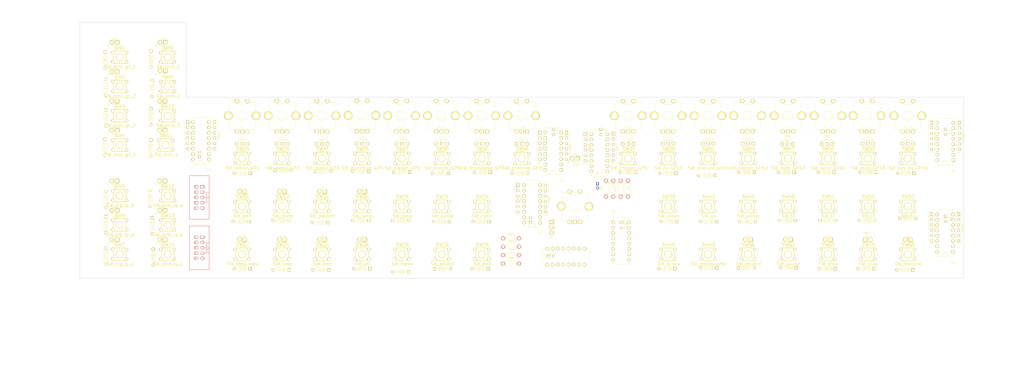
<source format=kicad_pcb>
(kicad_pcb (version 4) (host pcbnew 4.0.2-stable)
  (layers (0 F.Cu signal) (31 B.Cu signal) (34 B.Paste user) (35 F.Paste user) (36 B.SilkS user) (37 F.SilkS user) (38 B.Mask user) (39 F.Mask user) (44 Edge.Cuts user))
  (net 0 "")
  (net 1 "Net-(D101-Pad1)")
  (net 2 "Net-(D102-Pad1)")
  (net 3 /I0)
  (net 4 /I1)
  (net 5 /I2)
  (net 6 /I3)
  (net 7 /I4)
  (net 8 /I5)
  (net 9 /I6)
  (net 10 /I7)
  (net 11 GND)
  (net 12 /O6)
  (net 13 /O7)
  (net 14 /O1)
  (net 15 /O3)
  (net 16 /O5)
  (net 17 /O0)
  (net 18 /O2)
  (net 19 /O4)
  (net 20 +5V)
  (net 21 /O13)
  (net 22 /O14)
  (net 23 /O15)
  (net 24 /O16)
  (net 25 /O17)
  (net 26 /O10)
  (net 27 /I14)
  (net 28 /I15)
  (net 29 /I16)
  (net 30 /I17)
  (net 31 /I10)
  (net 32 /I11)
  (net 33 /I12)
  (net 34 /I13)
  (net 35 "Net-(D8-Pad1)")
  (net 36 "Net-(D9-Pad1)")
  (net 37 "Net-(D10-Pad1)")
  (net 38 "Net-(D11-Pad1)")
  (net 39 "Net-(D12-Pad1)")
  (net 40 "Net-(D13-Pad1)")
  (net 41 "Net-(D14-Pad1)")
  (net 42 "Net-(D22-Pad1)")
  (net 43 "Net-(D23-Pad1)")
  (net 44 "Net-(D24-Pad1)")
  (net 45 "Net-(D25-Pad1)")
  (net 46 "Net-(D26-Pad1)")
  (net 47 "Net-(D27-Pad1)")
  (net 48 "Net-(D28-Pad1)")
  (net 49 "Net-(D32-Pad1)")
  (net 50 "Net-(D33-Pad1)")
  (net 51 "Net-(D34-Pad1)")
  (net 52 "Net-(D38-Pad1)")
  (net 53 "Net-(D39-Pad1)")
  (net 54 "Net-(D40-Pad1)")
  (net 55 "Net-(D44-Pad1)")
  (net 56 "Net-(D45-Pad1)")
  (net 57 "Net-(D46-Pad1)")
  (net 58 "Net-(D50-Pad1)")
  (net 59 "Net-(D51-Pad1)")
  (net 60 "Net-(D52-Pad1)")
  (net 61 "Net-(D54-Pad1)")
  (net 62 "Net-(D55-Pad1)")
  (net 63 "Net-(D56-Pad1)")
  (net 64 "Net-(D58-Pad1)")
  (net 65 "Net-(D59-Pad1)")
  (net 66 "Net-(D60-Pad1)")
  (net 67 "Net-(D62-Pad1)")
  (net 68 "Net-(D63-Pad1)")
  (net 69 "Net-(D64-Pad1)")
  (net 70 "Net-(D66-Pad1)")
  (net 71 "Net-(D69-Pad1)")
  (net 72 "Net-(D71-Pad1)")
  (net 73 "Net-(D72-Pad1)")
  (net 74 "Net-(D73-Pad1)")
  (net 75 "Net-(D75-Pad1)")
  (net 76 "Net-(D76-Pad1)")
  (net 77 "Net-(D77-Pad1)")
  (net 78 "Net-(D80-Pad1)")
  (net 79 "Net-(D81-Pad1)")
  (net 80 "Net-(D82-Pad1)")
  (net 81 "Net-(D85-Pad1)")
  (net 82 "Net-(D86-Pad1)")
  (net 83 "Net-(D87-Pad1)")
  (net 84 "Net-(D90-Pad1)")
  (net 85 "Net-(D91-Pad1)")
  (net 86 "Net-(D92-Pad1)")
  (net 87 "Net-(D95-Pad1)")
  (net 88 "Net-(D96-Pad1)")
  (net 89 "Net-(D97-Pad1)")
  (net 90 "Net-(D100-Pad1)")
  (net 91 "Net-(ec1-PadP$GN)")
  (net 92 "Net-(U1-Pad9)")
  (net 93 /I26)
  (net 94 /I27)
  (net 95 /I24)
  (net 96 /I25)
  (net 97 /I22)
  (net 98 /I23)
  (net 99 /I20)
  (net 100 /I21)
  (net 101 /I56)
  (net 102 /I54)
  (net 103 /I55)
  (net 104 /I36)
  (net 105 /I37)
  (net 106 /I34)
  (net 107 /I35)
  (net 108 /I32)
  (net 109 /I33)
  (net 110 /I30)
  (net 111 /I31)
  (net 112 /I46)
  (net 113 /I47)
  (net 114 /I44)
  (net 115 /I45)
  (net 116 /I42)
  (net 117 /I43)
  (net 118 /I40)
  (net 119 /I41)
  (net 120 /I53)
  (net 121 /I52)
  (net 122 /I51)
  (net 123 /I50)
  (net 124 /011)
  (net 125 /012)
  (net 126 /02)
  (net 127 /I57)
  (net 128 "Net-(R8-Pad1)")
  (net 129 "Net-(R1-Pad1)")
  (net 130 "Net-(R2-Pad1)")
  (net 131 "Net-(R3-Pad1)")
  (net 132 "Net-(R4-Pad1)")
  (net 133 "Net-(R5-Pad2)")
  (net 134 "Net-(R6-Pad1)")
  (net 135 "Net-(R7-Pad1)")
  (net 136 "Net-(RR3-Pad2)")
  (net 137 "Net-(RR5-Pad2)")
  (net 138 "Net-(RR6-Pad2)")
  (net 139 "Net-(RR8-Pad2)")
  (net 140 "Net-(RR10-Pad2)")
  (net 141 "Net-(RR12-Pad2)")
  (net 142 "Net-(U1-Pad1)")
  (net 143 "Net-(U1-Pad2)")
  (net 144 "Net-(U7-Pad14)")
  (net 145 "Net-(U8-Pad9)")
  (net 146 "Net-(J3-Pad2)")
  (net 147 "Net-(U3-Pad1)")
  (net 148 "Net-(U3-Pad2)")
  (net 149 "Net-(U7-Pad9)")
  (module DIP-16_W7.62mm (layer F.Cu) (at 102.235 141.478 180)
    (fp_text reference U1 (at 0 -5.22 180) (layer F.SilkS))
    (fp_text value 74HC165)
    (pad 1 thru_hole oval (at 0 0 180) (size 1.6 1.6) (drill 0.8) (layers *.Cu *.Mask F.SilkS) (net 142 "Net-(U1-Pad1)"))
    (pad 2 thru_hole oval (at 0 2.54 180) (size 1.6 1.6) (drill 0.8) (layers *.Cu *.Mask F.SilkS) (net 143 "Net-(U1-Pad2)"))
    (pad 3 thru_hole oval (at 0 5.08 180) (size 1.6 1.6) (drill 0.8) (layers *.Cu *.Mask F.SilkS) (net 7 /I4))
    (pad 4 thru_hole oval (at 0 7.62 180) (size 1.6 1.6) (drill 0.8) (layers *.Cu *.Mask F.SilkS) (net 8 /I5))
    (pad 5 thru_hole oval (at 0 10.16 180) (size 1.6 1.6) (drill 0.8) (layers *.Cu *.Mask F.SilkS) (net 9 /I6))
    (pad 6 thru_hole oval (at 0 12.7 180) (size 1.6 1.6) (drill 0.8) (layers *.Cu *.Mask F.SilkS) (net 10 /I7))
    (pad 7 thru_hole oval (at 0 15.24 180) (size 1.6 1.6) (drill 0.8) (layers *.Cu *.Mask F.SilkS))
    (pad 8 thru_hole oval (at 0 17.78 180) (size 1.6 1.6) (drill 0.8) (layers *.Cu *.Mask F.SilkS) (net 11 GND))
    (pad 9 thru_hole oval (at 7.62 17.78 180) (size 1.6 1.6) (drill 0.8) (layers *.Cu *.Mask F.SilkS) (net 92 "Net-(U1-Pad9)"))
    (pad 10 thru_hole oval (at 7.62 15.24 180) (size 1.6 1.6) (drill 0.8) (layers *.Cu *.Mask F.SilkS) (net 136 "Net-(RR3-Pad2)"))
    (pad 11 thru_hole oval (at 7.62 12.7 180) (size 1.6 1.6) (drill 0.8) (layers *.Cu *.Mask F.SilkS) (net 3 /I0))
    (pad 12 thru_hole oval (at 7.62 10.16 180) (size 1.6 1.6) (drill 0.8) (layers *.Cu *.Mask F.SilkS) (net 4 /I1))
    (pad 13 thru_hole oval (at 7.62 7.62 180) (size 1.6 1.6) (drill 0.8) (layers *.Cu *.Mask F.SilkS) (net 5 /I2))
    (pad 14 thru_hole oval (at 7.62 5.08 180) (size 1.6 1.6) (drill 0.8) (layers *.Cu *.Mask F.SilkS) (net 6 /I3))
    (pad 15 thru_hole oval (at 7.62 2.54 180) (size 1.6 1.6) (drill 0.8) (layers *.Cu *.Mask F.SilkS) (net 11 GND))
    (pad 16 thru_hole oval (at 7.62 0 180) (size 1.6 1.6) (drill 0.8) (layers *.Cu *.Mask F.SilkS) (net 20 +5V))
  )
  (module LEDs:LED-5MM-3 (layer F.Cu) (at 120.65 133.985 180)
    (fp_text reference D29 (at 2.54508 -3.91668 180) (layer F.SilkS))
    (fp_text value Led_gp1)
    (pad 1 thru_hole circle (at 0 0) (size 1.6764 1.6764) (drill 0.8128) (layers *.Cu *.Mask F.SilkS) (net 124 /011))
    (pad 2 thru_hole circle (at 2.54 0) (size 1.6764 1.6764) (drill 0.8128) (layers *.Cu *.Mask F.SilkS) (net 15 /O3))
    (pad 3 thru_hole circle (at 5.08 0) (size 1.6764 1.6764) (drill 0.8128) (layers *.Cu *.Mask F.SilkS) (net 26 /O10))
  )
  (module LEDs:LED-5MM-3 (layer F.Cu) (at 139.7 133.985 180)
    (fp_text reference D35 (at 2.54508 -3.91668 180) (layer F.SilkS))
    (fp_text value Led_gp2)
    (pad 1 thru_hole circle (at 0 0) (size 1.6764 1.6764) (drill 0.8128) (layers *.Cu *.Mask F.SilkS) (net 21 /O13))
    (pad 2 thru_hole circle (at 2.54 0) (size 1.6764 1.6764) (drill 0.8128) (layers *.Cu *.Mask F.SilkS) (net 15 /O3))
    (pad 3 thru_hole circle (at 5.08 0) (size 1.6764 1.6764) (drill 0.8128) (layers *.Cu *.Mask F.SilkS) (net 125 /012))
  )
  (module LEDs:LED-5MM-3 (layer F.Cu) (at 158.75 134.112 180)
    (fp_text reference D41 (at 2.54508 -3.91668 180) (layer F.SilkS))
    (fp_text value Led_gp3)
    (pad 1 thru_hole circle (at 0 0) (size 1.6764 1.6764) (drill 0.8128) (layers *.Cu *.Mask F.SilkS) (net 23 /O15))
    (pad 2 thru_hole circle (at 2.54 0) (size 1.6764 1.6764) (drill 0.8128) (layers *.Cu *.Mask F.SilkS) (net 18 /O2))
    (pad 3 thru_hole circle (at 5.08 0) (size 1.6764 1.6764) (drill 0.8128) (layers *.Cu *.Mask F.SilkS) (net 22 /O14))
  )
  (module LEDs:LED-5MM-3 (layer F.Cu) (at 177.8 133.985 180)
    (fp_text reference D47 (at 2.54508 -3.91668 180) (layer F.SilkS))
    (fp_text value Led_gp4)
    (pad 1 thru_hole circle (at 0 0) (size 1.6764 1.6764) (drill 0.8128) (layers *.Cu *.Mask F.SilkS) (net 25 /O17))
    (pad 2 thru_hole circle (at 2.54 0) (size 1.6764 1.6764) (drill 0.8128) (layers *.Cu *.Mask F.SilkS) (net 18 /O2))
    (pad 3 thru_hole circle (at 5.08 0) (size 1.6764 1.6764) (drill 0.8128) (layers *.Cu *.Mask F.SilkS) (net 24 /O16))
  )
  (module LEDs:LED-5MM-3 (layer F.Cu) (at 196.85 133.985 180)
    (fp_text reference D53 (at 2.54508 -3.91668 180) (layer F.SilkS))
    (fp_text value Led_gp5)
    (pad 1 thru_hole circle (at 0 0) (size 1.6764 1.6764) (drill 0.8128) (layers *.Cu *.Mask F.SilkS) (net 124 /011))
    (pad 2 thru_hole circle (at 2.54 0) (size 1.6764 1.6764) (drill 0.8128) (layers *.Cu *.Mask F.SilkS) (net 14 /O1))
    (pad 3 thru_hole circle (at 5.08 0) (size 1.6764 1.6764) (drill 0.8128) (layers *.Cu *.Mask F.SilkS) (net 26 /O10))
  )
  (module LEDs:LED-5MM-3 (layer F.Cu) (at 215.9 133.985 180)
    (fp_text reference D57 (at 2.54508 -3.91668 180) (layer F.SilkS))
    (fp_text value Led_gp6)
    (pad 1 thru_hole circle (at 0 0) (size 1.6764 1.6764) (drill 0.8128) (layers *.Cu *.Mask F.SilkS) (net 21 /O13))
    (pad 2 thru_hole circle (at 2.54 0) (size 1.6764 1.6764) (drill 0.8128) (layers *.Cu *.Mask F.SilkS) (net 14 /O1))
    (pad 3 thru_hole circle (at 5.08 0) (size 1.6764 1.6764) (drill 0.8128) (layers *.Cu *.Mask F.SilkS) (net 125 /012))
  )
  (module LEDs:LED-5MM-3 (layer F.Cu) (at 234.95 133.985 180)
    (fp_text reference D61 (at 2.54508 -3.91668 180) (layer F.SilkS))
    (fp_text value Led_gp7)
    (pad 1 thru_hole circle (at 0 0) (size 1.6764 1.6764) (drill 0.8128) (layers *.Cu *.Mask F.SilkS) (net 23 /O15))
    (pad 2 thru_hole circle (at 2.54 0) (size 1.6764 1.6764) (drill 0.8128) (layers *.Cu *.Mask F.SilkS) (net 17 /O0))
    (pad 3 thru_hole circle (at 5.08 0) (size 1.6764 1.6764) (drill 0.8128) (layers *.Cu *.Mask F.SilkS) (net 22 /O14))
  )
  (module LEDs:LED-5MM-3 (layer F.Cu) (at 254 134.112 180)
    (fp_text reference D65 (at 2.54508 -3.91668 180) (layer F.SilkS))
    (fp_text value Led_gp8)
    (pad 1 thru_hole circle (at 0 0) (size 1.6764 1.6764) (drill 0.8128) (layers *.Cu *.Mask F.SilkS) (net 25 /O17))
    (pad 2 thru_hole circle (at 2.54 0) (size 1.6764 1.6764) (drill 0.8128) (layers *.Cu *.Mask F.SilkS) (net 17 /O0))
    (pad 3 thru_hole circle (at 5.08 0) (size 1.6764 1.6764) (drill 0.8128) (layers *.Cu *.Mask F.SilkS) (net 24 /O16))
  )
  (module LEDs:LED-5MM-3 (layer F.Cu) (at 304.8 134.112 180)
    (fp_text reference D68 (at 2.54508 -3.91668 180) (layer F.SilkS))
    (fp_text value Led_gp9)
    (pad 1 thru_hole circle (at 0 0) (size 1.6764 1.6764) (drill 0.8128) (layers *.Cu *.Mask F.SilkS) (net 124 /011))
    (pad 2 thru_hole circle (at 2.54 0) (size 1.6764 1.6764) (drill 0.8128) (layers *.Cu *.Mask F.SilkS) (net 19 /O4))
    (pad 3 thru_hole circle (at 5.08 0) (size 1.6764 1.6764) (drill 0.8128) (layers *.Cu *.Mask F.SilkS) (net 26 /O10))
  )
  (module LEDs:LED-5MM-3 (layer F.Cu) (at 323.85 133.985 180)
    (fp_text reference D70 (at 2.54508 -3.91668 180) (layer F.SilkS))
    (fp_text value Led_gp10)
    (pad 1 thru_hole circle (at 0 0) (size 1.6764 1.6764) (drill 0.8128) (layers *.Cu *.Mask F.SilkS) (net 21 /O13))
    (pad 2 thru_hole circle (at 2.54 0) (size 1.6764 1.6764) (drill 0.8128) (layers *.Cu *.Mask F.SilkS) (net 19 /O4))
    (pad 3 thru_hole circle (at 5.08 0) (size 1.6764 1.6764) (drill 0.8128) (layers *.Cu *.Mask F.SilkS) (net 125 /012))
  )
  (module LEDs:LED-5MM-3 (layer F.Cu) (at 342.9 133.985 180)
    (fp_text reference D74 (at 2.54508 -3.91668 180) (layer F.SilkS))
    (fp_text value Led_gp11)
    (pad 1 thru_hole circle (at 0 0) (size 1.6764 1.6764) (drill 0.8128) (layers *.Cu *.Mask F.SilkS) (net 23 /O15))
    (pad 2 thru_hole circle (at 2.54 0) (size 1.6764 1.6764) (drill 0.8128) (layers *.Cu *.Mask F.SilkS) (net 16 /O5))
    (pad 3 thru_hole circle (at 5.08 0) (size 1.6764 1.6764) (drill 0.8128) (layers *.Cu *.Mask F.SilkS) (net 22 /O14))
  )
  (module LEDs:LED-5MM-3 (layer F.Cu) (at 361.95 133.985 180)
    (fp_text reference D78 (at 2.54508 -3.91668 180) (layer F.SilkS))
    (fp_text value Led_gp12)
    (pad 1 thru_hole circle (at 0 0) (size 1.6764 1.6764) (drill 0.8128) (layers *.Cu *.Mask F.SilkS) (net 25 /O17))
    (pad 2 thru_hole circle (at 2.54 0) (size 1.6764 1.6764) (drill 0.8128) (layers *.Cu *.Mask F.SilkS) (net 16 /O5))
    (pad 3 thru_hole circle (at 5.08 0) (size 1.6764 1.6764) (drill 0.8128) (layers *.Cu *.Mask F.SilkS) (net 24 /O16))
  )
  (module LEDs:LED-5MM-3 (layer F.Cu) (at 375.60516 134.12294)
    (fp_text reference D83 (at 2.54508 -3.91668) (layer F.SilkS))
    (fp_text value Led_gp13)
    (pad 1 thru_hole circle (at 0 0 180) (size 1.6764 1.6764) (drill 0.8128) (layers *.Cu *.Mask F.SilkS) (net 124 /011))
    (pad 2 thru_hole circle (at 2.54 0 180) (size 1.6764 1.6764) (drill 0.8128) (layers *.Cu *.Mask F.SilkS) (net 12 /O6))
    (pad 3 thru_hole circle (at 5.08 0 180) (size 1.6764 1.6764) (drill 0.8128) (layers *.Cu *.Mask F.SilkS) (net 26 /O10))
  )
  (module LEDs:LED-5MM-3 (layer F.Cu) (at 394.60516 134.12294)
    (fp_text reference D88 (at 2.54508 -3.91668) (layer F.SilkS))
    (fp_text value Led_gp14)
    (pad 1 thru_hole circle (at 0 0 180) (size 1.6764 1.6764) (drill 0.8128) (layers *.Cu *.Mask F.SilkS) (net 21 /O13))
    (pad 2 thru_hole circle (at 2.54 0 180) (size 1.6764 1.6764) (drill 0.8128) (layers *.Cu *.Mask F.SilkS) (net 12 /O6))
    (pad 3 thru_hole circle (at 5.08 0 180) (size 1.6764 1.6764) (drill 0.8128) (layers *.Cu *.Mask F.SilkS) (net 125 /012))
  )
  (module LEDs:LED-5MM-3 (layer F.Cu) (at 419.1 133.985 180)
    (fp_text reference D93 (at 2.54508 -3.91668 180) (layer F.SilkS))
    (fp_text value Led_gp15)
    (pad 1 thru_hole circle (at 0 0) (size 1.6764 1.6764) (drill 0.8128) (layers *.Cu *.Mask F.SilkS) (net 23 /O15))
    (pad 2 thru_hole circle (at 2.54 0) (size 1.6764 1.6764) (drill 0.8128) (layers *.Cu *.Mask F.SilkS) (net 13 /O7))
    (pad 3 thru_hole circle (at 5.08 0) (size 1.6764 1.6764) (drill 0.8128) (layers *.Cu *.Mask F.SilkS) (net 22 /O14))
  )
  (module LEDs:LED-5MM-3 (layer F.Cu) (at 438.15 133.985 180)
    (fp_text reference D99 (at 2.54508 -3.91668 180) (layer F.SilkS))
    (fp_text value Led_gp16)
    (pad 1 thru_hole circle (at 0 0) (size 1.6764 1.6764) (drill 0.8128) (layers *.Cu *.Mask F.SilkS) (net 25 /O17))
    (pad 2 thru_hole circle (at 2.54 0) (size 1.6764 1.6764) (drill 0.8128) (layers *.Cu *.Mask F.SilkS) (net 13 /O7))
    (pad 3 thru_hole circle (at 5.08 0) (size 1.6764 1.6764) (drill 0.8128) (layers *.Cu *.Mask F.SilkS) (net 24 /O16))
  )
  (module midibox:PEC11-Switch (layer F.Cu) (at 118.11 120.65)
    (fp_text reference ec1 (at 0.11938 5.4737) (layer F.SilkS) (effects (font (size 1.27 1.27) (thickness 0.0889))))
    (fp_text value SW_Enc (at 0 -5.4864) (layer F.SilkS) (effects (font (size 0.8128 0.8128) (thickness 0.0889))))
    (pad P$1 thru_hole circle (at -2.49936 -7.00024) (size 1.99898 1.99898) (drill 1.00076) (layers *.Cu F.Paste F.SilkS F.Mask) (net 11 GND))
    (pad P$2 thru_hole circle (at 2.49936 -7.00024) (size 1.99898 1.99898) (drill 0.99822) (layers *.Cu F.Paste F.SilkS F.Mask) (net 127 /I57))
    (pad P$A thru_hole circle (at -2.49936 7.50062) (size 1.99898 1.99898) (drill 1.00076) (layers *.Cu F.Paste F.SilkS F.Mask) (net 9 /I6))
    (pad P$B thru_hole circle (at 2.49936 7.50062) (size 1.99898 1.99898) (drill 1.00076) (layers *.Cu F.Paste F.SilkS F.Mask) (net 10 /I7))
    (pad P$C thru_hole circle (at 0 7.50062) (size 1.99898 1.99898) (drill 1.00076) (layers *.Cu F.Paste F.SilkS F.Mask) (net 11 GND))
    (pad P$GN thru_hole circle (at -6.59892 0) (size 4.09956 4.09956) (drill 2.60096) (layers *.Cu F.Paste F.SilkS F.Mask) (net 91 "Net-(ec1-PadP$GN)"))
    (pad P$GN thru_hole circle (at 6.59892 0) (size 4.09956 4.09956) (drill 2.60096) (layers *.Cu F.Paste F.SilkS F.Mask) (net 91 "Net-(ec1-PadP$GN)"))
  )
  (module midibox:PEC11-Switch (layer F.Cu) (at 137.14516 120.62294)
    (fp_text reference ec2 (at 0.11938 5.4737) (layer F.SilkS) (effects (font (size 1.27 1.27) (thickness 0.0889))))
    (fp_text value SW_Enc (at 0 -5.4864) (layer F.SilkS) (effects (font (size 0.8128 0.8128) (thickness 0.0889))))
    (pad P$1 thru_hole circle (at -2.49936 -7.00024) (size 1.99898 1.99898) (drill 1.00076) (layers *.Cu F.Paste F.SilkS F.Mask) (net 11 GND))
    (pad P$2 thru_hole circle (at 2.49936 -7.00024) (size 1.99898 1.99898) (drill 0.99822) (layers *.Cu F.Paste F.SilkS F.Mask) (net 127 /I57))
    (pad P$A thru_hole circle (at -2.49936 7.50062) (size 1.99898 1.99898) (drill 1.00076) (layers *.Cu F.Paste F.SilkS F.Mask) (net 7 /I4))
    (pad P$B thru_hole circle (at 2.49936 7.50062) (size 1.99898 1.99898) (drill 1.00076) (layers *.Cu F.Paste F.SilkS F.Mask) (net 8 /I5))
    (pad P$C thru_hole circle (at 0 7.50062) (size 1.99898 1.99898) (drill 1.00076) (layers *.Cu F.Paste F.SilkS F.Mask) (net 11 GND))
    (pad P$GN thru_hole circle (at -6.59892 0) (size 4.09956 4.09956) (drill 2.60096) (layers *.Cu F.Paste F.SilkS F.Mask) (net 91 "Net-(ec1-PadP$GN)"))
    (pad P$GN thru_hole circle (at 6.59892 0) (size 4.09956 4.09956) (drill 2.60096) (layers *.Cu F.Paste F.SilkS F.Mask) (net 91 "Net-(ec1-PadP$GN)"))
  )
  (module midibox:PEC11-Switch (layer F.Cu) (at 156.21 120.65)
    (fp_text reference ec3 (at 0.11938 5.4737) (layer F.SilkS) (effects (font (size 1.27 1.27) (thickness 0.0889))))
    (fp_text value SW_Enc (at 0 -5.4864) (layer F.SilkS) (effects (font (size 0.8128 0.8128) (thickness 0.0889))))
    (pad P$1 thru_hole circle (at -2.49936 -7.00024) (size 1.99898 1.99898) (drill 1.00076) (layers *.Cu F.Paste F.SilkS F.Mask) (net 11 GND))
    (pad P$2 thru_hole circle (at 2.49936 -7.00024) (size 1.99898 1.99898) (drill 0.99822) (layers *.Cu F.Paste F.SilkS F.Mask) (net 127 /I57))
    (pad P$A thru_hole circle (at -2.49936 7.50062) (size 1.99898 1.99898) (drill 1.00076) (layers *.Cu F.Paste F.SilkS F.Mask) (net 5 /I2))
    (pad P$B thru_hole circle (at 2.49936 7.50062) (size 1.99898 1.99898) (drill 1.00076) (layers *.Cu F.Paste F.SilkS F.Mask) (net 6 /I3))
    (pad P$C thru_hole circle (at 0 7.50062) (size 1.99898 1.99898) (drill 1.00076) (layers *.Cu F.Paste F.SilkS F.Mask) (net 11 GND))
    (pad P$GN thru_hole circle (at -6.59892 0) (size 4.09956 4.09956) (drill 2.60096) (layers *.Cu F.Paste F.SilkS F.Mask) (net 91 "Net-(ec1-PadP$GN)"))
    (pad P$GN thru_hole circle (at 6.59892 0) (size 4.09956 4.09956) (drill 2.60096) (layers *.Cu F.Paste F.SilkS F.Mask) (net 91 "Net-(ec1-PadP$GN)"))
  )
  (module midibox:PEC11-Switch (layer F.Cu) (at 175.26 120.523)
    (fp_text reference ec4 (at 0.11938 5.4737) (layer F.SilkS) (effects (font (size 1.27 1.27) (thickness 0.0889))))
    (fp_text value SW_Enc (at 0 -5.4864) (layer F.SilkS) (effects (font (size 0.8128 0.8128) (thickness 0.0889))))
    (pad P$1 thru_hole circle (at -2.49936 -7.00024) (size 1.99898 1.99898) (drill 1.00076) (layers *.Cu F.Paste F.SilkS F.Mask) (net 11 GND))
    (pad P$2 thru_hole circle (at 2.49936 -7.00024) (size 1.99898 1.99898) (drill 0.99822) (layers *.Cu F.Paste F.SilkS F.Mask) (net 127 /I57))
    (pad P$A thru_hole circle (at -2.49936 7.50062) (size 1.99898 1.99898) (drill 1.00076) (layers *.Cu F.Paste F.SilkS F.Mask) (net 3 /I0))
    (pad P$B thru_hole circle (at 2.49936 7.50062) (size 1.99898 1.99898) (drill 1.00076) (layers *.Cu F.Paste F.SilkS F.Mask) (net 4 /I1))
    (pad P$C thru_hole circle (at 0 7.50062) (size 1.99898 1.99898) (drill 1.00076) (layers *.Cu F.Paste F.SilkS F.Mask) (net 11 GND))
    (pad P$GN thru_hole circle (at -6.59892 0) (size 4.09956 4.09956) (drill 2.60096) (layers *.Cu F.Paste F.SilkS F.Mask) (net 91 "Net-(ec1-PadP$GN)"))
    (pad P$GN thru_hole circle (at 6.59892 0) (size 4.09956 4.09956) (drill 2.60096) (layers *.Cu F.Paste F.SilkS F.Mask) (net 91 "Net-(ec1-PadP$GN)"))
  )
  (module midibox:PEC11-Switch (layer F.Cu) (at 194.14516 120.62294)
    (fp_text reference ec5 (at 0.11938 5.4737) (layer F.SilkS) (effects (font (size 1.27 1.27) (thickness 0.0889))))
    (fp_text value SW_Enc (at 0 -5.4864) (layer F.SilkS) (effects (font (size 0.8128 0.8128) (thickness 0.0889))))
    (pad P$1 thru_hole circle (at -2.49936 -7.00024) (size 1.99898 1.99898) (drill 1.00076) (layers *.Cu F.Paste F.SilkS F.Mask) (net 11 GND))
    (pad P$2 thru_hole circle (at 2.49936 -7.00024) (size 1.99898 1.99898) (drill 0.99822) (layers *.Cu F.Paste F.SilkS F.Mask) (net 127 /I57))
    (pad P$A thru_hole circle (at -2.49936 7.50062) (size 1.99898 1.99898) (drill 1.00076) (layers *.Cu F.Paste F.SilkS F.Mask) (net 93 /I26))
    (pad P$B thru_hole circle (at 2.49936 7.50062) (size 1.99898 1.99898) (drill 1.00076) (layers *.Cu F.Paste F.SilkS F.Mask) (net 94 /I27))
    (pad P$C thru_hole circle (at 0 7.50062) (size 1.99898 1.99898) (drill 1.00076) (layers *.Cu F.Paste F.SilkS F.Mask) (net 11 GND))
    (pad P$GN thru_hole circle (at -6.59892 0) (size 4.09956 4.09956) (drill 2.60096) (layers *.Cu F.Paste F.SilkS F.Mask) (net 91 "Net-(ec1-PadP$GN)"))
    (pad P$GN thru_hole circle (at 6.59892 0) (size 4.09956 4.09956) (drill 2.60096) (layers *.Cu F.Paste F.SilkS F.Mask) (net 91 "Net-(ec1-PadP$GN)"))
  )
  (module midibox:PEC11-Switch (layer F.Cu) (at 213.14516 120.62294)
    (fp_text reference ec6 (at 0.11938 5.4737) (layer F.SilkS) (effects (font (size 1.27 1.27) (thickness 0.0889))))
    (fp_text value SW_Enc (at 0 -5.4864) (layer F.SilkS) (effects (font (size 0.8128 0.8128) (thickness 0.0889))))
    (pad P$1 thru_hole circle (at -2.49936 -7.00024) (size 1.99898 1.99898) (drill 1.00076) (layers *.Cu F.Paste F.SilkS F.Mask) (net 11 GND))
    (pad P$2 thru_hole circle (at 2.49936 -7.00024) (size 1.99898 1.99898) (drill 0.99822) (layers *.Cu F.Paste F.SilkS F.Mask) (net 127 /I57))
    (pad P$A thru_hole circle (at -2.49936 7.50062) (size 1.99898 1.99898) (drill 1.00076) (layers *.Cu F.Paste F.SilkS F.Mask) (net 95 /I24))
    (pad P$B thru_hole circle (at 2.49936 7.50062) (size 1.99898 1.99898) (drill 1.00076) (layers *.Cu F.Paste F.SilkS F.Mask) (net 96 /I25))
    (pad P$C thru_hole circle (at 0 7.50062) (size 1.99898 1.99898) (drill 1.00076) (layers *.Cu F.Paste F.SilkS F.Mask) (net 11 GND))
    (pad P$GN thru_hole circle (at -6.59892 0) (size 4.09956 4.09956) (drill 2.60096) (layers *.Cu F.Paste F.SilkS F.Mask) (net 91 "Net-(ec1-PadP$GN)"))
    (pad P$GN thru_hole circle (at 6.59892 0) (size 4.09956 4.09956) (drill 2.60096) (layers *.Cu F.Paste F.SilkS F.Mask) (net 91 "Net-(ec1-PadP$GN)"))
  )
  (module midibox:PEC11-Switch (layer F.Cu) (at 232.41 120.65)
    (fp_text reference ec7 (at 0.11938 5.4737) (layer F.SilkS) (effects (font (size 1.27 1.27) (thickness 0.0889))))
    (fp_text value SW_Enc (at 0 -5.4864) (layer F.SilkS) (effects (font (size 0.8128 0.8128) (thickness 0.0889))))
    (pad P$1 thru_hole circle (at -2.49936 -7.00024) (size 1.99898 1.99898) (drill 1.00076) (layers *.Cu F.Paste F.SilkS F.Mask) (net 11 GND))
    (pad P$2 thru_hole circle (at 2.49936 -7.00024) (size 1.99898 1.99898) (drill 0.99822) (layers *.Cu F.Paste F.SilkS F.Mask) (net 127 /I57))
    (pad P$A thru_hole circle (at -2.49936 7.50062) (size 1.99898 1.99898) (drill 1.00076) (layers *.Cu F.Paste F.SilkS F.Mask) (net 97 /I22))
    (pad P$B thru_hole circle (at 2.49936 7.50062) (size 1.99898 1.99898) (drill 1.00076) (layers *.Cu F.Paste F.SilkS F.Mask) (net 98 /I23))
    (pad P$C thru_hole circle (at 0 7.50062) (size 1.99898 1.99898) (drill 1.00076) (layers *.Cu F.Paste F.SilkS F.Mask) (net 11 GND))
    (pad P$GN thru_hole circle (at -6.59892 0) (size 4.09956 4.09956) (drill 2.60096) (layers *.Cu F.Paste F.SilkS F.Mask) (net 91 "Net-(ec1-PadP$GN)"))
    (pad P$GN thru_hole circle (at 6.59892 0) (size 4.09956 4.09956) (drill 2.60096) (layers *.Cu F.Paste F.SilkS F.Mask) (net 91 "Net-(ec1-PadP$GN)"))
  )
  (module midibox:PEC11-Switch (layer F.Cu) (at 251.46 120.65)
    (fp_text reference ec8 (at 0.11938 5.4737) (layer F.SilkS) (effects (font (size 1.27 1.27) (thickness 0.0889))))
    (fp_text value SW_Enc (at 0 -5.4864) (layer F.SilkS) (effects (font (size 0.8128 0.8128) (thickness 0.0889))))
    (pad P$1 thru_hole circle (at -2.49936 -7.00024) (size 1.99898 1.99898) (drill 1.00076) (layers *.Cu F.Paste F.SilkS F.Mask) (net 11 GND))
    (pad P$2 thru_hole circle (at 2.49936 -7.00024) (size 1.99898 1.99898) (drill 0.99822) (layers *.Cu F.Paste F.SilkS F.Mask) (net 127 /I57))
    (pad P$A thru_hole circle (at -2.49936 7.50062) (size 1.99898 1.99898) (drill 1.00076) (layers *.Cu F.Paste F.SilkS F.Mask) (net 99 /I20))
    (pad P$B thru_hole circle (at 2.49936 7.50062) (size 1.99898 1.99898) (drill 1.00076) (layers *.Cu F.Paste F.SilkS F.Mask) (net 100 /I21))
    (pad P$C thru_hole circle (at 0 7.50062) (size 1.99898 1.99898) (drill 1.00076) (layers *.Cu F.Paste F.SilkS F.Mask) (net 11 GND))
    (pad P$GN thru_hole circle (at -6.59892 0) (size 4.09956 4.09956) (drill 2.60096) (layers *.Cu F.Paste F.SilkS F.Mask) (net 91 "Net-(ec1-PadP$GN)"))
    (pad P$GN thru_hole circle (at 6.59892 0) (size 4.09956 4.09956) (drill 2.60096) (layers *.Cu F.Paste F.SilkS F.Mask) (net 91 "Net-(ec1-PadP$GN)"))
  )
  (module midibox:PEC11-Switch (layer F.Cu) (at 302.26 120.65)
    (fp_text reference ec9 (at 0.11938 5.4737) (layer F.SilkS) (effects (font (size 1.27 1.27) (thickness 0.0889))))
    (fp_text value SW_Enc (at 0 -5.4864) (layer F.SilkS) (effects (font (size 0.8128 0.8128) (thickness 0.0889))))
    (pad P$1 thru_hole circle (at -2.49936 -7.00024) (size 1.99898 1.99898) (drill 1.00076) (layers *.Cu F.Paste F.SilkS F.Mask) (net 11 GND))
    (pad P$2 thru_hole circle (at 2.49936 -7.00024) (size 1.99898 1.99898) (drill 0.99822) (layers *.Cu F.Paste F.SilkS F.Mask) (net 101 /I56))
    (pad P$A thru_hole circle (at -2.49936 7.50062) (size 1.99898 1.99898) (drill 1.00076) (layers *.Cu F.Paste F.SilkS F.Mask) (net 102 /I54))
    (pad P$B thru_hole circle (at 2.49936 7.50062) (size 1.99898 1.99898) (drill 1.00076) (layers *.Cu F.Paste F.SilkS F.Mask) (net 103 /I55))
    (pad P$C thru_hole circle (at 0 7.50062) (size 1.99898 1.99898) (drill 1.00076) (layers *.Cu F.Paste F.SilkS F.Mask) (net 11 GND))
    (pad P$GN thru_hole circle (at -6.59892 0) (size 4.09956 4.09956) (drill 2.60096) (layers *.Cu F.Paste F.SilkS F.Mask) (net 11 GND))
    (pad P$GN thru_hole circle (at 6.59892 0) (size 4.09956 4.09956) (drill 2.60096) (layers *.Cu F.Paste F.SilkS F.Mask) (net 11 GND))
  )
  (module midibox:PEC11-Switch (layer F.Cu) (at 321.31 120.65)
    (fp_text reference ec10 (at 0.11938 5.4737) (layer F.SilkS) (effects (font (size 1.27 1.27) (thickness 0.0889))))
    (fp_text value SW_Enc (at 0 -5.4864) (layer F.SilkS) (effects (font (size 0.8128 0.8128) (thickness 0.0889))))
    (pad P$1 thru_hole circle (at -2.49936 -7.00024) (size 1.99898 1.99898) (drill 1.00076) (layers *.Cu F.Paste F.SilkS F.Mask) (net 11 GND))
    (pad P$2 thru_hole circle (at 2.49936 -7.00024) (size 1.99898 1.99898) (drill 0.99822) (layers *.Cu F.Paste F.SilkS F.Mask) (net 127 /I57))
    (pad P$A thru_hole circle (at -2.49936 7.50062) (size 1.99898 1.99898) (drill 1.00076) (layers *.Cu F.Paste F.SilkS F.Mask) (net 104 /I36))
    (pad P$B thru_hole circle (at 2.49936 7.50062) (size 1.99898 1.99898) (drill 1.00076) (layers *.Cu F.Paste F.SilkS F.Mask) (net 105 /I37))
    (pad P$C thru_hole circle (at 0 7.50062) (size 1.99898 1.99898) (drill 1.00076) (layers *.Cu F.Paste F.SilkS F.Mask) (net 11 GND))
    (pad P$GN thru_hole circle (at -6.59892 0) (size 4.09956 4.09956) (drill 2.60096) (layers *.Cu F.Paste F.SilkS F.Mask) (net 91 "Net-(ec1-PadP$GN)"))
    (pad P$GN thru_hole circle (at 6.59892 0) (size 4.09956 4.09956) (drill 2.60096) (layers *.Cu F.Paste F.SilkS F.Mask) (net 91 "Net-(ec1-PadP$GN)"))
  )
  (module midibox:PEC11-Switch (layer F.Cu) (at 340.36 120.65)
    (fp_text reference ec11 (at 0.11938 5.4737) (layer F.SilkS) (effects (font (size 1.27 1.27) (thickness 0.0889))))
    (fp_text value SW_Enc (at 0 -5.4864) (layer F.SilkS) (effects (font (size 0.8128 0.8128) (thickness 0.0889))))
    (pad P$1 thru_hole circle (at -2.49936 -7.00024) (size 1.99898 1.99898) (drill 1.00076) (layers *.Cu F.Paste F.SilkS F.Mask) (net 11 GND))
    (pad P$2 thru_hole circle (at 2.49936 -7.00024) (size 1.99898 1.99898) (drill 0.99822) (layers *.Cu F.Paste F.SilkS F.Mask) (net 127 /I57))
    (pad P$A thru_hole circle (at -2.49936 7.50062) (size 1.99898 1.99898) (drill 1.00076) (layers *.Cu F.Paste F.SilkS F.Mask) (net 106 /I34))
    (pad P$B thru_hole circle (at 2.49936 7.50062) (size 1.99898 1.99898) (drill 1.00076) (layers *.Cu F.Paste F.SilkS F.Mask) (net 107 /I35))
    (pad P$C thru_hole circle (at 0 7.50062) (size 1.99898 1.99898) (drill 1.00076) (layers *.Cu F.Paste F.SilkS F.Mask) (net 11 GND))
    (pad P$GN thru_hole circle (at -6.59892 0) (size 4.09956 4.09956) (drill 2.60096) (layers *.Cu F.Paste F.SilkS F.Mask) (net 91 "Net-(ec1-PadP$GN)"))
    (pad P$GN thru_hole circle (at 6.59892 0) (size 4.09956 4.09956) (drill 2.60096) (layers *.Cu F.Paste F.SilkS F.Mask) (net 91 "Net-(ec1-PadP$GN)"))
  )
  (module midibox:PEC11-Switch (layer F.Cu) (at 359.14516 120.62294)
    (fp_text reference ec12 (at 0.11938 5.4737) (layer F.SilkS) (effects (font (size 1.27 1.27) (thickness 0.0889))))
    (fp_text value SW_Enc (at 0 -5.4864) (layer F.SilkS) (effects (font (size 0.8128 0.8128) (thickness 0.0889))))
    (pad P$1 thru_hole circle (at -2.49936 -7.00024) (size 1.99898 1.99898) (drill 1.00076) (layers *.Cu F.Paste F.SilkS F.Mask) (net 11 GND))
    (pad P$2 thru_hole circle (at 2.49936 -7.00024) (size 1.99898 1.99898) (drill 0.99822) (layers *.Cu F.Paste F.SilkS F.Mask) (net 127 /I57))
    (pad P$A thru_hole circle (at -2.49936 7.50062) (size 1.99898 1.99898) (drill 1.00076) (layers *.Cu F.Paste F.SilkS F.Mask) (net 108 /I32))
    (pad P$B thru_hole circle (at 2.49936 7.50062) (size 1.99898 1.99898) (drill 1.00076) (layers *.Cu F.Paste F.SilkS F.Mask) (net 109 /I33))
    (pad P$C thru_hole circle (at 0 7.50062) (size 1.99898 1.99898) (drill 1.00076) (layers *.Cu F.Paste F.SilkS F.Mask) (net 11 GND))
    (pad P$GN thru_hole circle (at -6.59892 0) (size 4.09956 4.09956) (drill 2.60096) (layers *.Cu F.Paste F.SilkS F.Mask) (net 91 "Net-(ec1-PadP$GN)"))
    (pad P$GN thru_hole circle (at 6.59892 0) (size 4.09956 4.09956) (drill 2.60096) (layers *.Cu F.Paste F.SilkS F.Mask) (net 91 "Net-(ec1-PadP$GN)"))
  )
  (module midibox:PEC11-Switch (layer F.Cu) (at 378.46 120.65)
    (fp_text reference ec13 (at 0.11938 5.4737) (layer F.SilkS) (effects (font (size 1.27 1.27) (thickness 0.0889))))
    (fp_text value SW_Enc (at 0 -5.4864) (layer F.SilkS) (effects (font (size 0.8128 0.8128) (thickness 0.0889))))
    (pad P$1 thru_hole circle (at -2.49936 -7.00024) (size 1.99898 1.99898) (drill 1.00076) (layers *.Cu F.Paste F.SilkS F.Mask) (net 11 GND))
    (pad P$2 thru_hole circle (at 2.49936 -7.00024) (size 1.99898 1.99898) (drill 0.99822) (layers *.Cu F.Paste F.SilkS F.Mask) (net 127 /I57))
    (pad P$A thru_hole circle (at -2.49936 7.50062) (size 1.99898 1.99898) (drill 1.00076) (layers *.Cu F.Paste F.SilkS F.Mask) (net 110 /I30))
    (pad P$B thru_hole circle (at 2.49936 7.50062) (size 1.99898 1.99898) (drill 1.00076) (layers *.Cu F.Paste F.SilkS F.Mask) (net 111 /I31))
    (pad P$C thru_hole circle (at 0 7.50062) (size 1.99898 1.99898) (drill 1.00076) (layers *.Cu F.Paste F.SilkS F.Mask) (net 11 GND))
    (pad P$GN thru_hole circle (at -6.59892 0) (size 4.09956 4.09956) (drill 2.60096) (layers *.Cu F.Paste F.SilkS F.Mask) (net 91 "Net-(ec1-PadP$GN)"))
    (pad P$GN thru_hole circle (at 6.59892 0) (size 4.09956 4.09956) (drill 2.60096) (layers *.Cu F.Paste F.SilkS F.Mask) (net 91 "Net-(ec1-PadP$GN)"))
  )
  (module midibox:PEC11-Switch (layer F.Cu) (at 397.51 120.65)
    (fp_text reference ec14 (at 0.11938 5.4737) (layer F.SilkS) (effects (font (size 1.27 1.27) (thickness 0.0889))))
    (fp_text value SW_Enc (at 0 -5.4864) (layer F.SilkS) (effects (font (size 0.8128 0.8128) (thickness 0.0889))))
    (pad P$1 thru_hole circle (at -2.49936 -7.00024) (size 1.99898 1.99898) (drill 1.00076) (layers *.Cu F.Paste F.SilkS F.Mask) (net 11 GND))
    (pad P$2 thru_hole circle (at 2.49936 -7.00024) (size 1.99898 1.99898) (drill 0.99822) (layers *.Cu F.Paste F.SilkS F.Mask) (net 127 /I57))
    (pad P$A thru_hole circle (at -2.49936 7.50062) (size 1.99898 1.99898) (drill 1.00076) (layers *.Cu F.Paste F.SilkS F.Mask) (net 112 /I46))
    (pad P$B thru_hole circle (at 2.49936 7.50062) (size 1.99898 1.99898) (drill 1.00076) (layers *.Cu F.Paste F.SilkS F.Mask) (net 113 /I47))
    (pad P$C thru_hole circle (at 0 7.50062) (size 1.99898 1.99898) (drill 1.00076) (layers *.Cu F.Paste F.SilkS F.Mask) (net 11 GND))
    (pad P$GN thru_hole circle (at -6.59892 0) (size 4.09956 4.09956) (drill 2.60096) (layers *.Cu F.Paste F.SilkS F.Mask) (net 91 "Net-(ec1-PadP$GN)"))
    (pad P$GN thru_hole circle (at 6.59892 0) (size 4.09956 4.09956) (drill 2.60096) (layers *.Cu F.Paste F.SilkS F.Mask) (net 91 "Net-(ec1-PadP$GN)"))
  )
  (module midibox:PEC11-Switch (layer F.Cu) (at 416.14516 120.62294)
    (fp_text reference ec15 (at 0.11938 5.4737) (layer F.SilkS) (effects (font (size 1.27 1.27) (thickness 0.0889))))
    (fp_text value SW_Enc (at 0 -5.4864) (layer F.SilkS) (effects (font (size 0.8128 0.8128) (thickness 0.0889))))
    (pad P$1 thru_hole circle (at -2.49936 -7.00024) (size 1.99898 1.99898) (drill 1.00076) (layers *.Cu F.Paste F.SilkS F.Mask) (net 11 GND))
    (pad P$2 thru_hole circle (at 2.49936 -7.00024) (size 1.99898 1.99898) (drill 0.99822) (layers *.Cu F.Paste F.SilkS F.Mask) (net 127 /I57))
    (pad P$A thru_hole circle (at -2.49936 7.50062) (size 1.99898 1.99898) (drill 1.00076) (layers *.Cu F.Paste F.SilkS F.Mask) (net 114 /I44))
    (pad P$B thru_hole circle (at 2.49936 7.50062) (size 1.99898 1.99898) (drill 1.00076) (layers *.Cu F.Paste F.SilkS F.Mask) (net 115 /I45))
    (pad P$C thru_hole circle (at 0 7.50062) (size 1.99898 1.99898) (drill 1.00076) (layers *.Cu F.Paste F.SilkS F.Mask) (net 11 GND))
    (pad P$GN thru_hole circle (at -6.59892 0) (size 4.09956 4.09956) (drill 2.60096) (layers *.Cu F.Paste F.SilkS F.Mask) (net 91 "Net-(ec1-PadP$GN)"))
    (pad P$GN thru_hole circle (at 6.59892 0) (size 4.09956 4.09956) (drill 2.60096) (layers *.Cu F.Paste F.SilkS F.Mask) (net 91 "Net-(ec1-PadP$GN)"))
  )
  (module midibox:PEC11-Switch (layer F.Cu) (at 435.61 120.65)
    (fp_text reference ec16 (at 0.11938 5.4737) (layer F.SilkS) (effects (font (size 1.27 1.27) (thickness 0.0889))))
    (fp_text value SW_Enc (at 0 -5.4864) (layer F.SilkS) (effects (font (size 0.8128 0.8128) (thickness 0.0889))))
    (pad P$1 thru_hole circle (at -2.49936 -7.00024) (size 1.99898 1.99898) (drill 1.00076) (layers *.Cu F.Paste F.SilkS F.Mask) (net 11 GND))
    (pad P$2 thru_hole circle (at 2.49936 -7.00024) (size 1.99898 1.99898) (drill 0.99822) (layers *.Cu F.Paste F.SilkS F.Mask) (net 127 /I57))
    (pad P$A thru_hole circle (at -2.49936 7.50062) (size 1.99898 1.99898) (drill 1.00076) (layers *.Cu F.Paste F.SilkS F.Mask) (net 116 /I42))
    (pad P$B thru_hole circle (at 2.49936 7.50062) (size 1.99898 1.99898) (drill 1.00076) (layers *.Cu F.Paste F.SilkS F.Mask) (net 117 /I43))
    (pad P$C thru_hole circle (at 0 7.50062) (size 1.99898 1.99898) (drill 1.00076) (layers *.Cu F.Paste F.SilkS F.Mask) (net 11 GND))
    (pad P$GN thru_hole circle (at -6.59892 0) (size 4.09956 4.09956) (drill 2.60096) (layers *.Cu F.Paste F.SilkS F.Mask) (net 91 "Net-(ec1-PadP$GN)"))
    (pad P$GN thru_hole circle (at 6.59892 0) (size 4.09956 4.09956) (drill 2.60096) (layers *.Cu F.Paste F.SilkS F.Mask) (net 91 "Net-(ec1-PadP$GN)"))
  )
  (module midibox:PEC11-Switch (layer F.Cu) (at 276.86 163.83)
    (fp_text reference ec17 (at 0.06 5.11) (layer F.SilkS) (effects (font (size 1.27 1.27) (thickness 0.0889))))
    (fp_text value SW_Enc (at 0 -5.4864) (layer F.SilkS) (effects (font (size 0.8128 0.8128) (thickness 0.0889))))
    (pad P$1 thru_hole circle (at -2.49936 -7.00024) (size 1.99898 1.99898) (drill 1.00076) (layers *.Cu F.Paste F.SilkS F.Mask) (net 11 GND))
    (pad P$2 thru_hole circle (at 2.49936 -7.00024) (size 1.99898 1.99898) (drill 0.99822) (layers *.Cu F.Paste F.SilkS F.Mask) (net 127 /I57))
    (pad P$A thru_hole circle (at -2.49936 7.50062) (size 1.99898 1.99898) (drill 1.00076) (layers *.Cu F.Paste F.SilkS F.Mask) (net 118 /I40))
    (pad P$B thru_hole circle (at 2.49936 7.50062) (size 1.99898 1.99898) (drill 1.00076) (layers *.Cu F.Paste F.SilkS F.Mask) (net 119 /I41))
    (pad P$C thru_hole circle (at 0 7.50062) (size 1.99898 1.99898) (drill 1.00076) (layers *.Cu F.Paste F.SilkS F.Mask) (net 11 GND))
    (pad P$GN thru_hole circle (at -6.59892 0) (size 4.09956 4.09956) (drill 2.60096) (layers *.Cu F.Paste F.SilkS F.Mask) (net 91 "Net-(ec1-PadP$GN)"))
    (pad P$GN thru_hole circle (at 6.59892 0) (size 4.09956 4.09956) (drill 2.60096) (layers *.Cu F.Paste F.SilkS F.Mask) (net 91 "Net-(ec1-PadP$GN)"))
  )
  (module "empreinte ksir:vasch_strip_5x2" (layer B.Cu) (at 97.64516 183.62294 270)
    (fp_text reference j2 (at 0.2 -4 270) (layer B.SilkS) (effects (font (thickness 0.2032)) (justify mirror)))
    (fp_text value CONN_02X05 hide)
    (pad 9 thru_hole oval (at 5.08 -1.27 270) (size 1.5 2) (drill 1 (offset 0 -0.25)) (layers *.Cu *.Mask B.SilkS))
    (pad 10 thru_hole oval (at 5.08 1.27 270) (size 1.5 2) (drill 1 (offset 0 0.25)) (layers *.Cu *.Mask B.SilkS) (net 142 "Net-(U1-Pad1)"))
    (pad 8 thru_hole oval (at 2.54 1.27 270) (size 1.5 2) (drill 1 (offset 0 0.25)) (layers *.Cu *.Mask B.SilkS) (net 143 "Net-(U1-Pad2)"))
    (pad 7 thru_hole oval (at 2.54 -1.27 270) (size 1.5 2) (drill 1 (offset 0 -0.25)) (layers *.Cu *.Mask B.SilkS) (net 143 "Net-(U1-Pad2)"))
    (pad 1 thru_hole rect (at -5.08 -1.27 270) (size 1.5 2) (drill 1 (offset 0 -0.25)) (layers *.Cu *.Mask B.SilkS) (net 11 GND))
    (pad 2 thru_hole oval (at -5.08 1.27 270) (size 1.5 2) (drill 1 (offset 0 0.25)) (layers *.Cu *.Mask B.SilkS) (net 11 GND))
    (pad 3 thru_hole oval (at -2.54 -1.27 270) (size 1.5 2) (drill 1 (offset 0 -0.25)) (layers *.Cu *.Mask B.SilkS) (net 20 +5V))
    (pad 4 thru_hole oval (at -2.54 1.27 270) (size 1.5 2) (drill 1 (offset 0 0.25)) (layers *.Cu *.Mask B.SilkS) (net 20 +5V))
    (pad 5 thru_hole oval (at 0 -1.27 270) (size 1.5 2) (drill 1 (offset 0 -0.25)) (layers *.Cu *.Mask B.SilkS) (net 140 "Net-(RR10-Pad2)"))
    (pad 6 thru_hole oval (at 0 1.27 270) (size 1.5 2) (drill 1 (offset 0 0.25)) (layers *.Cu *.Mask B.SilkS) (net 145 "Net-(U8-Pad9)"))
  )
  (module "empreinte ksir:vasch_strip_5x2" (layer B.Cu) (at 97.64516 159.62294 270)
    (fp_text reference j1 (at 0.2 -4 270) (layer B.SilkS) (effects (font (thickness 0.2032)) (justify mirror)))
    (fp_text value CONN_02X05 hide)
    (pad 9 thru_hole oval (at 5.08 -1.27 270) (size 1.5 2) (drill 1 (offset 0 -0.25)) (layers *.Cu *.Mask B.SilkS))
    (pad 10 thru_hole oval (at 5.08 1.27 270) (size 1.5 2) (drill 1 (offset 0 0.25)) (layers *.Cu *.Mask B.SilkS) (net 142 "Net-(U1-Pad1)"))
    (pad 8 thru_hole oval (at 2.54 1.27 270) (size 1.5 2) (drill 1 (offset 0 0.25)) (layers *.Cu *.Mask B.SilkS) (net 143 "Net-(U1-Pad2)"))
    (pad 7 thru_hole oval (at 2.54 -1.27 270) (size 1.5 2) (drill 1 (offset 0 -0.25)) (layers *.Cu *.Mask B.SilkS) (net 143 "Net-(U1-Pad2)"))
    (pad 1 thru_hole rect (at -5.08 -1.27 270) (size 1.5 2) (drill 1 (offset 0 -0.25)) (layers *.Cu *.Mask B.SilkS) (net 11 GND))
    (pad 2 thru_hole oval (at -5.08 1.27 270) (size 1.5 2) (drill 1 (offset 0 0.25)) (layers *.Cu *.Mask B.SilkS) (net 11 GND))
    (pad 3 thru_hole oval (at -2.54 -1.27 270) (size 1.5 2) (drill 1 (offset 0 -0.25)) (layers *.Cu *.Mask B.SilkS) (net 20 +5V))
    (pad 4 thru_hole oval (at -2.54 1.27 270) (size 1.5 2) (drill 1 (offset 0 0.25)) (layers *.Cu *.Mask B.SilkS) (net 20 +5V))
    (pad 5 thru_hole oval (at 0 -1.27 270) (size 1.5 2) (drill 1 (offset 0 -0.25)) (layers *.Cu *.Mask B.SilkS) (net 92 "Net-(U1-Pad9)"))
    (pad 6 thru_hole oval (at 0 1.27 270) (size 1.5 2) (drill 1 (offset 0 0.25)) (layers *.Cu *.Mask B.SilkS) (net 144 "Net-(U7-Pad14)"))
  )
  (module Resistors_ThroughHole:Resistor_Horizontal_RM7mm (layer F.Cu) (at 242.52516 191.12294)
    (fp_text reference R8 (at 4 -2.5) (layer F.SilkS))
    (fp_text value r220)
    (pad 1 thru_hole circle (at 0 0) (size 1.99898 1.99898) (drill 1.00076) (layers *.Cu *.SilkS *.Mask) (net 128 "Net-(R8-Pad1)"))
    (pad 2 thru_hole circle (at 7.62 0) (size 1.99898 1.99898) (drill 1.00076) (layers *.Cu *.SilkS *.Mask) (net 21 /O13))
  )
  (module "empreinte ksir:DIP-16_W7.62mm" (layer F.Cu) (at 295.02516 171.50294)
    (fp_text reference U8 (at 0 -5.22) (layer F.SilkS))
    (fp_text value 74HC595PWR)
    (pad 1 thru_hole oval (at 0 0) (size 1.6 1.6) (drill 0.8) (layers *.Cu *.Mask F.SilkS) (net 134 "Net-(R6-Pad1)"))
    (pad 2 thru_hole oval (at 0 2.54) (size 1.6 1.6) (drill 0.8) (layers *.Cu *.Mask F.SilkS) (net 135 "Net-(R7-Pad1)"))
    (pad 3 thru_hole oval (at 0 5.08) (size 1.6 1.6) (drill 0.8) (layers *.Cu *.Mask F.SilkS) (net 128 "Net-(R8-Pad1)"))
    (pad 4 thru_hole oval (at 0 7.62) (size 1.6 1.6) (drill 0.8) (layers *.Cu *.Mask F.SilkS) (net 132 "Net-(R4-Pad1)"))
    (pad 5 thru_hole oval (at 0 10.16) (size 1.6 1.6) (drill 0.8) (layers *.Cu *.Mask F.SilkS) (net 131 "Net-(R3-Pad1)"))
    (pad 6 thru_hole oval (at 0 12.7) (size 1.6 1.6) (drill 0.8) (layers *.Cu *.Mask F.SilkS) (net 130 "Net-(R2-Pad1)"))
    (pad 7 thru_hole oval (at 0 15.24) (size 1.6 1.6) (drill 0.8) (layers *.Cu *.Mask F.SilkS) (net 129 "Net-(R1-Pad1)"))
    (pad 8 thru_hole oval (at 0 17.78) (size 1.6 1.6) (drill 0.8) (layers *.Cu *.Mask F.SilkS) (net 11 GND))
    (pad 9 thru_hole oval (at 7.62 17.78) (size 1.6 1.6) (drill 0.8) (layers *.Cu *.Mask F.SilkS) (net 145 "Net-(U8-Pad9)"))
    (pad 10 thru_hole oval (at 7.62 15.24) (size 1.6 1.6) (drill 0.8) (layers *.Cu *.Mask F.SilkS) (net 20 +5V))
    (pad 11 thru_hole oval (at 7.62 12.7) (size 1.6 1.6) (drill 0.8) (layers *.Cu *.Mask F.SilkS) (net 142 "Net-(U1-Pad1)"))
    (pad 12 thru_hole oval (at 7.62 10.16) (size 1.6 1.6) (drill 0.8) (layers *.Cu *.Mask F.SilkS) (net 143 "Net-(U1-Pad2)"))
    (pad 13 thru_hole oval (at 7.62 7.62) (size 1.6 1.6) (drill 0.8) (layers *.Cu *.Mask F.SilkS) (net 11 GND))
    (pad 14 thru_hole oval (at 7.62 5.08) (size 1.6 1.6) (drill 0.8) (layers *.Cu *.Mask F.SilkS) (net 149 "Net-(U7-Pad9)"))
    (pad 15 thru_hole oval (at 7.62 2.54) (size 1.6 1.6) (drill 0.8) (layers *.Cu *.Mask F.SilkS) (net 133 "Net-(R5-Pad2)"))
    (pad 16 thru_hole oval (at 7.62 0) (size 1.6 1.6) (drill 0.8) (layers *.Cu *.Mask F.SilkS) (net 20 +5V))
  )
  (module "empreinte ksir:DIP-16_W7.62mm" (layer F.Cu) (at 263.64516 191.62294 90)
    (fp_text reference U7 (at 5 2 180) (layer F.SilkS))
    (fp_text value 74HC595PWR)
    (pad 1 thru_hole oval (at 0 0 90) (size 1.6 1.6) (drill 0.8) (layers *.Cu *.Mask F.SilkS))
    (pad 2 thru_hole oval (at 0 2.54 90) (size 1.6 1.6) (drill 0.8) (layers *.Cu *.Mask F.SilkS) (net 126 /02))
    (pad 3 thru_hole oval (at 0 5.08 90) (size 1.6 1.6) (drill 0.8) (layers *.Cu *.Mask F.SilkS) (net 15 /O3))
    (pad 4 thru_hole oval (at 0 7.62 90) (size 1.6 1.6) (drill 0.8) (layers *.Cu *.Mask F.SilkS) (net 19 /O4))
    (pad 5 thru_hole oval (at 0 10.16 90) (size 1.6 1.6) (drill 0.8) (layers *.Cu *.Mask F.SilkS) (net 16 /O5))
    (pad 6 thru_hole oval (at 0 12.7 90) (size 1.6 1.6) (drill 0.8) (layers *.Cu *.Mask F.SilkS) (net 12 /O6))
    (pad 7 thru_hole oval (at 0 15.24 90) (size 1.6 1.6) (drill 0.8) (layers *.Cu *.Mask F.SilkS) (net 13 /O7))
    (pad 8 thru_hole oval (at 0 17.78 90) (size 1.6 1.6) (drill 0.8) (layers *.Cu *.Mask F.SilkS) (net 11 GND))
    (pad 9 thru_hole oval (at 7.62 17.78 90) (size 1.6 1.6) (drill 0.8) (layers *.Cu *.Mask F.SilkS) (net 149 "Net-(U7-Pad9)"))
    (pad 10 thru_hole oval (at 7.62 15.24 90) (size 1.6 1.6) (drill 0.8) (layers *.Cu *.Mask F.SilkS) (net 20 +5V))
    (pad 11 thru_hole oval (at 7.62 12.7 90) (size 1.6 1.6) (drill 0.8) (layers *.Cu *.Mask F.SilkS) (net 143 "Net-(U1-Pad2)"))
    (pad 12 thru_hole oval (at 7.62 10.16 90) (size 1.6 1.6) (drill 0.8) (layers *.Cu *.Mask F.SilkS) (net 142 "Net-(U1-Pad1)"))
    (pad 13 thru_hole oval (at 7.62 7.62 90) (size 1.6 1.6) (drill 0.8) (layers *.Cu *.Mask F.SilkS) (net 11 GND))
    (pad 14 thru_hole oval (at 7.62 5.08 90) (size 1.6 1.6) (drill 0.8) (layers *.Cu *.Mask F.SilkS) (net 144 "Net-(U7-Pad14)"))
    (pad 15 thru_hole oval (at 7.62 2.54 90) (size 1.6 1.6) (drill 0.8) (layers *.Cu *.Mask F.SilkS) (net 17 /O0))
    (pad 16 thru_hole oval (at 7.62 0 90) (size 1.6 1.6) (drill 0.8) (layers *.Cu *.Mask F.SilkS) (net 20 +5V))
  )
  (module "empreinte ksir:DIP-16_W7.62mm" (layer F.Cu) (at 457.170864 185.485912 180)
    (fp_text reference U6 (at 0 -5.22 180) (layer F.SilkS))
    (fp_text value 74HC165)
    (pad 1 thru_hole oval (at 0 0 180) (size 1.6 1.6) (drill 0.8) (layers *.Cu *.Mask F.SilkS) (net 147 "Net-(U3-Pad1)"))
    (pad 2 thru_hole oval (at 0 2.54 180) (size 1.6 1.6) (drill 0.8) (layers *.Cu *.Mask F.SilkS) (net 148 "Net-(U3-Pad2)"))
    (pad 3 thru_hole oval (at 0 5.08 180) (size 1.6 1.6) (drill 0.8) (layers *.Cu *.Mask F.SilkS) (net 102 /I54))
    (pad 4 thru_hole oval (at 0 7.62 180) (size 1.6 1.6) (drill 0.8) (layers *.Cu *.Mask F.SilkS) (net 103 /I55))
    (pad 5 thru_hole oval (at 0 10.16 180) (size 1.6 1.6) (drill 0.8) (layers *.Cu *.Mask F.SilkS) (net 101 /I56))
    (pad 6 thru_hole oval (at 0 12.7 180) (size 1.6 1.6) (drill 0.8) (layers *.Cu *.Mask F.SilkS) (net 127 /I57))
    (pad 7 thru_hole oval (at 0 15.24 180) (size 1.6 1.6) (drill 0.8) (layers *.Cu *.Mask F.SilkS))
    (pad 8 thru_hole oval (at 0 17.78 180) (size 1.6 1.6) (drill 0.8) (layers *.Cu *.Mask F.SilkS) (net 11 GND))
    (pad 9 thru_hole oval (at 7.62 17.78 180) (size 1.6 1.6) (drill 0.8) (layers *.Cu *.Mask F.SilkS) (net 139 "Net-(RR8-Pad2)"))
    (pad 10 thru_hole oval (at 7.62 15.24 180) (size 1.6 1.6) (drill 0.8) (layers *.Cu *.Mask F.SilkS) (net 141 "Net-(RR12-Pad2)"))
    (pad 11 thru_hole oval (at 7.62 12.7 180) (size 1.6 1.6) (drill 0.8) (layers *.Cu *.Mask F.SilkS) (net 123 /I50))
    (pad 12 thru_hole oval (at 7.62 10.16 180) (size 1.6 1.6) (drill 0.8) (layers *.Cu *.Mask F.SilkS) (net 122 /I51))
    (pad 13 thru_hole oval (at 7.62 7.62 180) (size 1.6 1.6) (drill 0.8) (layers *.Cu *.Mask F.SilkS) (net 121 /I52))
    (pad 14 thru_hole oval (at 7.62 5.08 180) (size 1.6 1.6) (drill 0.8) (layers *.Cu *.Mask F.SilkS) (net 120 /I53))
    (pad 15 thru_hole oval (at 7.62 2.54 180) (size 1.6 1.6) (drill 0.8) (layers *.Cu *.Mask F.SilkS) (net 11 GND))
    (pad 16 thru_hole oval (at 7.62 0 180) (size 1.6 1.6) (drill 0.8) (layers *.Cu *.Mask F.SilkS) (net 20 +5V))
  )
  (module "empreinte ksir:DIP-16_W7.62mm" (layer F.Cu) (at 457.251194 141.875812 180)
    (fp_text reference U5 (at 0 -5.22 180) (layer F.SilkS))
    (fp_text value 74HC165)
    (pad 1 thru_hole oval (at 0 0 180) (size 1.6 1.6) (drill 0.8) (layers *.Cu *.Mask F.SilkS) (net 147 "Net-(U3-Pad1)"))
    (pad 2 thru_hole oval (at 0 2.54 180) (size 1.6 1.6) (drill 0.8) (layers *.Cu *.Mask F.SilkS) (net 148 "Net-(U3-Pad2)"))
    (pad 3 thru_hole oval (at 0 5.08 180) (size 1.6 1.6) (drill 0.8) (layers *.Cu *.Mask F.SilkS) (net 114 /I44))
    (pad 4 thru_hole oval (at 0 7.62 180) (size 1.6 1.6) (drill 0.8) (layers *.Cu *.Mask F.SilkS) (net 115 /I45))
    (pad 5 thru_hole oval (at 0 10.16 180) (size 1.6 1.6) (drill 0.8) (layers *.Cu *.Mask F.SilkS) (net 112 /I46))
    (pad 6 thru_hole oval (at 0 12.7 180) (size 1.6 1.6) (drill 0.8) (layers *.Cu *.Mask F.SilkS) (net 113 /I47))
    (pad 7 thru_hole oval (at 0 15.24 180) (size 1.6 1.6) (drill 0.8) (layers *.Cu *.Mask F.SilkS))
    (pad 8 thru_hole oval (at 0 17.78 180) (size 1.6 1.6) (drill 0.8) (layers *.Cu *.Mask F.SilkS) (net 11 GND))
    (pad 9 thru_hole oval (at 7.62 17.78 180) (size 1.6 1.6) (drill 0.8) (layers *.Cu *.Mask F.SilkS) (net 141 "Net-(RR12-Pad2)"))
    (pad 10 thru_hole oval (at 7.62 15.24 180) (size 1.6 1.6) (drill 0.8) (layers *.Cu *.Mask F.SilkS) (net 140 "Net-(RR10-Pad2)"))
    (pad 11 thru_hole oval (at 7.62 12.7 180) (size 1.6 1.6) (drill 0.8) (layers *.Cu *.Mask F.SilkS) (net 118 /I40))
    (pad 12 thru_hole oval (at 7.62 10.16 180) (size 1.6 1.6) (drill 0.8) (layers *.Cu *.Mask F.SilkS) (net 119 /I41))
    (pad 13 thru_hole oval (at 7.62 7.62 180) (size 1.6 1.6) (drill 0.8) (layers *.Cu *.Mask F.SilkS) (net 116 /I42))
    (pad 14 thru_hole oval (at 7.62 5.08 180) (size 1.6 1.6) (drill 0.8) (layers *.Cu *.Mask F.SilkS) (net 117 /I43))
    (pad 15 thru_hole oval (at 7.62 2.54 180) (size 1.6 1.6) (drill 0.8) (layers *.Cu *.Mask F.SilkS) (net 11 GND))
    (pad 16 thru_hole oval (at 7.62 0 180) (size 1.6 1.6) (drill 0.8) (layers *.Cu *.Mask F.SilkS) (net 20 +5V))
  )
  (module "empreinte ksir:DIP-16_W7.62mm" (layer F.Cu) (at 292.354 147.193 180)
    (fp_text reference U4 (at 0 -5.22 180) (layer F.SilkS))
    (fp_text value 74HC165)
    (pad 1 thru_hole oval (at 0 0 180) (size 1.6 1.6) (drill 0.8) (layers *.Cu *.Mask F.SilkS) (net 147 "Net-(U3-Pad1)"))
    (pad 2 thru_hole oval (at 0 2.54 180) (size 1.6 1.6) (drill 0.8) (layers *.Cu *.Mask F.SilkS) (net 148 "Net-(U3-Pad2)"))
    (pad 3 thru_hole oval (at 0 5.08 180) (size 1.6 1.6) (drill 0.8) (layers *.Cu *.Mask F.SilkS) (net 106 /I34))
    (pad 4 thru_hole oval (at 0 7.62 180) (size 1.6 1.6) (drill 0.8) (layers *.Cu *.Mask F.SilkS) (net 107 /I35))
    (pad 5 thru_hole oval (at 0 10.16 180) (size 1.6 1.6) (drill 0.8) (layers *.Cu *.Mask F.SilkS) (net 104 /I36))
    (pad 6 thru_hole oval (at 0 12.7 180) (size 1.6 1.6) (drill 0.8) (layers *.Cu *.Mask F.SilkS) (net 105 /I37))
    (pad 7 thru_hole oval (at 0 15.24 180) (size 1.6 1.6) (drill 0.8) (layers *.Cu *.Mask F.SilkS))
    (pad 8 thru_hole oval (at 0 17.78 180) (size 1.6 1.6) (drill 0.8) (layers *.Cu *.Mask F.SilkS) (net 11 GND))
    (pad 9 thru_hole oval (at 7.62 17.78 180) (size 1.6 1.6) (drill 0.8) (layers *.Cu *.Mask F.SilkS) (net 138 "Net-(RR6-Pad2)"))
    (pad 10 thru_hole oval (at 7.62 15.24 180) (size 1.6 1.6) (drill 0.8) (layers *.Cu *.Mask F.SilkS) (net 139 "Net-(RR8-Pad2)"))
    (pad 11 thru_hole oval (at 7.62 12.7 180) (size 1.6 1.6) (drill 0.8) (layers *.Cu *.Mask F.SilkS) (net 110 /I30))
    (pad 12 thru_hole oval (at 7.62 10.16 180) (size 1.6 1.6) (drill 0.8) (layers *.Cu *.Mask F.SilkS) (net 111 /I31))
    (pad 13 thru_hole oval (at 7.62 7.62 180) (size 1.6 1.6) (drill 0.8) (layers *.Cu *.Mask F.SilkS) (net 108 /I32))
    (pad 14 thru_hole oval (at 7.62 5.08 180) (size 1.6 1.6) (drill 0.8) (layers *.Cu *.Mask F.SilkS) (net 109 /I33))
    (pad 15 thru_hole oval (at 7.62 2.54 180) (size 1.6 1.6) (drill 0.8) (layers *.Cu *.Mask F.SilkS) (net 11 GND))
    (pad 16 thru_hole oval (at 7.62 0 180) (size 1.6 1.6) (drill 0.8) (layers *.Cu *.Mask F.SilkS) (net 20 +5V))
  )
  (module "empreinte ksir:DIP-16_W7.62mm" (layer F.Cu) (at 270.256 146.431 180)
    (fp_text reference U3 (at 0 -5.22 180) (layer F.SilkS))
    (fp_text value 74HC165)
    (pad 1 thru_hole oval (at 0 0 180) (size 1.6 1.6) (drill 0.8) (layers *.Cu *.Mask F.SilkS) (net 147 "Net-(U3-Pad1)"))
    (pad 2 thru_hole oval (at 0 2.54 180) (size 1.6 1.6) (drill 0.8) (layers *.Cu *.Mask F.SilkS) (net 148 "Net-(U3-Pad2)"))
    (pad 3 thru_hole oval (at 0 5.08 180) (size 1.6 1.6) (drill 0.8) (layers *.Cu *.Mask F.SilkS) (net 95 /I24))
    (pad 4 thru_hole oval (at 0 7.62 180) (size 1.6 1.6) (drill 0.8) (layers *.Cu *.Mask F.SilkS) (net 96 /I25))
    (pad 5 thru_hole oval (at 0 10.16 180) (size 1.6 1.6) (drill 0.8) (layers *.Cu *.Mask F.SilkS) (net 93 /I26))
    (pad 6 thru_hole oval (at 0 12.7 180) (size 1.6 1.6) (drill 0.8) (layers *.Cu *.Mask F.SilkS) (net 94 /I27))
    (pad 7 thru_hole oval (at 0 15.24 180) (size 1.6 1.6) (drill 0.8) (layers *.Cu *.Mask F.SilkS))
    (pad 8 thru_hole oval (at 0 17.78 180) (size 1.6 1.6) (drill 0.8) (layers *.Cu *.Mask F.SilkS) (net 11 GND))
    (pad 9 thru_hole oval (at 7.62 17.78 180) (size 1.6 1.6) (drill 0.8) (layers *.Cu *.Mask F.SilkS) (net 137 "Net-(RR5-Pad2)"))
    (pad 10 thru_hole oval (at 7.62 15.24 180) (size 1.6 1.6) (drill 0.8) (layers *.Cu *.Mask F.SilkS) (net 138 "Net-(RR6-Pad2)"))
    (pad 11 thru_hole oval (at 7.62 12.7 180) (size 1.6 1.6) (drill 0.8) (layers *.Cu *.Mask F.SilkS) (net 99 /I20))
    (pad 12 thru_hole oval (at 7.62 10.16 180) (size 1.6 1.6) (drill 0.8) (layers *.Cu *.Mask F.SilkS) (net 100 /I21))
    (pad 13 thru_hole oval (at 7.62 7.62 180) (size 1.6 1.6) (drill 0.8) (layers *.Cu *.Mask F.SilkS) (net 97 /I22))
    (pad 14 thru_hole oval (at 7.62 5.08 180) (size 1.6 1.6) (drill 0.8) (layers *.Cu *.Mask F.SilkS) (net 98 /I23))
    (pad 15 thru_hole oval (at 7.62 2.54 180) (size 1.6 1.6) (drill 0.8) (layers *.Cu *.Mask F.SilkS) (net 11 GND))
    (pad 16 thru_hole oval (at 7.62 0 180) (size 1.6 1.6) (drill 0.8) (layers *.Cu *.Mask F.SilkS) (net 20 +5V))
  )
  (module "empreinte ksir:DIP-16_W7.62mm" (layer F.Cu) (at 260.223 171.577 180)
    (fp_text reference U2 (at 0 -5.22 180) (layer F.SilkS))
    (fp_text value 74HC165)
    (pad 1 thru_hole oval (at 0 0 180) (size 1.6 1.6) (drill 0.8) (layers *.Cu *.Mask F.SilkS) (net 142 "Net-(U1-Pad1)"))
    (pad 2 thru_hole oval (at 0 2.54 180) (size 1.6 1.6) (drill 0.8) (layers *.Cu *.Mask F.SilkS) (net 143 "Net-(U1-Pad2)"))
    (pad 3 thru_hole oval (at 0 5.08 180) (size 1.6 1.6) (drill 0.8) (layers *.Cu *.Mask F.SilkS) (net 27 /I14))
    (pad 4 thru_hole oval (at 0 7.62 180) (size 1.6 1.6) (drill 0.8) (layers *.Cu *.Mask F.SilkS) (net 28 /I15))
    (pad 5 thru_hole oval (at 0 10.16 180) (size 1.6 1.6) (drill 0.8) (layers *.Cu *.Mask F.SilkS) (net 29 /I16))
    (pad 6 thru_hole oval (at 0 12.7 180) (size 1.6 1.6) (drill 0.8) (layers *.Cu *.Mask F.SilkS) (net 30 /I17))
    (pad 7 thru_hole oval (at 0 15.24 180) (size 1.6 1.6) (drill 0.8) (layers *.Cu *.Mask F.SilkS))
    (pad 8 thru_hole oval (at 0 17.78 180) (size 1.6 1.6) (drill 0.8) (layers *.Cu *.Mask F.SilkS) (net 11 GND))
    (pad 9 thru_hole oval (at 7.62 17.78 180) (size 1.6 1.6) (drill 0.8) (layers *.Cu *.Mask F.SilkS) (net 136 "Net-(RR3-Pad2)"))
    (pad 10 thru_hole oval (at 7.62 15.24 180) (size 1.6 1.6) (drill 0.8) (layers *.Cu *.Mask F.SilkS) (net 137 "Net-(RR5-Pad2)"))
    (pad 11 thru_hole oval (at 7.62 12.7 180) (size 1.6 1.6) (drill 0.8) (layers *.Cu *.Mask F.SilkS) (net 31 /I10))
    (pad 12 thru_hole oval (at 7.62 10.16 180) (size 1.6 1.6) (drill 0.8) (layers *.Cu *.Mask F.SilkS) (net 32 /I11))
    (pad 13 thru_hole oval (at 7.62 7.62 180) (size 1.6 1.6) (drill 0.8) (layers *.Cu *.Mask F.SilkS) (net 33 /I12))
    (pad 14 thru_hole oval (at 7.62 5.08 180) (size 1.6 1.6) (drill 0.8) (layers *.Cu *.Mask F.SilkS) (net 34 /I13))
    (pad 15 thru_hole oval (at 7.62 2.54 180) (size 1.6 1.6) (drill 0.8) (layers *.Cu *.Mask F.SilkS) (net 11 GND))
    (pad 16 thru_hole oval (at 7.62 0 180) (size 1.6 1.6) (drill 0.8) (layers *.Cu *.Mask F.SilkS) (net 20 +5V))
  )
  (module Resistors_ThroughHole:Resistor_Horizontal_RM7mm (layer F.Cu) (at 291.64516 159.24294 90)
    (fp_text reference R1 (at 4 -2.5 90) (layer F.SilkS))
    (fp_text value 470ohm)
    (pad 1 thru_hole circle (at 0 0 90) (size 1.99898 1.99898) (drill 1.00076) (layers *.Cu *.SilkS *.Mask) (net 129 "Net-(R1-Pad1)"))
    (pad 2 thru_hole circle (at 7.62 0 90) (size 1.99898 1.99898) (drill 1.00076) (layers *.Cu *.SilkS *.Mask) (net 25 /O17))
  )
  (module Resistors_ThroughHole:Resistor_Horizontal_RM7mm (layer F.Cu) (at 295.14516 159.24294 90)
    (fp_text reference R2 (at 5.62 0 90) (layer F.SilkS))
    (fp_text value 1k)
    (pad 1 thru_hole circle (at 0 0 90) (size 1.99898 1.99898) (drill 1.00076) (layers *.Cu *.SilkS *.Mask) (net 130 "Net-(R2-Pad1)"))
    (pad 2 thru_hole circle (at 7.62 0 90) (size 1.99898 1.99898) (drill 1.00076) (layers *.Cu *.SilkS *.Mask) (net 24 /O16))
  )
  (module Resistors_ThroughHole:Resistor_Horizontal_RM7mm (layer F.Cu) (at 298.64516 159.24294 90)
    (fp_text reference R3 (at 3.5 -2.5 90) (layer F.SilkS))
    (fp_text value 470ohm)
    (pad 1 thru_hole circle (at 0 0 90) (size 1.99898 1.99898) (drill 1.00076) (layers *.Cu *.SilkS *.Mask) (net 131 "Net-(R3-Pad1)"))
    (pad 2 thru_hole circle (at 7.62 0 90) (size 1.99898 1.99898) (drill 1.00076) (layers *.Cu *.SilkS *.Mask) (net 23 /O15))
  )
  (module Resistors_ThroughHole:Resistor_Horizontal_RM7mm (layer F.Cu) (at 302.14516 159.24294 90)
    (fp_text reference R4 (at 4.5 0.5 90) (layer F.SilkS))
    (fp_text value 1k)
    (pad 1 thru_hole circle (at 0 0 90) (size 1.99898 1.99898) (drill 1.00076) (layers *.Cu *.SilkS *.Mask) (net 132 "Net-(R4-Pad1)"))
    (pad 2 thru_hole circle (at 7.62 0 90) (size 1.99898 1.99898) (drill 1.00076) (layers *.Cu *.SilkS *.Mask) (net 22 /O14))
  )
  (module Resistors_ThroughHole:Resistor_Horizontal_RM7mm (layer F.Cu) (at 242.52516 179.12294)
    (fp_text reference R5 (at 3.62 -2) (layer F.SilkS))
    (fp_text value r220)
    (pad 1 thru_hole circle (at 0 0) (size 1.99898 1.99898) (drill 1.00076) (layers *.Cu *.SilkS *.Mask) (net 26 /O10))
    (pad 2 thru_hole circle (at 7.62 0) (size 1.99898 1.99898) (drill 1.00076) (layers *.Cu *.SilkS *.Mask) (net 133 "Net-(R5-Pad2)"))
  )
  (module Resistors_ThroughHole:Resistor_Horizontal_RM7mm (layer F.Cu) (at 242.52516 183.12294)
    (fp_text reference R6 (at 3.62 -2.5) (layer F.SilkS))
    (fp_text value r220)
    (pad 1 thru_hole circle (at 0 0) (size 1.99898 1.99898) (drill 1.00076) (layers *.Cu *.SilkS *.Mask) (net 134 "Net-(R6-Pad1)"))
    (pad 2 thru_hole circle (at 7.62 0) (size 1.99898 1.99898) (drill 1.00076) (layers *.Cu *.SilkS *.Mask) (net 124 /011))
  )
  (module Resistors_ThroughHole:Resistor_Horizontal_RM7mm (layer F.Cu) (at 242.52516 187.12294)
    (fp_text reference R7 (at 4.12 -2.5) (layer F.SilkS))
    (fp_text value r220)
    (pad 1 thru_hole circle (at 0 0) (size 1.99898 1.99898) (drill 1.00076) (layers *.Cu *.SilkS *.Mask) (net 135 "Net-(R7-Pad1)"))
    (pad 2 thru_hole circle (at 7.62 0) (size 1.99898 1.99898) (drill 1.00076) (layers *.Cu *.SilkS *.Mask) (net 125 /012))
  )
  (module "empreinte ksir:Resistor_Array_SIP6" (layer F.Cu) (at 104.902 130.048 270)
    (fp_text reference RR2 (at 0.254 -2.032 270) (layer F.SilkS))
    (fp_text value 5x10k)
    (pad 1 thru_hole rect (at -6.35 0 270) (size 1.397 1.397) (drill 0.8128) (layers *.Cu *.Mask F.SilkS) (net 146 "Net-(J3-Pad2)"))
    (pad 2 thru_hole circle (at -3.81 0 270) (size 1.397 1.397) (drill 0.8128) (layers *.Cu *.Mask F.SilkS))
    (pad 3 thru_hole circle (at -1.27 0 270) (size 1.397 1.397) (drill 0.8128) (layers *.Cu *.Mask F.SilkS) (net 10 /I7))
    (pad 4 thru_hole circle (at 1.27 0 270) (size 1.397 1.397) (drill 0.8128) (layers *.Cu *.Mask F.SilkS) (net 9 /I6))
    (pad 5 thru_hole circle (at 3.81 0 270) (size 1.397 1.397) (drill 0.8128) (layers *.Cu *.Mask F.SilkS) (net 8 /I5))
    (pad 6 thru_hole circle (at 6.35 0 270) (size 1.397 1.397) (drill 0.8128) (layers *.Cu *.Mask F.SilkS) (net 7 /I4))
  )
  (module "empreinte ksir:Resistor_Array_SIP6" (layer F.Cu) (at 272.796 135.128 270)
    (fp_text reference RR1 (at 0.254 -2.032 270) (layer F.SilkS))
    (fp_text value 5x10k)
    (pad 1 thru_hole rect (at -6.35 0 270) (size 1.397 1.397) (drill 0.8128) (layers *.Cu *.Mask F.SilkS) (net 146 "Net-(J3-Pad2)"))
    (pad 2 thru_hole circle (at -3.81 0 270) (size 1.397 1.397) (drill 0.8128) (layers *.Cu *.Mask F.SilkS))
    (pad 3 thru_hole circle (at -1.27 0 270) (size 1.397 1.397) (drill 0.8128) (layers *.Cu *.Mask F.SilkS) (net 94 /I27))
    (pad 4 thru_hole circle (at 1.27 0 270) (size 1.397 1.397) (drill 0.8128) (layers *.Cu *.Mask F.SilkS) (net 93 /I26))
    (pad 5 thru_hole circle (at 3.81 0 270) (size 1.397 1.397) (drill 0.8128) (layers *.Cu *.Mask F.SilkS) (net 96 /I25))
    (pad 6 thru_hole circle (at 6.35 0 270) (size 1.397 1.397) (drill 0.8128) (layers *.Cu *.Mask F.SilkS) (net 95 /I24))
  )
  (module "empreinte ksir:Resistor_Array_SIP6" (layer F.Cu) (at 92.075 130.048 270)
    (fp_text reference RR3 (at 0.254 -2.032 270) (layer F.SilkS))
    (fp_text value 5x10k)
    (pad 1 thru_hole rect (at -6.35 0 270) (size 1.397 1.397) (drill 0.8128) (layers *.Cu *.Mask F.SilkS) (net 146 "Net-(J3-Pad2)"))
    (pad 2 thru_hole circle (at -3.81 0 270) (size 1.397 1.397) (drill 0.8128) (layers *.Cu *.Mask F.SilkS) (net 136 "Net-(RR3-Pad2)"))
    (pad 3 thru_hole circle (at -1.27 0 270) (size 1.397 1.397) (drill 0.8128) (layers *.Cu *.Mask F.SilkS) (net 3 /I0))
    (pad 4 thru_hole circle (at 1.27 0 270) (size 1.397 1.397) (drill 0.8128) (layers *.Cu *.Mask F.SilkS) (net 4 /I1))
    (pad 5 thru_hole circle (at 3.81 0 270) (size 1.397 1.397) (drill 0.8128) (layers *.Cu *.Mask F.SilkS) (net 5 /I2))
    (pad 6 thru_hole circle (at 6.35 0 270) (size 1.397 1.397) (drill 0.8128) (layers *.Cu *.Mask F.SilkS) (net 6 /I3))
  )
  (module "empreinte ksir:Resistor_Array_SIP6" (layer F.Cu) (at 262.763 160.274 270)
    (fp_text reference RR4 (at 0.254 -2.032 270) (layer F.SilkS))
    (fp_text value 5x10k)
    (pad 1 thru_hole rect (at -6.35 0 270) (size 1.397 1.397) (drill 0.8128) (layers *.Cu *.Mask F.SilkS) (net 146 "Net-(J3-Pad2)"))
    (pad 2 thru_hole circle (at -3.81 0 270) (size 1.397 1.397) (drill 0.8128) (layers *.Cu *.Mask F.SilkS))
    (pad 3 thru_hole circle (at -1.27 0 270) (size 1.397 1.397) (drill 0.8128) (layers *.Cu *.Mask F.SilkS) (net 30 /I17))
    (pad 4 thru_hole circle (at 1.27 0 270) (size 1.397 1.397) (drill 0.8128) (layers *.Cu *.Mask F.SilkS) (net 29 /I16))
    (pad 5 thru_hole circle (at 3.81 0 270) (size 1.397 1.397) (drill 0.8128) (layers *.Cu *.Mask F.SilkS) (net 28 /I15))
    (pad 6 thru_hole circle (at 6.35 0 270) (size 1.397 1.397) (drill 0.8128) (layers *.Cu *.Mask F.SilkS) (net 27 /I14))
  )
  (module "empreinte ksir:Resistor_Array_SIP6" (layer F.Cu) (at 249.555 160.147 270)
    (fp_text reference RR5 (at 0.254 -2.032 270) (layer F.SilkS))
    (fp_text value 5x10k)
    (pad 1 thru_hole rect (at -6.35 0 270) (size 1.397 1.397) (drill 0.8128) (layers *.Cu *.Mask F.SilkS) (net 146 "Net-(J3-Pad2)"))
    (pad 2 thru_hole circle (at -3.81 0 270) (size 1.397 1.397) (drill 0.8128) (layers *.Cu *.Mask F.SilkS) (net 137 "Net-(RR5-Pad2)"))
    (pad 3 thru_hole circle (at -1.27 0 270) (size 1.397 1.397) (drill 0.8128) (layers *.Cu *.Mask F.SilkS) (net 31 /I10))
    (pad 4 thru_hole circle (at 1.27 0 270) (size 1.397 1.397) (drill 0.8128) (layers *.Cu *.Mask F.SilkS) (net 32 /I11))
    (pad 5 thru_hole circle (at 3.81 0 270) (size 1.397 1.397) (drill 0.8128) (layers *.Cu *.Mask F.SilkS) (net 33 /I12))
    (pad 6 thru_hole circle (at 6.35 0 270) (size 1.397 1.397) (drill 0.8128) (layers *.Cu *.Mask F.SilkS) (net 34 /I13))
  )
  (module "empreinte ksir:Resistor_Array_SIP6" (layer F.Cu) (at 260.096 135.128 270)
    (fp_text reference RR6 (at 0.254 -2.032 270) (layer F.SilkS))
    (fp_text value 5x10k)
    (pad 1 thru_hole rect (at -6.35 0 270) (size 1.397 1.397) (drill 0.8128) (layers *.Cu *.Mask F.SilkS) (net 146 "Net-(J3-Pad2)"))
    (pad 2 thru_hole circle (at -3.81 0 270) (size 1.397 1.397) (drill 0.8128) (layers *.Cu *.Mask F.SilkS) (net 138 "Net-(RR6-Pad2)"))
    (pad 3 thru_hole circle (at -1.27 0 270) (size 1.397 1.397) (drill 0.8128) (layers *.Cu *.Mask F.SilkS) (net 99 /I20))
    (pad 4 thru_hole circle (at 1.27 0 270) (size 1.397 1.397) (drill 0.8128) (layers *.Cu *.Mask F.SilkS) (net 100 /I21))
    (pad 5 thru_hole circle (at 3.81 0 270) (size 1.397 1.397) (drill 0.8128) (layers *.Cu *.Mask F.SilkS) (net 97 /I22))
    (pad 6 thru_hole circle (at 6.35 0 270) (size 1.397 1.397) (drill 0.8128) (layers *.Cu *.Mask F.SilkS) (net 98 /I23))
  )
  (module "empreinte ksir:Resistor_Array_SIP6" (layer F.Cu) (at 295.275 135.636 270)
    (fp_text reference RR7 (at 0.254 -2.032 270) (layer F.SilkS))
    (fp_text value 5x10k)
    (pad 1 thru_hole rect (at -6.35 0 270) (size 1.397 1.397) (drill 0.8128) (layers *.Cu *.Mask F.SilkS) (net 146 "Net-(J3-Pad2)"))
    (pad 2 thru_hole circle (at -3.81 0 270) (size 1.397 1.397) (drill 0.8128) (layers *.Cu *.Mask F.SilkS))
    (pad 3 thru_hole circle (at -1.27 0 270) (size 1.397 1.397) (drill 0.8128) (layers *.Cu *.Mask F.SilkS) (net 105 /I37))
    (pad 4 thru_hole circle (at 1.27 0 270) (size 1.397 1.397) (drill 0.8128) (layers *.Cu *.Mask F.SilkS) (net 104 /I36))
    (pad 5 thru_hole circle (at 3.81 0 270) (size 1.397 1.397) (drill 0.8128) (layers *.Cu *.Mask F.SilkS) (net 107 /I35))
    (pad 6 thru_hole circle (at 6.35 0 270) (size 1.397 1.397) (drill 0.8128) (layers *.Cu *.Mask F.SilkS) (net 106 /I34))
  )
  (module "empreinte ksir:Resistor_Array_SIP6" (layer F.Cu) (at 281.813 135.763 270)
    (fp_text reference RR8 (at 0.254 -2.032 270) (layer F.SilkS))
    (fp_text value 5x10k)
    (pad 1 thru_hole rect (at -6.35 0 270) (size 1.397 1.397) (drill 0.8128) (layers *.Cu *.Mask F.SilkS) (net 146 "Net-(J3-Pad2)"))
    (pad 2 thru_hole circle (at -3.81 0 270) (size 1.397 1.397) (drill 0.8128) (layers *.Cu *.Mask F.SilkS) (net 139 "Net-(RR8-Pad2)"))
    (pad 3 thru_hole circle (at -1.27 0 270) (size 1.397 1.397) (drill 0.8128) (layers *.Cu *.Mask F.SilkS) (net 110 /I30))
    (pad 4 thru_hole circle (at 1.27 0 270) (size 1.397 1.397) (drill 0.8128) (layers *.Cu *.Mask F.SilkS) (net 111 /I31))
    (pad 5 thru_hole circle (at 3.81 0 270) (size 1.397 1.397) (drill 0.8128) (layers *.Cu *.Mask F.SilkS) (net 108 /I32))
    (pad 6 thru_hole circle (at 6.35 0 270) (size 1.397 1.397) (drill 0.8128) (layers *.Cu *.Mask F.SilkS) (net 109 /I33))
  )
  (module "empreinte ksir:Resistor_Array_SIP6" (layer F.Cu) (at 460.237354 130.322752 270)
    (fp_text reference RR9 (at 0.254 -2.032 270) (layer F.SilkS))
    (fp_text value 5x10k)
    (pad 1 thru_hole rect (at -6.35 0 270) (size 1.397 1.397) (drill 0.8128) (layers *.Cu *.Mask F.SilkS) (net 146 "Net-(J3-Pad2)"))
    (pad 2 thru_hole circle (at -3.81 0 270) (size 1.397 1.397) (drill 0.8128) (layers *.Cu *.Mask F.SilkS))
    (pad 3 thru_hole circle (at -1.27 0 270) (size 1.397 1.397) (drill 0.8128) (layers *.Cu *.Mask F.SilkS) (net 113 /I47))
    (pad 4 thru_hole circle (at 1.27 0 270) (size 1.397 1.397) (drill 0.8128) (layers *.Cu *.Mask F.SilkS) (net 112 /I46))
    (pad 5 thru_hole circle (at 3.81 0 270) (size 1.397 1.397) (drill 0.8128) (layers *.Cu *.Mask F.SilkS) (net 115 /I45))
    (pad 6 thru_hole circle (at 6.35 0 270) (size 1.397 1.397) (drill 0.8128) (layers *.Cu *.Mask F.SilkS) (net 114 /I44))
  )
  (module "empreinte ksir:Resistor_Array_SIP6" (layer F.Cu) (at 446.902354 130.322752 270)
    (fp_text reference RR10 (at 0.254 -2.032 270) (layer F.SilkS))
    (fp_text value 5x10k)
    (pad 1 thru_hole rect (at -6.35 0 270) (size 1.397 1.397) (drill 0.8128) (layers *.Cu *.Mask F.SilkS) (net 146 "Net-(J3-Pad2)"))
    (pad 2 thru_hole circle (at -3.81 0 270) (size 1.397 1.397) (drill 0.8128) (layers *.Cu *.Mask F.SilkS) (net 140 "Net-(RR10-Pad2)"))
    (pad 3 thru_hole circle (at -1.27 0 270) (size 1.397 1.397) (drill 0.8128) (layers *.Cu *.Mask F.SilkS) (net 118 /I40))
    (pad 4 thru_hole circle (at 1.27 0 270) (size 1.397 1.397) (drill 0.8128) (layers *.Cu *.Mask F.SilkS) (net 119 /I41))
    (pad 5 thru_hole circle (at 3.81 0 270) (size 1.397 1.397) (drill 0.8128) (layers *.Cu *.Mask F.SilkS) (net 116 /I42))
    (pad 6 thru_hole circle (at 6.35 0 270) (size 1.397 1.397) (drill 0.8128) (layers *.Cu *.Mask F.SilkS) (net 117 /I43))
  )
  (module "empreinte ksir:Resistor_Array_SIP6" (layer F.Cu) (at 459.771824 173.956852 270)
    (fp_text reference RR11 (at 0.254 -2.032 270) (layer F.SilkS))
    (fp_text value 5x10k)
    (pad 1 thru_hole rect (at -6.35 0 270) (size 1.397 1.397) (drill 0.8128) (layers *.Cu *.Mask F.SilkS) (net 146 "Net-(J3-Pad2)"))
    (pad 2 thru_hole circle (at -3.81 0 270) (size 1.397 1.397) (drill 0.8128) (layers *.Cu *.Mask F.SilkS))
    (pad 3 thru_hole circle (at -1.27 0 270) (size 1.397 1.397) (drill 0.8128) (layers *.Cu *.Mask F.SilkS) (net 127 /I57))
    (pad 4 thru_hole circle (at 1.27 0 270) (size 1.397 1.397) (drill 0.8128) (layers *.Cu *.Mask F.SilkS) (net 101 /I56))
    (pad 5 thru_hole circle (at 3.81 0 270) (size 1.397 1.397) (drill 0.8128) (layers *.Cu *.Mask F.SilkS) (net 103 /I55))
    (pad 6 thru_hole circle (at 6.35 0 270) (size 1.397 1.397) (drill 0.8128) (layers *.Cu *.Mask F.SilkS) (net 102 /I54))
  )
  (module "empreinte ksir:Resistor_Array_SIP6" (layer F.Cu) (at 446.944824 173.956852 270)
    (fp_text reference RR12 (at 0.254 -2.032 270) (layer F.SilkS))
    (fp_text value 5x10k)
    (pad 1 thru_hole rect (at -6.35 0 270) (size 1.397 1.397) (drill 0.8128) (layers *.Cu *.Mask F.SilkS) (net 146 "Net-(J3-Pad2)"))
    (pad 2 thru_hole circle (at -3.81 0 270) (size 1.397 1.397) (drill 0.8128) (layers *.Cu *.Mask F.SilkS) (net 141 "Net-(RR12-Pad2)"))
    (pad 3 thru_hole circle (at -1.27 0 270) (size 1.397 1.397) (drill 0.8128) (layers *.Cu *.Mask F.SilkS) (net 123 /I50))
    (pad 4 thru_hole circle (at 1.27 0 270) (size 1.397 1.397) (drill 0.8128) (layers *.Cu *.Mask F.SilkS) (net 122 /I51))
    (pad 5 thru_hole circle (at 3.81 0 270) (size 1.397 1.397) (drill 0.8128) (layers *.Cu *.Mask F.SilkS) (net 121 /I52))
    (pad 6 thru_hole circle (at 6.35 0 270) (size 1.397 1.397) (drill 0.8128) (layers *.Cu *.Mask F.SilkS) (net 120 /I53))
  )
  (module Discret:DO-35 (layer F.Cu) (at 52.64516 94.12294 90)
    (fp_text reference D8 (at 0 0 90) (layer F.SilkS))
    (fp_text value D)
    (pad 1 thru_hole rect (at 3.81 0 90) (size 1.4224 1.4224) (drill 0.6096) (layers *.Cu *.Mask F.SilkS) (net 35 "Net-(D8-Pad1)"))
    (pad 2 thru_hole circle (at -3.81 0 90) (size 1.4224 1.4224) (drill 0.6096) (layers *.Cu *.Mask F.SilkS) (net 29 /I16))
  )
  (module Discret:DO-35 (layer F.Cu) (at 53.14516 107.12294 90)
    (fp_text reference D9 (at 0 0 90) (layer F.SilkS))
    (fp_text value D)
    (pad 1 thru_hole rect (at 3.81 0 90) (size 1.4224 1.4224) (drill 0.6096) (layers *.Cu *.Mask F.SilkS) (net 36 "Net-(D9-Pad1)"))
    (pad 2 thru_hole circle (at -3.81 0 90) (size 1.4224 1.4224) (drill 0.6096) (layers *.Cu *.Mask F.SilkS) (net 30 /I17))
  )
  (module Discret:DO-35 (layer F.Cu) (at 53.14516 121.62294 90)
    (fp_text reference D10 (at 0 0 90) (layer F.SilkS))
    (fp_text value D)
    (pad 1 thru_hole rect (at 3.81 0 90) (size 1.4224 1.4224) (drill 0.6096) (layers *.Cu *.Mask F.SilkS) (net 37 "Net-(D10-Pad1)"))
    (pad 2 thru_hole circle (at -3.81 0 90) (size 1.4224 1.4224) (drill 0.6096) (layers *.Cu *.Mask F.SilkS) (net 29 /I16))
  )
  (module Discret:DO-35 (layer F.Cu) (at 52.64516 135.62294 90)
    (fp_text reference D11 (at 0 0 90) (layer F.SilkS))
    (fp_text value D)
    (pad 1 thru_hole rect (at 3.81 0 90) (size 1.4224 1.4224) (drill 0.6096) (layers *.Cu *.Mask F.SilkS) (net 38 "Net-(D11-Pad1)"))
    (pad 2 thru_hole circle (at -3.81 0 90) (size 1.4224 1.4224) (drill 0.6096) (layers *.Cu *.Mask F.SilkS) (net 30 /I17))
  )
  (module Discret:DO-35 (layer F.Cu) (at 53.14516 160.62294 90)
    (fp_text reference D12 (at 0 0 90) (layer F.SilkS))
    (fp_text value D)
    (pad 1 thru_hole rect (at 3.81 0 90) (size 1.4224 1.4224) (drill 0.6096) (layers *.Cu *.Mask F.SilkS) (net 39 "Net-(D12-Pad1)"))
    (pad 2 thru_hole circle (at -3.81 0 90) (size 1.4224 1.4224) (drill 0.6096) (layers *.Cu *.Mask F.SilkS) (net 29 /I16))
  )
  (module Discret:DO-35 (layer F.Cu) (at 53.14516 172.62294 90)
    (fp_text reference D13 (at 0 0 90) (layer F.SilkS))
    (fp_text value D)
    (pad 1 thru_hole rect (at 3.81 0 90) (size 1.4224 1.4224) (drill 0.6096) (layers *.Cu *.Mask F.SilkS) (net 40 "Net-(D13-Pad1)"))
    (pad 2 thru_hole circle (at -3.81 0 90) (size 1.4224 1.4224) (drill 0.6096) (layers *.Cu *.Mask F.SilkS) (net 30 /I17))
  )
  (module Discret:DO-35 (layer F.Cu) (at 53.14516 187.62294 90)
    (fp_text reference D14 (at 0 0 90) (layer F.SilkS))
    (fp_text value D)
    (pad 1 thru_hole rect (at 3.81 0 90) (size 1.4224 1.4224) (drill 0.6096) (layers *.Cu *.Mask F.SilkS) (net 41 "Net-(D14-Pad1)"))
    (pad 2 thru_hole circle (at -3.81 0 90) (size 1.4224 1.4224) (drill 0.6096) (layers *.Cu *.Mask F.SilkS) (net 29 /I16))
  )
  (module Discret:DO-35 (layer F.Cu) (at 74.64516 93.62294 90)
    (fp_text reference D22 (at 0 0 90) (layer F.SilkS))
    (fp_text value D)
    (pad 1 thru_hole rect (at 3.81 0 90) (size 1.4224 1.4224) (drill 0.6096) (layers *.Cu *.Mask F.SilkS) (net 42 "Net-(D22-Pad1)"))
    (pad 2 thru_hole circle (at -3.81 0 90) (size 1.4224 1.4224) (drill 0.6096) (layers *.Cu *.Mask F.SilkS) (net 29 /I16))
  )
  (module Discret:DO-35 (layer F.Cu) (at 75.14516 107.62294 90)
    (fp_text reference D23 (at 0 0 90) (layer F.SilkS))
    (fp_text value D)
    (pad 1 thru_hole rect (at 3.81 0 90) (size 1.4224 1.4224) (drill 0.6096) (layers *.Cu *.Mask F.SilkS) (net 43 "Net-(D23-Pad1)"))
    (pad 2 thru_hole circle (at -3.81 0 90) (size 1.4224 1.4224) (drill 0.6096) (layers *.Cu *.Mask F.SilkS) (net 30 /I17))
  )
  (module Discret:DO-35 (layer F.Cu) (at 74.64516 121.12294 90)
    (fp_text reference D24 (at 0 0 90) (layer F.SilkS))
    (fp_text value D)
    (pad 1 thru_hole rect (at 3.81 0 90) (size 1.4224 1.4224) (drill 0.6096) (layers *.Cu *.Mask F.SilkS) (net 44 "Net-(D24-Pad1)"))
    (pad 2 thru_hole circle (at -3.81 0 90) (size 1.4224 1.4224) (drill 0.6096) (layers *.Cu *.Mask F.SilkS) (net 29 /I16))
  )
  (module Discret:DO-35 (layer F.Cu) (at 74.64516 136.12294 90)
    (fp_text reference D25 (at 0 0 90) (layer F.SilkS))
    (fp_text value D)
    (pad 1 thru_hole rect (at 3.81 0 90) (size 1.4224 1.4224) (drill 0.6096) (layers *.Cu *.Mask F.SilkS) (net 45 "Net-(D25-Pad1)"))
    (pad 2 thru_hole circle (at -3.81 0 90) (size 1.4224 1.4224) (drill 0.6096) (layers *.Cu *.Mask F.SilkS) (net 30 /I17))
  )
  (module Discret:DO-35 (layer F.Cu) (at 74.14516 160.12294 90)
    (fp_text reference D26 (at 0 0 90) (layer F.SilkS))
    (fp_text value D)
    (pad 1 thru_hole rect (at 3.81 0 90) (size 1.4224 1.4224) (drill 0.6096) (layers *.Cu *.Mask F.SilkS) (net 46 "Net-(D26-Pad1)"))
    (pad 2 thru_hole circle (at -3.81 0 90) (size 1.4224 1.4224) (drill 0.6096) (layers *.Cu *.Mask F.SilkS) (net 29 /I16))
  )
  (module Discret:DO-35 (layer F.Cu) (at 75.14516 173.12294 90)
    (fp_text reference D27 (at 0 0 90) (layer F.SilkS))
    (fp_text value D)
    (pad 1 thru_hole rect (at 3.81 0 90) (size 1.4224 1.4224) (drill 0.6096) (layers *.Cu *.Mask F.SilkS) (net 47 "Net-(D27-Pad1)"))
    (pad 2 thru_hole circle (at -3.81 0 90) (size 1.4224 1.4224) (drill 0.6096) (layers *.Cu *.Mask F.SilkS) (net 30 /I17))
  )
  (module Discret:DO-35 (layer F.Cu) (at 75.64516 188.12294 90)
    (fp_text reference D28 (at 0 0 90) (layer F.SilkS))
    (fp_text value D)
    (pad 1 thru_hole rect (at 3.81 0 90) (size 1.4224 1.4224) (drill 0.6096) (layers *.Cu *.Mask F.SilkS) (net 48 "Net-(D28-Pad1)"))
    (pad 2 thru_hole circle (at -3.81 0 90) (size 1.4224 1.4224) (drill 0.6096) (layers *.Cu *.Mask F.SilkS) (net 29 /I16))
  )
  (module Discret:DO-35 (layer F.Cu) (at 118.14516 148.12294)
    (fp_text reference D32 (at 0 0) (layer F.SilkS))
    (fp_text value D)
    (pad 1 thru_hole rect (at 3.81 0) (size 1.4224 1.4224) (drill 0.6096) (layers *.Cu *.Mask F.SilkS) (net 49 "Net-(D32-Pad1)"))
    (pad 2 thru_hole circle (at -3.81 0) (size 1.4224 1.4224) (drill 0.6096) (layers *.Cu *.Mask F.SilkS) (net 31 /I10))
  )
  (module Discret:DO-35 (layer F.Cu) (at 117.64516 171.12294)
    (fp_text reference D33 (at 0 0) (layer F.SilkS))
    (fp_text value D)
    (pad 1 thru_hole rect (at 3.81 0) (size 1.4224 1.4224) (drill 0.6096) (layers *.Cu *.Mask F.SilkS) (net 50 "Net-(D33-Pad1)"))
    (pad 2 thru_hole circle (at -3.81 0) (size 1.4224 1.4224) (drill 0.6096) (layers *.Cu *.Mask F.SilkS) (net 34 /I13))
  )
  (module Discret:DO-35 (layer F.Cu) (at 118.14516 193.62294)
    (fp_text reference D34 (at 0 0) (layer F.SilkS))
    (fp_text value D)
    (pad 1 thru_hole rect (at 3.81 0) (size 1.4224 1.4224) (drill 0.6096) (layers *.Cu *.Mask F.SilkS) (net 51 "Net-(D34-Pad1)"))
    (pad 2 thru_hole circle (at -3.81 0) (size 1.4224 1.4224) (drill 0.6096) (layers *.Cu *.Mask F.SilkS) (net 28 /I15))
  )
  (module Discret:DO-35 (layer F.Cu) (at 137.64516 146.62294 180)
    (fp_text reference D38 (at 0 0 180) (layer F.SilkS))
    (fp_text value D)
    (pad 1 thru_hole rect (at 3.81 0 180) (size 1.4224 1.4224) (drill 0.6096) (layers *.Cu *.Mask F.SilkS) (net 52 "Net-(D38-Pad1)"))
    (pad 2 thru_hole circle (at -3.81 0 180) (size 1.4224 1.4224) (drill 0.6096) (layers *.Cu *.Mask F.SilkS) (net 32 /I11))
  )
  (module Discret:DO-35 (layer F.Cu) (at 136.64516 170.62294)
    (fp_text reference D39 (at 0 0) (layer F.SilkS))
    (fp_text value D)
    (pad 1 thru_hole rect (at 3.81 0) (size 1.4224 1.4224) (drill 0.6096) (layers *.Cu *.Mask F.SilkS) (net 53 "Net-(D39-Pad1)"))
    (pad 2 thru_hole circle (at -3.81 0) (size 1.4224 1.4224) (drill 0.6096) (layers *.Cu *.Mask F.SilkS) (net 33 /I12))
  )
  (module Discret:DO-35 (layer F.Cu) (at 136.64516 194.12294)
    (fp_text reference D40 (at 0 0) (layer F.SilkS))
    (fp_text value D)
    (pad 1 thru_hole rect (at 3.81 0) (size 1.4224 1.4224) (drill 0.6096) (layers *.Cu *.Mask F.SilkS) (net 54 "Net-(D40-Pad1)"))
    (pad 2 thru_hole circle (at -3.81 0) (size 1.4224 1.4224) (drill 0.6096) (layers *.Cu *.Mask F.SilkS) (net 27 /I14))
  )
  (module Discret:DO-35 (layer F.Cu) (at 156.64516 147.12294 180)
    (fp_text reference D44 (at 0 0 180) (layer F.SilkS))
    (fp_text value D)
    (pad 1 thru_hole rect (at 3.81 0 180) (size 1.4224 1.4224) (drill 0.6096) (layers *.Cu *.Mask F.SilkS) (net 55 "Net-(D44-Pad1)"))
    (pad 2 thru_hole circle (at -3.81 0 180) (size 1.4224 1.4224) (drill 0.6096) (layers *.Cu *.Mask F.SilkS) (net 31 /I10))
  )
  (module Discret:DO-35 (layer F.Cu) (at 155.14516 171.62294)
    (fp_text reference D45 (at 0 0) (layer F.SilkS))
    (fp_text value D)
    (pad 1 thru_hole rect (at 3.81 0) (size 1.4224 1.4224) (drill 0.6096) (layers *.Cu *.Mask F.SilkS) (net 56 "Net-(D45-Pad1)"))
    (pad 2 thru_hole circle (at -3.81 0) (size 1.4224 1.4224) (drill 0.6096) (layers *.Cu *.Mask F.SilkS) (net 34 /I13))
  )
  (module Discret:DO-35 (layer F.Cu) (at 155.64516 194.12294)
    (fp_text reference D46 (at 0 0) (layer F.SilkS))
    (fp_text value D)
    (pad 1 thru_hole rect (at 3.81 0) (size 1.4224 1.4224) (drill 0.6096) (layers *.Cu *.Mask F.SilkS) (net 57 "Net-(D46-Pad1)"))
    (pad 2 thru_hole circle (at -3.81 0) (size 1.4224 1.4224) (drill 0.6096) (layers *.Cu *.Mask F.SilkS) (net 28 /I15))
  )
  (module Discret:DO-35 (layer F.Cu) (at 174.64516 147.12294)
    (fp_text reference D50 (at 0 0) (layer F.SilkS))
    (fp_text value D)
    (pad 1 thru_hole rect (at 3.81 0) (size 1.4224 1.4224) (drill 0.6096) (layers *.Cu *.Mask F.SilkS) (net 58 "Net-(D50-Pad1)"))
    (pad 2 thru_hole circle (at -3.81 0) (size 1.4224 1.4224) (drill 0.6096) (layers *.Cu *.Mask F.SilkS) (net 32 /I11))
  )
  (module Discret:DO-35 (layer F.Cu) (at 174.64516 170.62294)
    (fp_text reference D51 (at 0 0) (layer F.SilkS))
    (fp_text value D)
    (pad 1 thru_hole rect (at 3.81 0) (size 1.4224 1.4224) (drill 0.6096) (layers *.Cu *.Mask F.SilkS) (net 59 "Net-(D51-Pad1)"))
    (pad 2 thru_hole circle (at -3.81 0) (size 1.4224 1.4224) (drill 0.6096) (layers *.Cu *.Mask F.SilkS) (net 33 /I12))
  )
  (module Discret:DO-35 (layer F.Cu) (at 175.14516 193.62294)
    (fp_text reference D52 (at 0 0) (layer F.SilkS))
    (fp_text value D)
    (pad 1 thru_hole rect (at 3.81 0) (size 1.4224 1.4224) (drill 0.6096) (layers *.Cu *.Mask F.SilkS) (net 60 "Net-(D52-Pad1)"))
    (pad 2 thru_hole circle (at -3.81 0) (size 1.4224 1.4224) (drill 0.6096) (layers *.Cu *.Mask F.SilkS) (net 27 /I14))
  )
  (module Discret:DO-35 (layer F.Cu) (at 194.14516 147.62294)
    (fp_text reference D54 (at 0 0) (layer F.SilkS))
    (fp_text value D)
    (pad 1 thru_hole rect (at 3.81 0) (size 1.4224 1.4224) (drill 0.6096) (layers *.Cu *.Mask F.SilkS) (net 61 "Net-(D54-Pad1)"))
    (pad 2 thru_hole circle (at -3.81 0) (size 1.4224 1.4224) (drill 0.6096) (layers *.Cu *.Mask F.SilkS) (net 31 /I10))
  )
  (module Discret:DO-35 (layer F.Cu) (at 193.64516 170.62294)
    (fp_text reference D55 (at 0 0) (layer F.SilkS))
    (fp_text value D)
    (pad 1 thru_hole rect (at 3.81 0) (size 1.4224 1.4224) (drill 0.6096) (layers *.Cu *.Mask F.SilkS) (net 62 "Net-(D55-Pad1)"))
    (pad 2 thru_hole circle (at -3.81 0) (size 1.4224 1.4224) (drill 0.6096) (layers *.Cu *.Mask F.SilkS) (net 34 /I13))
  )
  (module Discret:DO-35 (layer F.Cu) (at 193.64516 195.12294)
    (fp_text reference D56 (at 0 0) (layer F.SilkS))
    (fp_text value D)
    (pad 1 thru_hole rect (at 3.81 0) (size 1.4224 1.4224) (drill 0.6096) (layers *.Cu *.Mask F.SilkS) (net 63 "Net-(D56-Pad1)"))
    (pad 2 thru_hole circle (at -3.81 0) (size 1.4224 1.4224) (drill 0.6096) (layers *.Cu *.Mask F.SilkS) (net 28 /I15))
  )
  (module Discret:DO-35 (layer F.Cu) (at 212.64516 148.12294)
    (fp_text reference D58 (at 0 0) (layer F.SilkS))
    (fp_text value D)
    (pad 1 thru_hole rect (at 3.81 0) (size 1.4224 1.4224) (drill 0.6096) (layers *.Cu *.Mask F.SilkS) (net 64 "Net-(D58-Pad1)"))
    (pad 2 thru_hole circle (at -3.81 0) (size 1.4224 1.4224) (drill 0.6096) (layers *.Cu *.Mask F.SilkS) (net 32 /I11))
  )
  (module Discret:DO-35 (layer F.Cu) (at 213.14516 171.12294)
    (fp_text reference D59 (at 0 0) (layer F.SilkS))
    (fp_text value D)
    (pad 1 thru_hole rect (at 3.81 0) (size 1.4224 1.4224) (drill 0.6096) (layers *.Cu *.Mask F.SilkS) (net 65 "Net-(D59-Pad1)"))
    (pad 2 thru_hole circle (at -3.81 0) (size 1.4224 1.4224) (drill 0.6096) (layers *.Cu *.Mask F.SilkS) (net 33 /I12))
  )
  (module Discret:DO-35 (layer F.Cu) (at 213.64516 193.62294 180)
    (fp_text reference D60 (at 0 0 180) (layer F.SilkS))
    (fp_text value D)
    (pad 1 thru_hole rect (at 3.81 0 180) (size 1.4224 1.4224) (drill 0.6096) (layers *.Cu *.Mask F.SilkS) (net 66 "Net-(D60-Pad1)"))
    (pad 2 thru_hole circle (at -3.81 0 180) (size 1.4224 1.4224) (drill 0.6096) (layers *.Cu *.Mask F.SilkS) (net 27 /I14))
  )
  (module Discret:DO-35 (layer F.Cu) (at 232.64516 147.62294)
    (fp_text reference D62 (at 0 0) (layer F.SilkS))
    (fp_text value D)
    (pad 1 thru_hole rect (at 3.81 0) (size 1.4224 1.4224) (drill 0.6096) (layers *.Cu *.Mask F.SilkS) (net 67 "Net-(D62-Pad1)"))
    (pad 2 thru_hole circle (at -3.81 0) (size 1.4224 1.4224) (drill 0.6096) (layers *.Cu *.Mask F.SilkS) (net 31 /I10))
  )
  (module Discret:DO-35 (layer F.Cu) (at 232.14516 171.12294)
    (fp_text reference D63 (at 0 0) (layer F.SilkS))
    (fp_text value D)
    (pad 1 thru_hole rect (at 3.81 0) (size 1.4224 1.4224) (drill 0.6096) (layers *.Cu *.Mask F.SilkS) (net 68 "Net-(D63-Pad1)"))
    (pad 2 thru_hole circle (at -3.81 0) (size 1.4224 1.4224) (drill 0.6096) (layers *.Cu *.Mask F.SilkS) (net 34 /I13))
  )
  (module Discret:DO-35 (layer F.Cu) (at 231.64516 193.62294)
    (fp_text reference D64 (at 0 0) (layer F.SilkS))
    (fp_text value D)
    (pad 1 thru_hole rect (at 3.81 0) (size 1.4224 1.4224) (drill 0.6096) (layers *.Cu *.Mask F.SilkS) (net 69 "Net-(D64-Pad1)"))
    (pad 2 thru_hole circle (at -3.81 0) (size 1.4224 1.4224) (drill 0.6096) (layers *.Cu *.Mask F.SilkS) (net 28 /I15))
  )
  (module Discret:DO-35 (layer F.Cu) (at 250.64516 148.12294)
    (fp_text reference D66 (at 0 0) (layer F.SilkS))
    (fp_text value D)
    (pad 1 thru_hole rect (at 3.81 0) (size 1.4224 1.4224) (drill 0.6096) (layers *.Cu *.Mask F.SilkS) (net 70 "Net-(D66-Pad1)"))
    (pad 2 thru_hole circle (at -3.81 0) (size 1.4224 1.4224) (drill 0.6096) (layers *.Cu *.Mask F.SilkS) (net 32 /I11))
  )
  (module Discret:DO-35 (layer F.Cu) (at 302.14516 147.62294)
    (fp_text reference D69 (at 0 0) (layer F.SilkS))
    (fp_text value D)
    (pad 1 thru_hole rect (at 3.81 0) (size 1.4224 1.4224) (drill 0.6096) (layers *.Cu *.Mask F.SilkS) (net 71 "Net-(D69-Pad1)"))
    (pad 2 thru_hole circle (at -3.81 0) (size 1.4224 1.4224) (drill 0.6096) (layers *.Cu *.Mask F.SilkS) (net 31 /I10))
  )
  (module Discret:DO-35 (layer F.Cu) (at 321.14516 148.12294)
    (fp_text reference D71 (at 0 0) (layer F.SilkS))
    (fp_text value D)
    (pad 1 thru_hole rect (at 3.81 0) (size 1.4224 1.4224) (drill 0.6096) (layers *.Cu *.Mask F.SilkS) (net 72 "Net-(D71-Pad1)"))
    (pad 2 thru_hole circle (at -3.81 0) (size 1.4224 1.4224) (drill 0.6096) (layers *.Cu *.Mask F.SilkS) (net 32 /I11))
  )
  (module Discret:DO-35 (layer F.Cu) (at 321.64516 171.12294)
    (fp_text reference D72 (at 0 0) (layer F.SilkS))
    (fp_text value D)
    (pad 1 thru_hole rect (at 3.81 0) (size 1.4224 1.4224) (drill 0.6096) (layers *.Cu *.Mask F.SilkS) (net 73 "Net-(D72-Pad1)"))
    (pad 2 thru_hole circle (at -3.81 0) (size 1.4224 1.4224) (drill 0.6096) (layers *.Cu *.Mask F.SilkS) (net 33 /I12))
  )
  (module Discret:DO-35 (layer F.Cu) (at 320.64516 193.62294)
    (fp_text reference D73 (at 0 0) (layer F.SilkS))
    (fp_text value D)
    (pad 1 thru_hole rect (at 3.81 0) (size 1.4224 1.4224) (drill 0.6096) (layers *.Cu *.Mask F.SilkS) (net 74 "Net-(D73-Pad1)"))
    (pad 2 thru_hole circle (at -3.81 0) (size 1.4224 1.4224) (drill 0.6096) (layers *.Cu *.Mask F.SilkS) (net 27 /I14))
  )
  (module Discret:DO-35 (layer F.Cu) (at 339.64516 149.12294)
    (fp_text reference D75 (at 0 0) (layer F.SilkS))
    (fp_text value D)
    (pad 1 thru_hole rect (at 3.81 0) (size 1.4224 1.4224) (drill 0.6096) (layers *.Cu *.Mask F.SilkS) (net 75 "Net-(D75-Pad1)"))
    (pad 2 thru_hole circle (at -3.81 0) (size 1.4224 1.4224) (drill 0.6096) (layers *.Cu *.Mask F.SilkS) (net 31 /I10))
  )
  (module Discret:DO-35 (layer F.Cu) (at 340.64516 171.12294)
    (fp_text reference D76 (at 0 0) (layer F.SilkS))
    (fp_text value D)
    (pad 1 thru_hole rect (at 3.81 0) (size 1.4224 1.4224) (drill 0.6096) (layers *.Cu *.Mask F.SilkS) (net 76 "Net-(D76-Pad1)"))
    (pad 2 thru_hole circle (at -3.81 0) (size 1.4224 1.4224) (drill 0.6096) (layers *.Cu *.Mask F.SilkS) (net 34 /I13))
  )
  (module Discret:DO-35 (layer F.Cu) (at 340.64516 193.12294)
    (fp_text reference D77 (at 0 0) (layer F.SilkS))
    (fp_text value D)
    (pad 1 thru_hole rect (at 3.81 0) (size 1.4224 1.4224) (drill 0.6096) (layers *.Cu *.Mask F.SilkS) (net 77 "Net-(D77-Pad1)"))
    (pad 2 thru_hole circle (at -3.81 0) (size 1.4224 1.4224) (drill 0.6096) (layers *.Cu *.Mask F.SilkS) (net 28 /I15))
  )
  (module Discret:DO-35 (layer F.Cu) (at 358.64516 147.62294)
    (fp_text reference D80 (at 0 0) (layer F.SilkS))
    (fp_text value D)
    (pad 1 thru_hole rect (at 3.81 0) (size 1.4224 1.4224) (drill 0.6096) (layers *.Cu *.Mask F.SilkS) (net 78 "Net-(D80-Pad1)"))
    (pad 2 thru_hole circle (at -3.81 0) (size 1.4224 1.4224) (drill 0.6096) (layers *.Cu *.Mask F.SilkS) (net 32 /I11))
  )
  (module Discret:DO-35 (layer F.Cu) (at 359.14516 171.12294)
    (fp_text reference D81 (at 0 0) (layer F.SilkS))
    (fp_text value D)
    (pad 1 thru_hole rect (at 3.81 0) (size 1.4224 1.4224) (drill 0.6096) (layers *.Cu *.Mask F.SilkS) (net 79 "Net-(D81-Pad1)"))
    (pad 2 thru_hole circle (at -3.81 0) (size 1.4224 1.4224) (drill 0.6096) (layers *.Cu *.Mask F.SilkS) (net 33 /I12))
  )
  (module Discret:DO-35 (layer F.Cu) (at 358.64516 193.12294 180)
    (fp_text reference D82 (at 0 0 180) (layer F.SilkS))
    (fp_text value D)
    (pad 1 thru_hole rect (at 3.81 0 180) (size 1.4224 1.4224) (drill 0.6096) (layers *.Cu *.Mask F.SilkS) (net 80 "Net-(D82-Pad1)"))
    (pad 2 thru_hole circle (at -3.81 0 180) (size 1.4224 1.4224) (drill 0.6096) (layers *.Cu *.Mask F.SilkS) (net 27 /I14))
  )
  (module Discret:DO-35 (layer F.Cu) (at 377.64516 147.62294)
    (fp_text reference D85 (at 0 0) (layer F.SilkS))
    (fp_text value D)
    (pad 1 thru_hole rect (at 3.81 0) (size 1.4224 1.4224) (drill 0.6096) (layers *.Cu *.Mask F.SilkS) (net 81 "Net-(D85-Pad1)"))
    (pad 2 thru_hole circle (at -3.81 0) (size 1.4224 1.4224) (drill 0.6096) (layers *.Cu *.Mask F.SilkS) (net 31 /I10))
  )
  (module Discret:DO-35 (layer F.Cu) (at 378.14516 170.62294)
    (fp_text reference D86 (at 0 0) (layer F.SilkS))
    (fp_text value D)
    (pad 1 thru_hole rect (at 3.81 0) (size 1.4224 1.4224) (drill 0.6096) (layers *.Cu *.Mask F.SilkS) (net 82 "Net-(D86-Pad1)"))
    (pad 2 thru_hole circle (at -3.81 0) (size 1.4224 1.4224) (drill 0.6096) (layers *.Cu *.Mask F.SilkS) (net 34 /I13))
  )
  (module Discret:DO-35 (layer F.Cu) (at 397.14516 193.62294)
    (fp_text reference D87 (at 0 0) (layer F.SilkS))
    (fp_text value D)
    (pad 1 thru_hole rect (at 3.81 0) (size 1.4224 1.4224) (drill 0.6096) (layers *.Cu *.Mask F.SilkS) (net 83 "Net-(D87-Pad1)"))
    (pad 2 thru_hole circle (at -3.81 0) (size 1.4224 1.4224) (drill 0.6096) (layers *.Cu *.Mask F.SilkS) (net 28 /I15))
  )
  (module Discret:DO-35 (layer F.Cu) (at 396.64516 147.62294)
    (fp_text reference D90 (at 0 0) (layer F.SilkS))
    (fp_text value D)
    (pad 1 thru_hole rect (at 3.81 0) (size 1.4224 1.4224) (drill 0.6096) (layers *.Cu *.Mask F.SilkS) (net 84 "Net-(D90-Pad1)"))
    (pad 2 thru_hole circle (at -3.81 0) (size 1.4224 1.4224) (drill 0.6096) (layers *.Cu *.Mask F.SilkS) (net 32 /I11))
  )
  (module Discret:DO-35 (layer F.Cu) (at 397.64516 170.62294 180)
    (fp_text reference D91 (at 0 0 180) (layer F.SilkS))
    (fp_text value D)
    (pad 1 thru_hole rect (at 3.81 0 180) (size 1.4224 1.4224) (drill 0.6096) (layers *.Cu *.Mask F.SilkS) (net 85 "Net-(D91-Pad1)"))
    (pad 2 thru_hole circle (at -3.81 0 180) (size 1.4224 1.4224) (drill 0.6096) (layers *.Cu *.Mask F.SilkS) (net 33 /I12))
  )
  (module Discret:DO-35 (layer F.Cu) (at 378.64516 193.12294)
    (fp_text reference D92 (at 0 0) (layer F.SilkS))
    (fp_text value D)
    (pad 1 thru_hole rect (at 3.81 0) (size 1.4224 1.4224) (drill 0.6096) (layers *.Cu *.Mask F.SilkS) (net 86 "Net-(D92-Pad1)"))
    (pad 2 thru_hole circle (at -3.81 0) (size 1.4224 1.4224) (drill 0.6096) (layers *.Cu *.Mask F.SilkS) (net 27 /I14))
  )
  (module Discret:DO-35 (layer F.Cu) (at 416.64516 147.62294)
    (fp_text reference D95 (at 0 0) (layer F.SilkS))
    (fp_text value D)
    (pad 1 thru_hole rect (at 3.81 0) (size 1.4224 1.4224) (drill 0.6096) (layers *.Cu *.Mask F.SilkS) (net 87 "Net-(D95-Pad1)"))
    (pad 2 thru_hole circle (at -3.81 0) (size 1.4224 1.4224) (drill 0.6096) (layers *.Cu *.Mask F.SilkS) (net 31 /I10))
  )
  (module Discret:DO-35 (layer F.Cu) (at 416.14516 170.62294)
    (fp_text reference D96 (at 0 0) (layer F.SilkS))
    (fp_text value D)
    (pad 1 thru_hole rect (at 3.81 0) (size 1.4224 1.4224) (drill 0.6096) (layers *.Cu *.Mask F.SilkS) (net 88 "Net-(D96-Pad1)"))
    (pad 2 thru_hole circle (at -3.81 0) (size 1.4224 1.4224) (drill 0.6096) (layers *.Cu *.Mask F.SilkS) (net 34 /I13))
  )
  (module Discret:DO-35 (layer F.Cu) (at 415.64516 193.62294)
    (fp_text reference D97 (at 0 0) (layer F.SilkS))
    (fp_text value D)
    (pad 1 thru_hole rect (at 3.81 0) (size 1.4224 1.4224) (drill 0.6096) (layers *.Cu *.Mask F.SilkS) (net 89 "Net-(D97-Pad1)"))
    (pad 2 thru_hole circle (at -3.81 0) (size 1.4224 1.4224) (drill 0.6096) (layers *.Cu *.Mask F.SilkS) (net 28 /I15))
  )
  (module Discret:DO-35 (layer F.Cu) (at 434.64516 148.12294)
    (fp_text reference D100 (at 0 0) (layer F.SilkS))
    (fp_text value D)
    (pad 1 thru_hole rect (at 3.81 0) (size 1.4224 1.4224) (drill 0.6096) (layers *.Cu *.Mask F.SilkS) (net 90 "Net-(D100-Pad1)"))
    (pad 2 thru_hole circle (at -3.81 0) (size 1.4224 1.4224) (drill 0.6096) (layers *.Cu *.Mask F.SilkS) (net 32 /I11))
  )
  (module Discret:DO-35 (layer F.Cu) (at 435.64516 169.62294 180)
    (fp_text reference D101 (at 0 0 180) (layer F.SilkS))
    (fp_text value D)
    (pad 1 thru_hole rect (at 3.81 0 180) (size 1.4224 1.4224) (drill 0.6096) (layers *.Cu *.Mask F.SilkS) (net 1 "Net-(D101-Pad1)"))
    (pad 2 thru_hole circle (at -3.81 0 180) (size 1.4224 1.4224) (drill 0.6096) (layers *.Cu *.Mask F.SilkS) (net 33 /I12))
  )
  (module Discret:DO-35 (layer F.Cu) (at 434.14516 194.12294)
    (fp_text reference D102 (at 0 0) (layer F.SilkS))
    (fp_text value D)
    (pad 1 thru_hole rect (at 3.81 0) (size 1.4224 1.4224) (drill 0.6096) (layers *.Cu *.Mask F.SilkS) (net 2 "Net-(D102-Pad1)"))
    (pad 2 thru_hole circle (at -3.81 0) (size 1.4224 1.4224) (drill 0.6096) (layers *.Cu *.Mask F.SilkS) (net 27 /I14))
  )
  (module Pin_Headers:Pin_Header_Straight_1x02_Pitch2.00mm (layer F.Cu) (at 287.64516 153.12294)
    (fp_text reference j5 (at 0 -5) (layer F.SilkS))
    (fp_text value CONN_01X02)
    (pad 1 thru_hole rect (at 0 0) (size 1.35 1.35) (drill 0.8) (layers *.Cu *.Mask) (net 20 +5V))
    (pad 2 thru_hole circle (at 0 2) (size 1.35 1.35) (drill 0.8) (layers *.Cu *.Mask) (net 11 GND))
  )
  (module Capacitors_ThroughHole:C_Disc_D3_P2.5 (layer F.Cu) (at 299.14516 171.62294 270)
    (fp_text reference C8 (at 1.25 -2.5 270) (layer F.SilkS))
    (fp_text value C)
    (pad 1 thru_hole rect (at 0 0 270) (size 1.3 1.3) (drill 0.8) (layers *.Cu *.Mask F.SilkS) (net 20 +5V))
    (pad 2 thru_hole circle (at 2.5 0 270) (size 1.3 1.3) (drill 0.8001) (layers *.Cu *.Mask F.SilkS) (net 11 GND))
  )
  (module Capacitors_ThroughHole:C_Disc_D3_P2.5 (layer F.Cu) (at 264.14516 187.62294)
    (fp_text reference C7 (at 1.25 -2.5) (layer F.SilkS))
    (fp_text value C)
    (pad 1 thru_hole rect (at 0 0) (size 1.3 1.3) (drill 0.8) (layers *.Cu *.Mask F.SilkS) (net 20 +5V))
    (pad 2 thru_hole circle (at 2.5 0) (size 1.3 1.3) (drill 0.8001) (layers *.Cu *.Mask F.SilkS) (net 11 GND))
  )
  (module Capacitors_ThroughHole:C_Disc_D3_P2.5 (layer F.Cu) (at 453.64516 168.62294 270)
    (fp_text reference C6 (at 1.25 -2.5 270) (layer F.SilkS))
    (fp_text value C)
    (pad 1 thru_hole rect (at 0 0 270) (size 1.3 1.3) (drill 0.8) (layers *.Cu *.Mask F.SilkS) (net 20 +5V))
    (pad 2 thru_hole circle (at 2.5 0 270) (size 1.3 1.3) (drill 0.8001) (layers *.Cu *.Mask F.SilkS) (net 11 GND))
  )
  (module Capacitors_ThroughHole:C_Disc_D3_P2.5 (layer F.Cu) (at 453.64516 127.12294 270)
    (fp_text reference C5 (at 1.25 -2.5 270) (layer F.SilkS))
    (fp_text value C)
    (pad 1 thru_hole rect (at 0 0 270) (size 1.3 1.3) (drill 0.8) (layers *.Cu *.Mask F.SilkS) (net 20 +5V))
    (pad 2 thru_hole circle (at 2.5 0 270) (size 1.3 1.3) (drill 0.8001) (layers *.Cu *.Mask F.SilkS) (net 11 GND))
  )
  (module Capacitors_ThroughHole:C_Disc_D3_P2.5 (layer F.Cu) (at 289.14516 127.12294 270)
    (fp_text reference C4 (at 1.25 -2.5 270) (layer F.SilkS))
    (fp_text value C)
    (pad 1 thru_hole rect (at 0 0 270) (size 1.3 1.3) (drill 0.8) (layers *.Cu *.Mask F.SilkS) (net 20 +5V))
    (pad 2 thru_hole circle (at 2.5 0 270) (size 1.3 1.3) (drill 0.8001) (layers *.Cu *.Mask F.SilkS) (net 11 GND))
  )
  (module Capacitors_ThroughHole:C_Disc_D3_P2.5 (layer F.Cu) (at 266.64516 127.12294 270)
    (fp_text reference C3 (at 1.25 -2.5 270) (layer F.SilkS))
    (fp_text value C)
    (pad 1 thru_hole rect (at 0 0 270) (size 1.3 1.3) (drill 0.8) (layers *.Cu *.Mask F.SilkS) (net 20 +5V))
    (pad 2 thru_hole circle (at 2.5 0 270) (size 1.3 1.3) (drill 0.8001) (layers *.Cu *.Mask F.SilkS) (net 11 GND))
  )
  (module Capacitors_ThroughHole:C_Disc_D3_P2.5 (layer F.Cu) (at 255.64516 171.62294 90)
    (fp_text reference C2 (at 1.25 -2.5 90) (layer F.SilkS))
    (fp_text value C)
    (pad 1 thru_hole rect (at 0 0 90) (size 1.3 1.3) (drill 0.8) (layers *.Cu *.Mask F.SilkS) (net 20 +5V))
    (pad 2 thru_hole circle (at 2.5 0 90) (size 1.3 1.3) (drill 0.8001) (layers *.Cu *.Mask F.SilkS) (net 11 GND))
  )
  (module Capacitors_ThroughHole:C_Disc_D3_P2.5 (layer F.Cu) (at 97.79 140.335 90)
    (fp_text reference C1 (at 1.25 -2.5 90) (layer F.SilkS))
    (fp_text value C)
    (pad 1 thru_hole rect (at 0 0 90) (size 1.3 1.3) (drill 0.8) (layers *.Cu *.Mask F.SilkS) (net 20 +5V))
    (pad 2 thru_hole circle (at 2.5 0 90) (size 1.3 1.3) (drill 0.8001) (layers *.Cu *.Mask F.SilkS) (net 11 GND))
  )
  (module "empreinte ksir:LED-3MM" (layer F.Cu) (at 118.11 156.845)
    (fp_text reference D30 (at 0.64 3.06) (layer F.SilkS))
    (fp_text value "LED edit")
    (fp_text user K (at -2.96 1.74) (layer F.SilkS))
    (pad 1 thru_hole rect (at 1.27 0 270) (size 2 2) (drill 1.00076) (layers *.Cu *.Mask F.SilkS) (net 15 /O3))
    (pad 2 thru_hole circle (at -1.27 0 180) (size 2 2) (drill 1.00076) (layers *.Cu *.Mask F.SilkS) (net 22 /O14))
  )
  (module "empreinte ksir:LED-3MM" (layer F.Cu) (at 435.61 179.705)
    (fp_text reference D98 (at 0.64 3.06) (layer F.SilkS))
    (fp_text value "LED fwd")
    (fp_text user K (at -2.96 1.74) (layer F.SilkS))
    (pad 1 thru_hole rect (at 1.27 0 270) (size 2 2) (drill 1.00076) (layers *.Cu *.Mask F.SilkS) (net 13 /O7))
    (pad 2 thru_hole circle (at -1.27 0 180) (size 2 2) (drill 1.00076) (layers *.Cu *.Mask F.SilkS) (net 23 /O15))
  )
  (module "empreinte ksir:LED-3MM" (layer F.Cu) (at 416.56 179.705 180)
    (fp_text reference D94 (at 0.64 3.06 180) (layer F.SilkS))
    (fp_text value "LED play")
    (fp_text user K (at -2.96 1.74 180) (layer F.SilkS))
    (pad 1 thru_hole rect (at 1.27 0 90) (size 2 2) (drill 1.00076) (layers *.Cu *.Mask F.SilkS) (net 13 /O7))
    (pad 2 thru_hole circle (at -1.27 0) (size 2 2) (drill 1.00076) (layers *.Cu *.Mask F.SilkS) (net 22 /O14))
  )
  (module "empreinte ksir:LED-3MM" (layer F.Cu) (at 378.46 179.705)
    (fp_text reference D89 (at 0.64 3.06) (layer F.SilkS))
    (fp_text value "LED pause")
    (fp_text user K (at -2.96 1.74) (layer F.SilkS))
    (pad 1 thru_hole rect (at 1.27 0 270) (size 2 2) (drill 1.00076) (layers *.Cu *.Mask F.SilkS) (net 12 /O6))
    (pad 2 thru_hole circle (at -1.27 0 180) (size 2 2) (drill 1.00076) (layers *.Cu *.Mask F.SilkS) (net 22 /O14))
  )
  (module "empreinte ksir:LED-3MM" (layer F.Cu) (at 397.51 179.705)
    (fp_text reference D84 (at 0.64 3.06) (layer F.SilkS))
    (fp_text value "LED stop")
    (fp_text user K (at -2.96 1.74) (layer F.SilkS))
    (pad 1 thru_hole rect (at 1.27 0 270) (size 2 2) (drill 1.00076) (layers *.Cu *.Mask F.SilkS) (net 16 /O5))
    (pad 2 thru_hole circle (at -1.27 0 180) (size 2 2) (drill 1.00076) (layers *.Cu *.Mask F.SilkS) (net 22 /O14))
  )
  (module "empreinte ksir:LED-3MM" (layer F.Cu) (at 359.41 179.705)
    (fp_text reference D79 (at 0.64 3.06) (layer F.SilkS))
    (fp_text value "LED rwd")
    (fp_text user K (at -2.96 1.74) (layer F.SilkS))
    (pad 1 thru_hole rect (at 1.27 0 270) (size 2 2) (drill 1.00076) (layers *.Cu *.Mask F.SilkS) (net 12 /O6))
    (pad 2 thru_hole circle (at -1.27 0 180) (size 2 2) (drill 1.00076) (layers *.Cu *.Mask F.SilkS) (net 23 /O15))
  )
  (module "empreinte ksir:LED-3MM" (layer F.Cu) (at 276.86 140.97)
    (fp_text reference D67 (at 0.64 3.06) (layer F.SilkS))
    (fp_text value "LED beat")
    (fp_text user K (at -2.96 1.74) (layer F.SilkS))
    (pad 1 thru_hole rect (at 1.27 0 270) (size 2 2) (drill 1.00076) (layers *.Cu *.Mask F.SilkS) (net 13 /O7))
    (pad 2 thru_hole circle (at -1.27 0 180) (size 2 2) (drill 1.00076) (layers *.Cu *.Mask F.SilkS) (net 25 /O17))
  )
  (module "empreinte ksir:LED-3MM" (layer F.Cu) (at 175.26 179.705)
    (fp_text reference D49 (at 0.64 3.06) (layer F.SilkS))
    (fp_text value "LED all")
    (fp_text user K (at -2.96 1.74) (layer F.SilkS))
    (pad 1 thru_hole rect (at 1.27 0 270) (size 2 2) (drill 1.00076) (layers *.Cu *.Mask F.SilkS) (net 126 /02))
    (pad 2 thru_hole circle (at -1.27 0 180) (size 2 2) (drill 1.00076) (layers *.Cu *.Mask F.SilkS) (net 25 /O17))
  )
  (module "empreinte ksir:LED-3MM" (layer F.Cu) (at 175.26 156.845)
    (fp_text reference D48 (at 0.64 3.06) (layer F.SilkS))
    (fp_text value "LED song")
    (fp_text user K (at -2.96 1.74) (layer F.SilkS))
    (pad 1 thru_hole rect (at 1.27 0 270) (size 2 2) (drill 1.00076) (layers *.Cu *.Mask F.SilkS) (net 126 /02))
    (pad 2 thru_hole circle (at -1.27 0 180) (size 2 2) (drill 1.00076) (layers *.Cu *.Mask F.SilkS) (net 23 /O15))
  )
  (module "empreinte ksir:LED-3MM" (layer F.Cu) (at 156.21 179.705)
    (fp_text reference D43 (at 0.64 3.06) (layer F.SilkS))
    (fp_text value "LED fast")
    (fp_text user K (at -2.96 1.74) (layer F.SilkS))
    (pad 1 thru_hole rect (at 1.27 0 270) (size 2 2) (drill 1.00076) (layers *.Cu *.Mask F.SilkS) (net 126 /02))
    (pad 2 thru_hole circle (at -1.27 0 180) (size 2 2) (drill 1.00076) (layers *.Cu *.Mask F.SilkS) (net 24 /O16))
  )
  (module "empreinte ksir:LED-3MM" (layer F.Cu) (at 156.21 156.845)
    (fp_text reference D42 (at 0.64 3.06) (layer F.SilkS))
    (fp_text value "LED patern")
    (fp_text user K (at -2.96 1.74) (layer F.SilkS))
    (pad 1 thru_hole rect (at 1.27 0 270) (size 2 2) (drill 1.00076) (layers *.Cu *.Mask F.SilkS) (net 126 /02))
    (pad 2 thru_hole circle (at -1.27 0 180) (size 2 2) (drill 1.00076) (layers *.Cu *.Mask F.SilkS) (net 22 /O14))
  )
  (module "empreinte ksir:LED-3MM" (layer F.Cu) (at 137.16 179.705)
    (fp_text reference D37 (at 0.64 3.06) (layer F.SilkS))
    (fp_text value "LED solo")
    (fp_text user K (at -2.96 1.74) (layer F.SilkS))
    (pad 1 thru_hole rect (at 1.27 0 270) (size 2 2) (drill 1.00076) (layers *.Cu *.Mask F.SilkS) (net 18 /O2))
    (pad 2 thru_hole circle (at -1.27 0 180) (size 2 2) (drill 1.00076) (layers *.Cu *.Mask F.SilkS) (net 24 /O16))
  )
  (module "empreinte ksir:LED-3MM" (layer F.Cu) (at 137.16 156.845)
    (fp_text reference D36 (at 0.64 3.06) (layer F.SilkS))
    (fp_text value "LED mute")
    (fp_text user K (at -2.96 1.74) (layer F.SilkS))
    (pad 1 thru_hole rect (at 1.27 0 270) (size 2 2) (drill 1.00076) (layers *.Cu *.Mask F.SilkS) (net 126 /02))
    (pad 2 thru_hole circle (at -1.27 0 180) (size 2 2) (drill 1.00076) (layers *.Cu *.Mask F.SilkS) (net 22 /O14))
  )
  (module "empreinte ksir:LED-3MM" (layer F.Cu) (at 118.11 179.705)
    (fp_text reference D31 (at 0.64 3.06) (layer F.SilkS))
    (fp_text value "LED step view")
    (fp_text user K (at -2.96 1.74) (layer F.SilkS))
    (pad 1 thru_hole rect (at 1.27 0 270) (size 2 2) (drill 1.00076) (layers *.Cu *.Mask F.SilkS) (net 16 /O5))
    (pad 2 thru_hole circle (at -1.27 0 180) (size 2 2) (drill 1.00076) (layers *.Cu *.Mask F.SilkS) (net 24 /O16))
  )
  (module "empreinte ksir:LED-3MM" (layer F.Cu) (at 80.01 179.705)
    (fp_text reference D21 (at 0.64 3.06) (layer F.SilkS))
    (fp_text value LED_prm_ly_c)
    (fp_text user K (at -2.96 1.74) (layer F.SilkS))
    (pad 1 thru_hole rect (at 1.27 0 270) (size 2 2) (drill 1.00076) (layers *.Cu *.Mask F.SilkS) (net 19 /O4))
    (pad 2 thru_hole circle (at -1.27 0 180) (size 2 2) (drill 1.00076) (layers *.Cu *.Mask F.SilkS) (net 25 /O17))
  )
  (module "empreinte ksir:LED-3MM" (layer F.Cu) (at 80.01 165.735)
    (fp_text reference D20 (at 0.64 3.06) (layer F.SilkS))
    (fp_text value LED_prm_ly_b)
    (fp_text user K (at -2.96 1.74) (layer F.SilkS))
    (pad 1 thru_hole rect (at 1.27 0 270) (size 2 2) (drill 1.00076) (layers *.Cu *.Mask F.SilkS) (net 19 /O4))
    (pad 2 thru_hole circle (at -1.27 0 180) (size 2 2) (drill 1.00076) (layers *.Cu *.Mask F.SilkS) (net 24 /O16))
  )
  (module "empreinte ksir:LED-3MM" (layer F.Cu) (at 80.01 151.765)
    (fp_text reference D19 (at 0.64 3.06) (layer F.SilkS))
    (fp_text value LED_prm_ly_a)
    (fp_text user K (at -2.96 1.74) (layer F.SilkS))
    (pad 1 thru_hole rect (at 1.27 0 270) (size 2 2) (drill 1.00076) (layers *.Cu *.Mask F.SilkS) (net 19 /O4))
    (pad 2 thru_hole circle (at -1.27 0 180) (size 2 2) (drill 1.00076) (layers *.Cu *.Mask F.SilkS) (net 23 /O15))
  )
  (module "empreinte ksir:LED-3MM" (layer F.Cu) (at 80.01 127.635)
    (fp_text reference D18 (at 0.64 3.06) (layer F.SilkS))
    (fp_text value "LED trck 4")
    (fp_text user K (at -2.96 1.74) (layer F.SilkS))
    (pad 1 thru_hole rect (at 1.27 0 270) (size 2 2) (drill 1.00076) (layers *.Cu *.Mask F.SilkS) (net 15 /O3))
    (pad 2 thru_hole circle (at -1.27 0 180) (size 2 2) (drill 1.00076) (layers *.Cu *.Mask F.SilkS) (net 24 /O16))
  )
  (module "empreinte ksir:LED-3MM" (layer F.Cu) (at 80.01 113.665)
    (fp_text reference D17 (at 0.64 3.06) (layer F.SilkS))
    (fp_text value "LED trck 3")
    (fp_text user K (at -2.96 1.74) (layer F.SilkS))
    (pad 1 thru_hole rect (at 1.27 0 270) (size 2 2) (drill 1.00076) (layers *.Cu *.Mask F.SilkS) (net 14 /O1))
    (pad 2 thru_hole circle (at -1.27 0 180) (size 2 2) (drill 1.00076) (layers *.Cu *.Mask F.SilkS) (net 23 /O15))
  )
  (module "empreinte ksir:LED-3MM" (layer F.Cu) (at 80.14516 99.12294)
    (fp_text reference D16 (at 0.64 3.06) (layer F.SilkS))
    (fp_text value "LED trck 2")
    (fp_text user K (at -2.96 1.74) (layer F.SilkS))
    (pad 1 thru_hole rect (at 1.27 0 270) (size 2 2) (drill 1.00076) (layers *.Cu *.Mask F.SilkS) (net 15 /O3))
    (pad 2 thru_hole circle (at -1.27 0 180) (size 2 2) (drill 1.00076) (layers *.Cu *.Mask F.SilkS) (net 23 /O15))
  )
  (module "empreinte ksir:LED-3MM" (layer F.Cu) (at 80.14516 85.62294)
    (fp_text reference D15 (at 0.64 3.06) (layer F.SilkS))
    (fp_text value "LED trck 1")
    (fp_text user K (at -2.96 1.74) (layer F.SilkS))
    (pad 1 thru_hole rect (at 1.27 0 270) (size 2 2) (drill 1.00076) (layers *.Cu *.Mask F.SilkS) (net 14 /O1))
    (pad 2 thru_hole circle (at -1.27 0 180) (size 2 2) (drill 1.00076) (layers *.Cu *.Mask F.SilkS) (net 24 /O16))
  )
  (module "empreinte ksir:LED-3MM" (layer F.Cu) (at 57.15 179.705)
    (fp_text reference D7 (at 0.64 3.06) (layer F.SilkS))
    (fp_text value LED_trg_ly_c)
    (fp_text user K (at -2.96 1.74) (layer F.SilkS))
    (pad 1 thru_hole rect (at 1.27 0 270) (size 2 2) (drill 1.00076) (layers *.Cu *.Mask F.SilkS) (net 12 /O6))
    (pad 2 thru_hole circle (at -1.27 0 180) (size 2 2) (drill 1.00076) (layers *.Cu *.Mask F.SilkS) (net 25 /O17))
  )
  (module "empreinte ksir:LED-3MM" (layer F.Cu) (at 57.15 165.735)
    (fp_text reference D6 (at 0.64 3.06) (layer F.SilkS))
    (fp_text value LED_trg_ly_b)
    (fp_text user K (at -2.96 1.74) (layer F.SilkS))
    (pad 1 thru_hole rect (at 1.27 0 270) (size 2 2) (drill 1.00076) (layers *.Cu *.Mask F.SilkS) (net 12 /O6))
    (pad 2 thru_hole circle (at -1.27 0 180) (size 2 2) (drill 1.00076) (layers *.Cu *.Mask F.SilkS) (net 24 /O16))
  )
  (module "empreinte ksir:LED-3MM" (layer F.Cu) (at 57.15 151.765)
    (fp_text reference D5 (at 0.64 3.06) (layer F.SilkS))
    (fp_text value LED_trg_ly_a)
    (fp_text user K (at -2.96 1.74) (layer F.SilkS))
    (pad 1 thru_hole rect (at 1.27 0 270) (size 2 2) (drill 1.00076) (layers *.Cu *.Mask F.SilkS) (net 12 /O6))
    (pad 2 thru_hole circle (at -1.27 0 180) (size 2 2) (drill 1.00076) (layers *.Cu *.Mask F.SilkS) (net 23 /O15))
  )
  (module "empreinte ksir:LED-3MM" (layer F.Cu) (at 57.15 127.635)
    (fp_text reference D4 (at 0.64 3.06) (layer F.SilkS))
    (fp_text value LED_trck_gr_4)
    (fp_text user K (at -2.96 1.74) (layer F.SilkS))
    (pad 1 thru_hole rect (at 1.27 0 270) (size 2 2) (drill 1.00076) (layers *.Cu *.Mask F.SilkS) (net 17 /O0))
    (pad 2 thru_hole circle (at -1.27 0 180) (size 2 2) (drill 1.00076) (layers *.Cu *.Mask F.SilkS) (net 25 /O17))
  )
  (module "empreinte ksir:LED-3MM" (layer F.Cu) (at 57.15 113.665)
    (fp_text reference D3 (at 0.64 3.06) (layer F.SilkS))
    (fp_text value LED_trck_gr_3)
    (fp_text user K (at -2.96 1.74) (layer F.SilkS))
    (pad 1 thru_hole rect (at 1.27 0 270) (size 2 2) (drill 1.00076) (layers *.Cu *.Mask F.SilkS) (net 17 /O0))
    (pad 2 thru_hole circle (at -1.27 0 180) (size 2 2) (drill 1.00076) (layers *.Cu *.Mask F.SilkS) (net 24 /O16))
  )
  (module "empreinte ksir:LED-3MM" (layer F.Cu) (at 57.15 99.695)
    (fp_text reference D2 (at 0.64 3.06) (layer F.SilkS))
    (fp_text value "LED trck gr 2")
    (fp_text user K (at -2.96 1.74) (layer F.SilkS))
    (pad 1 thru_hole rect (at 1.27 0 270) (size 2 2) (drill 1.00076) (layers *.Cu *.Mask F.SilkS) (net 17 /O0))
    (pad 2 thru_hole circle (at -1.27 0 180) (size 2 2) (drill 1.00076) (layers *.Cu *.Mask F.SilkS) (net 23 /O15))
  )
  (module "empreinte ksir:LED-3MM" (layer F.Cu) (at 57.15 85.598)
    (fp_text reference D1 (at 0.64 3.06) (layer F.SilkS))
    (fp_text value "LED trck gr 1")
    (fp_text user K (at -2.96 1.74) (layer F.SilkS))
    (pad 1 thru_hole rect (at 1.27 0 270) (size 2 2) (drill 1.00076) (layers *.Cu *.Mask F.SilkS) (net 17 /O0))
    (pad 2 thru_hole circle (at -1.27 0 180) (size 2 2) (drill 1.00076) (layers *.Cu *.Mask F.SilkS) (net 22 /O14))
  )
  (module "empreinte ksir:Tact6mm-PanasonicLTS" (layer F.Cu) (at 59.69 92.71)
    (fp_text reference SW1 (at 0.254 -4.572) (layer F.SilkS) (effects (font (thickness 0.3048))))
    (fp_text value SW_trck_gr_1 (at 0.254 4.572) (layer F.SilkS) (effects (font (thickness 0.3048))))
    (pad 2 thru_hole circle (at -3.2512 2.25044) (size 1.524 1.524) (drill 1.00076) (layers *.Cu *.Mask F.SilkS) (net 17 /O0))
    (pad 2 thru_hole circle (at 3.2512 2.25044) (size 1.524 1.524) (drill 1.00076) (layers *.Cu *.Mask F.SilkS) (net 17 /O0))
    (pad 1 thru_hole circle (at -3.2512 -2.25044) (size 1.524 1.524) (drill 1.00076) (layers *.Cu *.Mask F.SilkS) (net 35 "Net-(D8-Pad1)"))
    (pad 1 thru_hole circle (at 3.2512 -2.25044) (size 1.524 1.524) (drill 1.00076) (layers *.Cu *.Mask F.SilkS) (net 35 "Net-(D8-Pad1)"))
  )
  (module "empreinte ksir:Tact6mm-PanasonicLTS" (layer F.Cu) (at 59.69 106.68)
    (fp_text reference SW2 (at 0.254 -4.572) (layer F.SilkS) (effects (font (thickness 0.3048))))
    (fp_text value SW_trck_gr_2 (at 0.254 4.572) (layer F.SilkS) (effects (font (thickness 0.3048))))
    (pad 2 thru_hole circle (at -3.2512 2.25044) (size 1.524 1.524) (drill 1.00076) (layers *.Cu *.Mask F.SilkS) (net 17 /O0))
    (pad 2 thru_hole circle (at 3.2512 2.25044) (size 1.524 1.524) (drill 1.00076) (layers *.Cu *.Mask F.SilkS) (net 17 /O0))
    (pad 1 thru_hole circle (at -3.2512 -2.25044) (size 1.524 1.524) (drill 1.00076) (layers *.Cu *.Mask F.SilkS) (net 36 "Net-(D9-Pad1)"))
    (pad 1 thru_hole circle (at 3.2512 -2.25044) (size 1.524 1.524) (drill 1.00076) (layers *.Cu *.Mask F.SilkS) (net 36 "Net-(D9-Pad1)"))
  )
  (module "empreinte ksir:Tact6mm-PanasonicLTS" (layer F.Cu) (at 59.69 120.65)
    (fp_text reference SW3 (at 0.254 -4.572) (layer F.SilkS) (effects (font (thickness 0.3048))))
    (fp_text value SW_trck_gr_3 (at 0.254 4.572) (layer F.SilkS) (effects (font (thickness 0.3048))))
    (pad 2 thru_hole circle (at -3.2512 2.25044) (size 1.524 1.524) (drill 1.00076) (layers *.Cu *.Mask F.SilkS) (net 18 /O2))
    (pad 2 thru_hole circle (at 3.2512 2.25044) (size 1.524 1.524) (drill 1.00076) (layers *.Cu *.Mask F.SilkS) (net 18 /O2))
    (pad 1 thru_hole circle (at -3.2512 -2.25044) (size 1.524 1.524) (drill 1.00076) (layers *.Cu *.Mask F.SilkS) (net 37 "Net-(D10-Pad1)"))
    (pad 1 thru_hole circle (at 3.2512 -2.25044) (size 1.524 1.524) (drill 1.00076) (layers *.Cu *.Mask F.SilkS) (net 37 "Net-(D10-Pad1)"))
  )
  (module "empreinte ksir:Tact6mm-PanasonicLTS" (layer F.Cu) (at 59.69 134.62)
    (fp_text reference SW4 (at 0.254 -4.572) (layer F.SilkS) (effects (font (thickness 0.3048))))
    (fp_text value SW_trck_gr_4 (at 0.254 4.572) (layer F.SilkS) (effects (font (thickness 0.3048))))
    (pad 2 thru_hole circle (at -3.2512 2.25044) (size 1.524 1.524) (drill 1.00076) (layers *.Cu *.Mask F.SilkS) (net 18 /O2))
    (pad 2 thru_hole circle (at 3.2512 2.25044) (size 1.524 1.524) (drill 1.00076) (layers *.Cu *.Mask F.SilkS) (net 18 /O2))
    (pad 1 thru_hole circle (at -3.2512 -2.25044) (size 1.524 1.524) (drill 1.00076) (layers *.Cu *.Mask F.SilkS) (net 38 "Net-(D11-Pad1)"))
    (pad 1 thru_hole circle (at 3.2512 -2.25044) (size 1.524 1.524) (drill 1.00076) (layers *.Cu *.Mask F.SilkS) (net 38 "Net-(D11-Pad1)"))
  )
  (module "empreinte ksir:Tact6mm-PanasonicLTS" (layer F.Cu) (at 59.69 158.75)
    (fp_text reference SW5 (at 0.254 -4.572) (layer F.SilkS) (effects (font (thickness 0.3048))))
    (fp_text value SW_trg_ly_a (at 0.254 4.572) (layer F.SilkS) (effects (font (thickness 0.3048))))
    (pad 2 thru_hole circle (at -3.2512 2.25044) (size 1.524 1.524) (drill 1.00076) (layers *.Cu *.Mask F.SilkS) (net 12 /O6))
    (pad 2 thru_hole circle (at 3.2512 2.25044) (size 1.524 1.524) (drill 1.00076) (layers *.Cu *.Mask F.SilkS) (net 12 /O6))
    (pad 1 thru_hole circle (at -3.2512 -2.25044) (size 1.524 1.524) (drill 1.00076) (layers *.Cu *.Mask F.SilkS) (net 39 "Net-(D12-Pad1)"))
    (pad 1 thru_hole circle (at 3.2512 -2.25044) (size 1.524 1.524) (drill 1.00076) (layers *.Cu *.Mask F.SilkS) (net 39 "Net-(D12-Pad1)"))
  )
  (module "empreinte ksir:Tact6mm-PanasonicLTS" (layer F.Cu) (at 59.69 172.72)
    (fp_text reference SW6 (at 0.254 -4.572) (layer F.SilkS) (effects (font (thickness 0.3048))))
    (fp_text value SW_trg_ly_b (at 0.254 4.572) (layer F.SilkS) (effects (font (thickness 0.3048))))
    (pad 2 thru_hole circle (at -3.2512 2.25044) (size 1.524 1.524) (drill 1.00076) (layers *.Cu *.Mask F.SilkS) (net 12 /O6))
    (pad 2 thru_hole circle (at 3.2512 2.25044) (size 1.524 1.524) (drill 1.00076) (layers *.Cu *.Mask F.SilkS) (net 12 /O6))
    (pad 1 thru_hole circle (at -3.2512 -2.25044) (size 1.524 1.524) (drill 1.00076) (layers *.Cu *.Mask F.SilkS) (net 40 "Net-(D13-Pad1)"))
    (pad 1 thru_hole circle (at 3.2512 -2.25044) (size 1.524 1.524) (drill 1.00076) (layers *.Cu *.Mask F.SilkS) (net 40 "Net-(D13-Pad1)"))
  )
  (module "empreinte ksir:Tact6mm-PanasonicLTS" (layer F.Cu) (at 59.69 186.69)
    (fp_text reference SW7 (at 0.254 -4.572) (layer F.SilkS) (effects (font (thickness 0.3048))))
    (fp_text value SW_trg_ly_c (at 0.254 4.572) (layer F.SilkS) (effects (font (thickness 0.3048))))
    (pad 2 thru_hole circle (at -3.2512 2.25044) (size 1.524 1.524) (drill 1.00076) (layers *.Cu *.Mask F.SilkS) (net 13 /O7))
    (pad 2 thru_hole circle (at 3.2512 2.25044) (size 1.524 1.524) (drill 1.00076) (layers *.Cu *.Mask F.SilkS) (net 13 /O7))
    (pad 1 thru_hole circle (at -3.2512 -2.25044) (size 1.524 1.524) (drill 1.00076) (layers *.Cu *.Mask F.SilkS) (net 41 "Net-(D14-Pad1)"))
    (pad 1 thru_hole circle (at 3.2512 -2.25044) (size 1.524 1.524) (drill 1.00076) (layers *.Cu *.Mask F.SilkS) (net 41 "Net-(D14-Pad1)"))
  )
  (module "empreinte ksir:Tact6mm-PanasonicLTS" (layer F.Cu) (at 82.55 92.71)
    (fp_text reference SW8 (at 0.254 -4.572) (layer F.SilkS) (effects (font (thickness 0.3048))))
    (fp_text value SW_trck_1 (at 0.254 4.572) (layer F.SilkS) (effects (font (thickness 0.3048))))
    (pad 2 thru_hole circle (at -3.2512 2.25044) (size 1.524 1.524) (drill 1.00076) (layers *.Cu *.Mask F.SilkS) (net 14 /O1))
    (pad 2 thru_hole circle (at 3.2512 2.25044) (size 1.524 1.524) (drill 1.00076) (layers *.Cu *.Mask F.SilkS) (net 14 /O1))
    (pad 1 thru_hole circle (at -3.2512 -2.25044) (size 1.524 1.524) (drill 1.00076) (layers *.Cu *.Mask F.SilkS) (net 42 "Net-(D22-Pad1)"))
    (pad 1 thru_hole circle (at 3.2512 -2.25044) (size 1.524 1.524) (drill 1.00076) (layers *.Cu *.Mask F.SilkS) (net 42 "Net-(D22-Pad1)"))
  )
  (module "empreinte ksir:Tact6mm-PanasonicLTS" (layer F.Cu) (at 82.55 106.68)
    (fp_text reference SW9 (at 0.254 -4.572) (layer F.SilkS) (effects (font (thickness 0.3048))))
    (fp_text value SW_trck_2 (at 0.254 4.572) (layer F.SilkS) (effects (font (thickness 0.3048))))
    (pad 2 thru_hole circle (at -3.2512 2.25044) (size 1.524 1.524) (drill 1.00076) (layers *.Cu *.Mask F.SilkS) (net 14 /O1))
    (pad 2 thru_hole circle (at 3.2512 2.25044) (size 1.524 1.524) (drill 1.00076) (layers *.Cu *.Mask F.SilkS) (net 14 /O1))
    (pad 1 thru_hole circle (at -3.2512 -2.25044) (size 1.524 1.524) (drill 1.00076) (layers *.Cu *.Mask F.SilkS) (net 43 "Net-(D23-Pad1)"))
    (pad 1 thru_hole circle (at 3.2512 -2.25044) (size 1.524 1.524) (drill 1.00076) (layers *.Cu *.Mask F.SilkS) (net 43 "Net-(D23-Pad1)"))
  )
  (module "empreinte ksir:Tact6mm-PanasonicLTS" (layer F.Cu) (at 82.55 120.65)
    (fp_text reference SW10 (at 0.254 -4.572) (layer F.SilkS) (effects (font (thickness 0.3048))))
    (fp_text value SW_trck_3 (at 0.254 4.572) (layer F.SilkS) (effects (font (thickness 0.3048))))
    (pad 2 thru_hole circle (at -3.2512 2.25044) (size 1.524 1.524) (drill 1.00076) (layers *.Cu *.Mask F.SilkS) (net 15 /O3))
    (pad 2 thru_hole circle (at 3.2512 2.25044) (size 1.524 1.524) (drill 1.00076) (layers *.Cu *.Mask F.SilkS) (net 15 /O3))
    (pad 1 thru_hole circle (at -3.2512 -2.25044) (size 1.524 1.524) (drill 1.00076) (layers *.Cu *.Mask F.SilkS) (net 44 "Net-(D24-Pad1)"))
    (pad 1 thru_hole circle (at 3.2512 -2.25044) (size 1.524 1.524) (drill 1.00076) (layers *.Cu *.Mask F.SilkS) (net 44 "Net-(D24-Pad1)"))
  )
  (module "empreinte ksir:Tact6mm-PanasonicLTS" (layer F.Cu) (at 81.64516 134.62294)
    (fp_text reference SW11 (at 0.254 -4.572) (layer F.SilkS) (effects (font (thickness 0.3048))))
    (fp_text value SW_trck_4 (at 0.254 4.572) (layer F.SilkS) (effects (font (thickness 0.3048))))
    (pad 2 thru_hole circle (at -3.2512 2.25044) (size 1.524 1.524) (drill 1.00076) (layers *.Cu *.Mask F.SilkS) (net 15 /O3))
    (pad 2 thru_hole circle (at 3.2512 2.25044) (size 1.524 1.524) (drill 1.00076) (layers *.Cu *.Mask F.SilkS) (net 15 /O3))
    (pad 1 thru_hole circle (at -3.2512 -2.25044) (size 1.524 1.524) (drill 1.00076) (layers *.Cu *.Mask F.SilkS) (net 45 "Net-(D25-Pad1)"))
    (pad 1 thru_hole circle (at 3.2512 -2.25044) (size 1.524 1.524) (drill 1.00076) (layers *.Cu *.Mask F.SilkS) (net 45 "Net-(D25-Pad1)"))
  )
  (module "empreinte ksir:Tact6mm-PanasonicLTS" (layer F.Cu) (at 82.55 158.75)
    (fp_text reference SW12 (at 0.254 -4.572) (layer F.SilkS) (effects (font (thickness 0.3048))))
    (fp_text value SW_prm_ly_a (at 0.254 4.572) (layer F.SilkS) (effects (font (thickness 0.3048))))
    (pad 2 thru_hole circle (at -3.2512 2.25044) (size 1.524 1.524) (drill 1.00076) (layers *.Cu *.Mask F.SilkS) (net 19 /O4))
    (pad 2 thru_hole circle (at 3.2512 2.25044) (size 1.524 1.524) (drill 1.00076) (layers *.Cu *.Mask F.SilkS) (net 19 /O4))
    (pad 1 thru_hole circle (at -3.2512 -2.25044) (size 1.524 1.524) (drill 1.00076) (layers *.Cu *.Mask F.SilkS) (net 46 "Net-(D26-Pad1)"))
    (pad 1 thru_hole circle (at 3.2512 -2.25044) (size 1.524 1.524) (drill 1.00076) (layers *.Cu *.Mask F.SilkS) (net 46 "Net-(D26-Pad1)"))
  )
  (module "empreinte ksir:Tact6mm-PanasonicLTS" (layer F.Cu) (at 82.55 172.72)
    (fp_text reference SW13 (at 0.254 -4.572) (layer F.SilkS) (effects (font (thickness 0.3048))))
    (fp_text value SW_prm_ly_b (at 0.254 4.572) (layer F.SilkS) (effects (font (thickness 0.3048))))
    (pad 2 thru_hole circle (at -3.2512 2.25044) (size 1.524 1.524) (drill 1.00076) (layers *.Cu *.Mask F.SilkS) (net 19 /O4))
    (pad 2 thru_hole circle (at 3.2512 2.25044) (size 1.524 1.524) (drill 1.00076) (layers *.Cu *.Mask F.SilkS) (net 19 /O4))
    (pad 1 thru_hole circle (at -3.2512 -2.25044) (size 1.524 1.524) (drill 1.00076) (layers *.Cu *.Mask F.SilkS) (net 47 "Net-(D27-Pad1)"))
    (pad 1 thru_hole circle (at 3.2512 -2.25044) (size 1.524 1.524) (drill 1.00076) (layers *.Cu *.Mask F.SilkS) (net 47 "Net-(D27-Pad1)"))
  )
  (module "empreinte ksir:Tact6mm-PanasonicLTS" (layer F.Cu) (at 82.55 186.69)
    (fp_text reference SW14 (at 0.254 -4.572) (layer F.SilkS) (effects (font (thickness 0.3048))))
    (fp_text value SW_prm_ly_c (at 0.254 4.572) (layer F.SilkS) (effects (font (thickness 0.3048))))
    (pad 2 thru_hole circle (at -3.2512 2.25044) (size 1.524 1.524) (drill 1.00076) (layers *.Cu *.Mask F.SilkS) (net 16 /O5))
    (pad 2 thru_hole circle (at 3.2512 2.25044) (size 1.524 1.524) (drill 1.00076) (layers *.Cu *.Mask F.SilkS) (net 16 /O5))
    (pad 1 thru_hole circle (at -3.2512 -2.25044) (size 1.524 1.524) (drill 1.00076) (layers *.Cu *.Mask F.SilkS) (net 48 "Net-(D28-Pad1)"))
    (pad 1 thru_hole circle (at 3.2512 -2.25044) (size 1.524 1.524) (drill 1.00076) (layers *.Cu *.Mask F.SilkS) (net 48 "Net-(D28-Pad1)"))
  )
  (module "empreinte ksir:Tact6mm-PanasonicLTS" (layer F.Cu) (at 118.11 140.97)
    (fp_text reference SW15 (at 0.254 -4.572) (layer F.SilkS) (effects (font (thickness 0.3048))))
    (fp_text value SW_mixer_GP1 (at 0.254 4.572) (layer F.SilkS) (effects (font (thickness 0.3048))))
    (pad 2 thru_hole circle (at -3.2512 2.25044) (size 1.524 1.524) (drill 1.00076) (layers *.Cu *.Mask F.SilkS) (net 15 /O3))
    (pad 2 thru_hole circle (at 3.2512 2.25044) (size 1.524 1.524) (drill 1.00076) (layers *.Cu *.Mask F.SilkS) (net 15 /O3))
    (pad 1 thru_hole circle (at -3.2512 -2.25044) (size 1.524 1.524) (drill 1.00076) (layers *.Cu *.Mask F.SilkS) (net 49 "Net-(D32-Pad1)"))
    (pad 1 thru_hole circle (at 3.2512 -2.25044) (size 1.524 1.524) (drill 1.00076) (layers *.Cu *.Mask F.SilkS) (net 49 "Net-(D32-Pad1)"))
  )
  (module "empreinte ksir:Tact6mm-PanasonicLTS" (layer F.Cu) (at 118.11 163.83)
    (fp_text reference SW16 (at 0.254 -4.572) (layer F.SilkS) (effects (font (thickness 0.3048))))
    (fp_text value SW_edit (at 0.254 4.572) (layer F.SilkS) (effects (font (thickness 0.3048))))
    (pad 2 thru_hole circle (at -3.2512 2.25044) (size 1.524 1.524) (drill 1.00076) (layers *.Cu *.Mask F.SilkS) (net 15 /O3))
    (pad 2 thru_hole circle (at 3.2512 2.25044) (size 1.524 1.524) (drill 1.00076) (layers *.Cu *.Mask F.SilkS) (net 15 /O3))
    (pad 1 thru_hole circle (at -3.2512 -2.25044) (size 1.524 1.524) (drill 1.00076) (layers *.Cu *.Mask F.SilkS) (net 50 "Net-(D33-Pad1)"))
    (pad 1 thru_hole circle (at 3.2512 -2.25044) (size 1.524 1.524) (drill 1.00076) (layers *.Cu *.Mask F.SilkS) (net 50 "Net-(D33-Pad1)"))
  )
  (module "empreinte ksir:Tact6mm-PanasonicLTS" (layer F.Cu) (at 118.11 186.69)
    (fp_text reference SW17 (at 0.254 -4.572) (layer F.SilkS) (effects (font (thickness 0.3048))))
    (fp_text value SW_step_view (at 0.254 4.572) (layer F.SilkS) (effects (font (thickness 0.3048))))
    (pad 2 thru_hole circle (at -3.2512 2.25044) (size 1.524 1.524) (drill 1.00076) (layers *.Cu *.Mask F.SilkS) (net 15 /O3))
    (pad 2 thru_hole circle (at 3.2512 2.25044) (size 1.524 1.524) (drill 1.00076) (layers *.Cu *.Mask F.SilkS) (net 15 /O3))
    (pad 1 thru_hole circle (at -3.2512 -2.25044) (size 1.524 1.524) (drill 1.00076) (layers *.Cu *.Mask F.SilkS) (net 51 "Net-(D34-Pad1)"))
    (pad 1 thru_hole circle (at 3.2512 -2.25044) (size 1.524 1.524) (drill 1.00076) (layers *.Cu *.Mask F.SilkS) (net 51 "Net-(D34-Pad1)"))
  )
  (module "empreinte ksir:Tact6mm-PanasonicLTS" (layer F.Cu) (at 137.16 140.97)
    (fp_text reference SW18 (at 0.254 -4.572) (layer F.SilkS) (effects (font (thickness 0.3048))))
    (fp_text value SW_event_GP2 (at 0.254 4.572) (layer F.SilkS) (effects (font (thickness 0.3048))))
    (pad 2 thru_hole circle (at -3.2512 2.25044) (size 1.524 1.524) (drill 1.00076) (layers *.Cu *.Mask F.SilkS) (net 15 /O3))
    (pad 2 thru_hole circle (at 3.2512 2.25044) (size 1.524 1.524) (drill 1.00076) (layers *.Cu *.Mask F.SilkS) (net 15 /O3))
    (pad 1 thru_hole circle (at -3.2512 -2.25044) (size 1.524 1.524) (drill 1.00076) (layers *.Cu *.Mask F.SilkS) (net 52 "Net-(D38-Pad1)"))
    (pad 1 thru_hole circle (at 3.2512 -2.25044) (size 1.524 1.524) (drill 1.00076) (layers *.Cu *.Mask F.SilkS) (net 52 "Net-(D38-Pad1)"))
  )
  (module "empreinte ksir:Tact6mm-PanasonicLTS" (layer F.Cu) (at 137.16 163.83)
    (fp_text reference SW19 (at 0.254 -4.572) (layer F.SilkS) (effects (font (thickness 0.3048))))
    (fp_text value SW_mute (at 0.254 4.572) (layer F.SilkS) (effects (font (thickness 0.3048))))
    (pad 2 thru_hole circle (at -3.2512 2.25044) (size 1.524 1.524) (drill 1.00076) (layers *.Cu *.Mask F.SilkS) (net 18 /O2))
    (pad 2 thru_hole circle (at 3.2512 2.25044) (size 1.524 1.524) (drill 1.00076) (layers *.Cu *.Mask F.SilkS) (net 18 /O2))
    (pad 1 thru_hole circle (at -3.2512 -2.25044) (size 1.524 1.524) (drill 1.00076) (layers *.Cu *.Mask F.SilkS) (net 53 "Net-(D39-Pad1)"))
    (pad 1 thru_hole circle (at 3.2512 -2.25044) (size 1.524 1.524) (drill 1.00076) (layers *.Cu *.Mask F.SilkS) (net 53 "Net-(D39-Pad1)"))
  )
  (module "empreinte ksir:Tact6mm-PanasonicLTS" (layer F.Cu) (at 137.16 186.69)
    (fp_text reference SW20 (at 0.254 -4.572) (layer F.SilkS) (effects (font (thickness 0.3048))))
    (fp_text value SW_solo (at 0.254 4.572) (layer F.SilkS) (effects (font (thickness 0.3048))))
    (pad 2 thru_hole circle (at -3.2512 2.25044) (size 1.524 1.524) (drill 1.00076) (layers *.Cu *.Mask F.SilkS) (net 18 /O2))
    (pad 2 thru_hole circle (at 3.2512 2.25044) (size 1.524 1.524) (drill 1.00076) (layers *.Cu *.Mask F.SilkS) (net 18 /O2))
    (pad 1 thru_hole circle (at -3.2512 -2.25044) (size 1.524 1.524) (drill 1.00076) (layers *.Cu *.Mask F.SilkS) (net 54 "Net-(D40-Pad1)"))
    (pad 1 thru_hole circle (at 3.2512 -2.25044) (size 1.524 1.524) (drill 1.00076) (layers *.Cu *.Mask F.SilkS) (net 54 "Net-(D40-Pad1)"))
  )
  (module "empreinte ksir:Tact6mm-PanasonicLTS" (layer F.Cu) (at 156.21 140.97)
    (fp_text reference SW21 (at 0.254 -4.572) (layer F.SilkS) (effects (font (thickness 0.3048))))
    (fp_text value SW_mode_GP3 (at 0.254 4.572) (layer F.SilkS) (effects (font (thickness 0.3048))))
    (pad 2 thru_hole circle (at -3.2512 2.25044) (size 1.524 1.524) (drill 1.00076) (layers *.Cu *.Mask F.SilkS) (net 18 /O2))
    (pad 2 thru_hole circle (at 3.2512 2.25044) (size 1.524 1.524) (drill 1.00076) (layers *.Cu *.Mask F.SilkS) (net 18 /O2))
    (pad 1 thru_hole circle (at -3.2512 -2.25044) (size 1.524 1.524) (drill 1.00076) (layers *.Cu *.Mask F.SilkS) (net 55 "Net-(D44-Pad1)"))
    (pad 1 thru_hole circle (at 3.2512 -2.25044) (size 1.524 1.524) (drill 1.00076) (layers *.Cu *.Mask F.SilkS) (net 55 "Net-(D44-Pad1)"))
  )
  (module "empreinte ksir:Tact6mm-PanasonicLTS" (layer F.Cu) (at 156.21 163.83)
    (fp_text reference SW22 (at 0.254 -4.572) (layer F.SilkS) (effects (font (thickness 0.3048))))
    (fp_text value SW_pattern (at 0.254 4.572) (layer F.SilkS) (effects (font (thickness 0.3048))))
    (pad 2 thru_hole circle (at -3.2512 2.25044) (size 1.524 1.524) (drill 1.00076) (layers *.Cu *.Mask F.SilkS) (net 18 /O2))
    (pad 2 thru_hole circle (at 3.2512 2.25044) (size 1.524 1.524) (drill 1.00076) (layers *.Cu *.Mask F.SilkS) (net 18 /O2))
    (pad 1 thru_hole circle (at -3.2512 -2.25044) (size 1.524 1.524) (drill 1.00076) (layers *.Cu *.Mask F.SilkS) (net 56 "Net-(D45-Pad1)"))
    (pad 1 thru_hole circle (at 3.2512 -2.25044) (size 1.524 1.524) (drill 1.00076) (layers *.Cu *.Mask F.SilkS) (net 56 "Net-(D45-Pad1)"))
  )
  (module "empreinte ksir:Tact6mm-PanasonicLTS" (layer F.Cu) (at 156.21 186.69)
    (fp_text reference SW23 (at 0.254 -4.572) (layer F.SilkS) (effects (font (thickness 0.3048))))
    (fp_text value SW_fast (at 0.254 4.572) (layer F.SilkS) (effects (font (thickness 0.3048))))
    (pad 2 thru_hole circle (at -3.2512 2.25044) (size 1.524 1.524) (drill 1.00076) (layers *.Cu *.Mask F.SilkS) (net 18 /O2))
    (pad 2 thru_hole circle (at 3.2512 2.25044) (size 1.524 1.524) (drill 1.00076) (layers *.Cu *.Mask F.SilkS) (net 18 /O2))
    (pad 1 thru_hole circle (at -3.2512 -2.25044) (size 1.524 1.524) (drill 1.00076) (layers *.Cu *.Mask F.SilkS) (net 57 "Net-(D46-Pad1)"))
    (pad 1 thru_hole circle (at 3.2512 -2.25044) (size 1.524 1.524) (drill 1.00076) (layers *.Cu *.Mask F.SilkS) (net 57 "Net-(D46-Pad1)"))
  )
  (module "empreinte ksir:Tact6mm-PanasonicLTS" (layer F.Cu) (at 175.26 140.97)
    (fp_text reference SW24 (at 0.254 -4.572) (layer F.SilkS) (effects (font (thickness 0.3048))))
    (fp_text value SW_direction_GP4 (at 0.254 4.572) (layer F.SilkS) (effects (font (thickness 0.3048))))
    (pad 2 thru_hole circle (at -3.2512 2.25044) (size 1.524 1.524) (drill 1.00076) (layers *.Cu *.Mask F.SilkS) (net 18 /O2))
    (pad 2 thru_hole circle (at 3.2512 2.25044) (size 1.524 1.524) (drill 1.00076) (layers *.Cu *.Mask F.SilkS) (net 18 /O2))
    (pad 1 thru_hole circle (at -3.2512 -2.25044) (size 1.524 1.524) (drill 1.00076) (layers *.Cu *.Mask F.SilkS) (net 58 "Net-(D50-Pad1)"))
    (pad 1 thru_hole circle (at 3.2512 -2.25044) (size 1.524 1.524) (drill 1.00076) (layers *.Cu *.Mask F.SilkS) (net 58 "Net-(D50-Pad1)"))
  )
  (module "empreinte ksir:Tact6mm-PanasonicLTS" (layer F.Cu) (at 175.26 163.83)
    (fp_text reference SW25 (at 0.254 -4.572) (layer F.SilkS) (effects (font (thickness 0.3048))))
    (fp_text value SW_song (at 0.254 4.572) (layer F.SilkS) (effects (font (thickness 0.3048))))
    (pad 2 thru_hole circle (at -3.2512 2.25044) (size 1.524 1.524) (drill 1.00076) (layers *.Cu *.Mask F.SilkS) (net 14 /O1))
    (pad 2 thru_hole circle (at 3.2512 2.25044) (size 1.524 1.524) (drill 1.00076) (layers *.Cu *.Mask F.SilkS) (net 14 /O1))
    (pad 1 thru_hole circle (at -3.2512 -2.25044) (size 1.524 1.524) (drill 1.00076) (layers *.Cu *.Mask F.SilkS) (net 59 "Net-(D51-Pad1)"))
    (pad 1 thru_hole circle (at 3.2512 -2.25044) (size 1.524 1.524) (drill 1.00076) (layers *.Cu *.Mask F.SilkS) (net 59 "Net-(D51-Pad1)"))
  )
  (module "empreinte ksir:Tact6mm-PanasonicLTS" (layer F.Cu) (at 175.26 186.69)
    (fp_text reference SW26 (at 0.254 -4.572) (layer F.SilkS) (effects (font (thickness 0.3048))))
    (fp_text value SW_all (at 0.254 4.572) (layer F.SilkS) (effects (font (thickness 0.3048))))
    (pad 2 thru_hole circle (at -3.2512 2.25044) (size 1.524 1.524) (drill 1.00076) (layers *.Cu *.Mask F.SilkS) (net 14 /O1))
    (pad 2 thru_hole circle (at 3.2512 2.25044) (size 1.524 1.524) (drill 1.00076) (layers *.Cu *.Mask F.SilkS) (net 14 /O1))
    (pad 1 thru_hole circle (at -3.2512 -2.25044) (size 1.524 1.524) (drill 1.00076) (layers *.Cu *.Mask F.SilkS) (net 60 "Net-(D52-Pad1)"))
    (pad 1 thru_hole circle (at 3.2512 -2.25044) (size 1.524 1.524) (drill 1.00076) (layers *.Cu *.Mask F.SilkS) (net 60 "Net-(D52-Pad1)"))
  )
  (module "empreinte ksir:Tact6mm-PanasonicLTS" (layer F.Cu) (at 194.31 140.97)
    (fp_text reference SW27 (at 0.254 -4.572) (layer F.SilkS) (effects (font (thickness 0.3048))))
    (fp_text value SW_diyder_GP5 (at 0.254 4.572) (layer F.SilkS) (effects (font (thickness 0.3048))))
    (pad 2 thru_hole circle (at -3.2512 2.25044) (size 1.524 1.524) (drill 1.00076) (layers *.Cu *.Mask F.SilkS) (net 14 /O1))
    (pad 2 thru_hole circle (at 3.2512 2.25044) (size 1.524 1.524) (drill 1.00076) (layers *.Cu *.Mask F.SilkS) (net 14 /O1))
    (pad 1 thru_hole circle (at -3.2512 -2.25044) (size 1.524 1.524) (drill 1.00076) (layers *.Cu *.Mask F.SilkS) (net 61 "Net-(D54-Pad1)"))
    (pad 1 thru_hole circle (at 3.2512 -2.25044) (size 1.524 1.524) (drill 1.00076) (layers *.Cu *.Mask F.SilkS) (net 61 "Net-(D54-Pad1)"))
  )
  (module "empreinte ksir:Tact6mm-PanasonicLTS" (layer F.Cu) (at 194.31 163.83)
    (fp_text reference SW28 (at 0.254 -4.572) (layer F.SilkS) (effects (font (thickness 0.3048))))
    (fp_text value SW_copy (at 0.254 4.572) (layer F.SilkS) (effects (font (thickness 0.3048))))
    (pad 2 thru_hole circle (at -3.2512 2.25044) (size 1.524 1.524) (drill 1.00076) (layers *.Cu *.Mask F.SilkS) (net 14 /O1))
    (pad 2 thru_hole circle (at 3.2512 2.25044) (size 1.524 1.524) (drill 1.00076) (layers *.Cu *.Mask F.SilkS) (net 14 /O1))
    (pad 1 thru_hole circle (at -3.2512 -2.25044) (size 1.524 1.524) (drill 1.00076) (layers *.Cu *.Mask F.SilkS) (net 62 "Net-(D55-Pad1)"))
    (pad 1 thru_hole circle (at 3.2512 -2.25044) (size 1.524 1.524) (drill 1.00076) (layers *.Cu *.Mask F.SilkS) (net 62 "Net-(D55-Pad1)"))
  )
  (module "empreinte ksir:Tact6mm-PanasonicLTS" (layer F.Cu) (at 194.31 186.69)
    (fp_text reference SW29 (at 0.254 -4.572) (layer F.SilkS) (effects (font (thickness 0.3048))))
    (fp_text value SW_menu (at 0.254 4.572) (layer F.SilkS) (effects (font (thickness 0.3048))))
    (pad 2 thru_hole circle (at -3.2512 2.25044) (size 1.524 1.524) (drill 1.00076) (layers *.Cu *.Mask F.SilkS) (net 14 /O1))
    (pad 2 thru_hole circle (at 3.2512 2.25044) (size 1.524 1.524) (drill 1.00076) (layers *.Cu *.Mask F.SilkS) (net 14 /O1))
    (pad 1 thru_hole circle (at -3.2512 -2.25044) (size 1.524 1.524) (drill 1.00076) (layers *.Cu *.Mask F.SilkS) (net 63 "Net-(D56-Pad1)"))
    (pad 1 thru_hole circle (at 3.2512 -2.25044) (size 1.524 1.524) (drill 1.00076) (layers *.Cu *.Mask F.SilkS) (net 63 "Net-(D56-Pad1)"))
  )
  (module "empreinte ksir:Tact6mm-PanasonicLTS" (layer F.Cu) (at 213.36 140.97)
    (fp_text reference SW30 (at 0.254 -4.572) (layer F.SilkS) (effects (font (thickness 0.3048))))
    (fp_text value SW_length_GP6 (at 0.254 4.572) (layer F.SilkS) (effects (font (thickness 0.3048))))
    (pad 2 thru_hole circle (at -3.2512 2.25044) (size 1.524 1.524) (drill 1.00076) (layers *.Cu *.Mask F.SilkS) (net 14 /O1))
    (pad 2 thru_hole circle (at 3.2512 2.25044) (size 1.524 1.524) (drill 1.00076) (layers *.Cu *.Mask F.SilkS) (net 14 /O1))
    (pad 1 thru_hole circle (at -3.2512 -2.25044) (size 1.524 1.524) (drill 1.00076) (layers *.Cu *.Mask F.SilkS) (net 64 "Net-(D58-Pad1)"))
    (pad 1 thru_hole circle (at 3.2512 -2.25044) (size 1.524 1.524) (drill 1.00076) (layers *.Cu *.Mask F.SilkS) (net 64 "Net-(D58-Pad1)"))
  )
  (module "empreinte ksir:Tact6mm-PanasonicLTS" (layer F.Cu) (at 213.36 163.83)
    (fp_text reference SW31 (at 0.254 -4.572) (layer F.SilkS) (effects (font (thickness 0.3048))))
    (fp_text value SW_paste (at 0.254 4.572) (layer F.SilkS) (effects (font (thickness 0.3048))))
    (pad 2 thru_hole circle (at -3.2512 2.25044) (size 1.524 1.524) (drill 1.00076) (layers *.Cu *.Mask F.SilkS) (net 17 /O0))
    (pad 2 thru_hole circle (at 3.2512 2.25044) (size 1.524 1.524) (drill 1.00076) (layers *.Cu *.Mask F.SilkS) (net 17 /O0))
    (pad 1 thru_hole circle (at -3.2512 -2.25044) (size 1.524 1.524) (drill 1.00076) (layers *.Cu *.Mask F.SilkS) (net 65 "Net-(D59-Pad1)"))
    (pad 1 thru_hole circle (at 3.2512 -2.25044) (size 1.524 1.524) (drill 1.00076) (layers *.Cu *.Mask F.SilkS) (net 65 "Net-(D59-Pad1)"))
  )
  (module "empreinte ksir:Tact6mm-PanasonicLTS" (layer F.Cu) (at 213.36 186.69)
    (fp_text reference SW32 (at 0.254 -4.572) (layer F.SilkS) (effects (font (thickness 0.3048))))
    (fp_text value SW_select (at 0.254 4.572) (layer F.SilkS) (effects (font (thickness 0.3048))))
    (pad 2 thru_hole circle (at -3.2512 2.25044) (size 1.524 1.524) (drill 1.00076) (layers *.Cu *.Mask F.SilkS) (net 17 /O0))
    (pad 2 thru_hole circle (at 3.2512 2.25044) (size 1.524 1.524) (drill 1.00076) (layers *.Cu *.Mask F.SilkS) (net 17 /O0))
    (pad 1 thru_hole circle (at -3.2512 -2.25044) (size 1.524 1.524) (drill 1.00076) (layers *.Cu *.Mask F.SilkS) (net 66 "Net-(D60-Pad1)"))
    (pad 1 thru_hole circle (at 3.2512 -2.25044) (size 1.524 1.524) (drill 1.00076) (layers *.Cu *.Mask F.SilkS) (net 66 "Net-(D60-Pad1)"))
  )
  (module "empreinte ksir:Tact6mm-PanasonicLTS" (layer F.Cu) (at 232.41 140.97)
    (fp_text reference SW33 (at 0.254 -4.572) (layer F.SilkS) (effects (font (thickness 0.3048))))
    (fp_text value SW_transpose_GP7 (at 0.254 4.572) (layer F.SilkS) (effects (font (thickness 0.3048))))
    (pad 2 thru_hole circle (at -3.2512 2.25044) (size 1.524 1.524) (drill 1.00076) (layers *.Cu *.Mask F.SilkS) (net 17 /O0))
    (pad 2 thru_hole circle (at 3.2512 2.25044) (size 1.524 1.524) (drill 1.00076) (layers *.Cu *.Mask F.SilkS) (net 17 /O0))
    (pad 1 thru_hole circle (at -3.2512 -2.25044) (size 1.524 1.524) (drill 1.00076) (layers *.Cu *.Mask F.SilkS) (net 67 "Net-(D62-Pad1)"))
    (pad 1 thru_hole circle (at 3.2512 -2.25044) (size 1.524 1.524) (drill 1.00076) (layers *.Cu *.Mask F.SilkS) (net 67 "Net-(D62-Pad1)"))
  )
  (module "empreinte ksir:Tact6mm-PanasonicLTS" (layer F.Cu) (at 232.41 163.83)
    (fp_text reference SW34 (at 0.254 -4.572) (layer F.SilkS) (effects (font (thickness 0.3048))))
    (fp_text value SW_clear (at 0.254 4.572) (layer F.SilkS) (effects (font (thickness 0.3048))))
    (pad 2 thru_hole circle (at -3.2512 2.25044) (size 1.524 1.524) (drill 1.00076) (layers *.Cu *.Mask F.SilkS) (net 17 /O0))
    (pad 2 thru_hole circle (at 3.2512 2.25044) (size 1.524 1.524) (drill 1.00076) (layers *.Cu *.Mask F.SilkS) (net 17 /O0))
    (pad 1 thru_hole circle (at -3.2512 -2.25044) (size 1.524 1.524) (drill 1.00076) (layers *.Cu *.Mask F.SilkS) (net 68 "Net-(D63-Pad1)"))
    (pad 1 thru_hole circle (at 3.2512 -2.25044) (size 1.524 1.524) (drill 1.00076) (layers *.Cu *.Mask F.SilkS) (net 68 "Net-(D63-Pad1)"))
  )
  (module "empreinte ksir:Tact6mm-PanasonicLTS" (layer F.Cu) (at 232.41 186.69)
    (fp_text reference SW35 (at 0.254 -4.572) (layer F.SilkS) (effects (font (thickness 0.3048))))
    (fp_text value SW_exit (at 0.254 4.572) (layer F.SilkS) (effects (font (thickness 0.3048))))
    (pad 2 thru_hole circle (at -3.2512 2.25044) (size 1.524 1.524) (drill 1.00076) (layers *.Cu *.Mask F.SilkS) (net 17 /O0))
    (pad 2 thru_hole circle (at 3.2512 2.25044) (size 1.524 1.524) (drill 1.00076) (layers *.Cu *.Mask F.SilkS) (net 17 /O0))
    (pad 1 thru_hole circle (at -3.2512 -2.25044) (size 1.524 1.524) (drill 1.00076) (layers *.Cu *.Mask F.SilkS) (net 69 "Net-(D64-Pad1)"))
    (pad 1 thru_hole circle (at 3.2512 -2.25044) (size 1.524 1.524) (drill 1.00076) (layers *.Cu *.Mask F.SilkS) (net 69 "Net-(D64-Pad1)"))
  )
  (module "empreinte ksir:Tact6mm-PanasonicLTS" (layer F.Cu) (at 251.46 140.97)
    (fp_text reference SW36 (at 0.254 -4.572) (layer F.SilkS) (effects (font (thickness 0.3048))))
    (fp_text value SW_grooove_GP8 (at 0.254 4.572) (layer F.SilkS) (effects (font (thickness 0.3048))))
    (pad 2 thru_hole circle (at -3.2512 2.25044) (size 1.524 1.524) (drill 1.00076) (layers *.Cu *.Mask F.SilkS) (net 17 /O0))
    (pad 2 thru_hole circle (at 3.2512 2.25044) (size 1.524 1.524) (drill 1.00076) (layers *.Cu *.Mask F.SilkS) (net 17 /O0))
    (pad 1 thru_hole circle (at -3.2512 -2.25044) (size 1.524 1.524) (drill 1.00076) (layers *.Cu *.Mask F.SilkS) (net 70 "Net-(D66-Pad1)"))
    (pad 1 thru_hole circle (at 3.2512 -2.25044) (size 1.524 1.524) (drill 1.00076) (layers *.Cu *.Mask F.SilkS) (net 70 "Net-(D66-Pad1)"))
  )
  (module "empreinte ksir:Tact6mm-PanasonicLTS" (layer F.Cu) (at 302.26 140.97)
    (fp_text reference SW37 (at 0.254 -4.572) (layer F.SilkS) (effects (font (thickness 0.3048))))
    (fp_text value SW_trigger_GP9 (at 0.254 4.572) (layer F.SilkS) (effects (font (thickness 0.3048))))
    (pad 2 thru_hole circle (at -3.2512 2.25044) (size 1.524 1.524) (drill 1.00076) (layers *.Cu *.Mask F.SilkS) (net 71 "Net-(D69-Pad1)"))
    (pad 2 thru_hole circle (at 3.2512 2.25044) (size 1.524 1.524) (drill 1.00076) (layers *.Cu *.Mask F.SilkS) (net 71 "Net-(D69-Pad1)"))
    (pad 1 thru_hole circle (at -3.2512 -2.25044) (size 1.524 1.524) (drill 1.00076) (layers *.Cu *.Mask F.SilkS) (net 19 /O4))
    (pad 1 thru_hole circle (at 3.2512 -2.25044) (size 1.524 1.524) (drill 1.00076) (layers *.Cu *.Mask F.SilkS) (net 19 /O4))
  )
  (module "empreinte ksir:Tact6mm-PanasonicLTS" (layer F.Cu) (at 321.31 140.97)
    (fp_text reference SW38 (at 0.254 -4.572) (layer F.SilkS) (effects (font (thickness 0.3048))))
    (fp_text value SW_fx_GP10 (at 0.254 4.572) (layer F.SilkS) (effects (font (thickness 0.3048))))
    (pad 2 thru_hole circle (at -3.2512 2.25044) (size 1.524 1.524) (drill 1.00076) (layers *.Cu *.Mask F.SilkS) (net 72 "Net-(D71-Pad1)"))
    (pad 2 thru_hole circle (at 3.2512 2.25044) (size 1.524 1.524) (drill 1.00076) (layers *.Cu *.Mask F.SilkS) (net 72 "Net-(D71-Pad1)"))
    (pad 1 thru_hole circle (at -3.2512 -2.25044) (size 1.524 1.524) (drill 1.00076) (layers *.Cu *.Mask F.SilkS) (net 19 /O4))
    (pad 1 thru_hole circle (at 3.2512 -2.25044) (size 1.524 1.524) (drill 1.00076) (layers *.Cu *.Mask F.SilkS) (net 19 /O4))
  )
  (module "empreinte ksir:Tact6mm-PanasonicLTS" (layer F.Cu) (at 321.31 163.83)
    (fp_text reference SW39 (at 0.254 -4.572) (layer F.SilkS) (effects (font (thickness 0.3048))))
    (fp_text value SW_down (at 0.254 4.572) (layer F.SilkS) (effects (font (thickness 0.3048))))
    (pad 2 thru_hole circle (at -3.2512 2.25044) (size 1.524 1.524) (drill 1.00076) (layers *.Cu *.Mask F.SilkS) (net 73 "Net-(D72-Pad1)"))
    (pad 2 thru_hole circle (at 3.2512 2.25044) (size 1.524 1.524) (drill 1.00076) (layers *.Cu *.Mask F.SilkS) (net 73 "Net-(D72-Pad1)"))
    (pad 1 thru_hole circle (at -3.2512 -2.25044) (size 1.524 1.524) (drill 1.00076) (layers *.Cu *.Mask F.SilkS) (net 19 /O4))
    (pad 1 thru_hole circle (at 3.2512 -2.25044) (size 1.524 1.524) (drill 1.00076) (layers *.Cu *.Mask F.SilkS) (net 19 /O4))
  )
  (module "empreinte ksir:Tact6mm-PanasonicLTS" (layer F.Cu) (at 321.31 186.69)
    (fp_text reference SW40 (at 0.254 -4.572) (layer F.SilkS) (effects (font (thickness 0.3048))))
    (fp_text value SW_scrub (at 0.254 4.572) (layer F.SilkS) (effects (font (thickness 0.3048))))
    (pad 2 thru_hole circle (at -3.2512 2.25044) (size 1.524 1.524) (drill 1.00076) (layers *.Cu *.Mask F.SilkS) (net 74 "Net-(D73-Pad1)"))
    (pad 2 thru_hole circle (at 3.2512 2.25044) (size 1.524 1.524) (drill 1.00076) (layers *.Cu *.Mask F.SilkS) (net 74 "Net-(D73-Pad1)"))
    (pad 1 thru_hole circle (at -3.2512 -2.25044) (size 1.524 1.524) (drill 1.00076) (layers *.Cu *.Mask F.SilkS) (net 19 /O4))
    (pad 1 thru_hole circle (at 3.2512 -2.25044) (size 1.524 1.524) (drill 1.00076) (layers *.Cu *.Mask F.SilkS) (net 19 /O4))
  )
  (module "empreinte ksir:Tact6mm-PanasonicLTS" (layer F.Cu) (at 340.36 140.97)
    (fp_text reference SW41 (at 0.254 -4.572) (layer F.SilkS) (effects (font (thickness 0.3048))))
    (fp_text value SW_manual_GP11 (at 0.254 4.572) (layer F.SilkS) (effects (font (thickness 0.3048))))
    (pad 2 thru_hole circle (at -3.2512 2.25044) (size 1.524 1.524) (drill 1.00076) (layers *.Cu *.Mask F.SilkS) (net 75 "Net-(D75-Pad1)"))
    (pad 2 thru_hole circle (at 3.2512 2.25044) (size 1.524 1.524) (drill 1.00076) (layers *.Cu *.Mask F.SilkS) (net 75 "Net-(D75-Pad1)"))
    (pad 1 thru_hole circle (at -3.2512 -2.25044) (size 1.524 1.524) (drill 1.00076) (layers *.Cu *.Mask F.SilkS) (net 16 /O5))
    (pad 1 thru_hole circle (at 3.2512 -2.25044) (size 1.524 1.524) (drill 1.00076) (layers *.Cu *.Mask F.SilkS) (net 16 /O5))
  )
  (module "empreinte ksir:Tact6mm-PanasonicLTS" (layer F.Cu) (at 340.36 163.83)
    (fp_text reference SW42 (at 0.254 -4.572) (layer F.SilkS) (effects (font (thickness 0.3048))))
    (fp_text value SW_up (at 0.254 4.572) (layer F.SilkS) (effects (font (thickness 0.3048))))
    (pad 2 thru_hole circle (at -3.2512 2.25044) (size 1.524 1.524) (drill 1.00076) (layers *.Cu *.Mask F.SilkS) (net 76 "Net-(D76-Pad1)"))
    (pad 2 thru_hole circle (at 3.2512 2.25044) (size 1.524 1.524) (drill 1.00076) (layers *.Cu *.Mask F.SilkS) (net 76 "Net-(D76-Pad1)"))
    (pad 1 thru_hole circle (at -3.2512 -2.25044) (size 1.524 1.524) (drill 1.00076) (layers *.Cu *.Mask F.SilkS) (net 19 /O4))
    (pad 1 thru_hole circle (at 3.2512 -2.25044) (size 1.524 1.524) (drill 1.00076) (layers *.Cu *.Mask F.SilkS) (net 19 /O4))
  )
  (module "empreinte ksir:Tact6mm-PanasonicLTS" (layer F.Cu) (at 340.36 186.69)
    (fp_text reference SW43 (at 0.254 -4.572) (layer F.SilkS) (effects (font (thickness 0.3048))))
    (fp_text value SW_metronome (at 0.254 4.572) (layer F.SilkS) (effects (font (thickness 0.3048))))
    (pad 2 thru_hole circle (at -3.2512 2.25044) (size 1.524 1.524) (drill 1.00076) (layers *.Cu *.Mask F.SilkS) (net 77 "Net-(D77-Pad1)"))
    (pad 2 thru_hole circle (at 3.2512 2.25044) (size 1.524 1.524) (drill 1.00076) (layers *.Cu *.Mask F.SilkS) (net 77 "Net-(D77-Pad1)"))
    (pad 1 thru_hole circle (at -3.2512 -2.25044) (size 1.524 1.524) (drill 1.00076) (layers *.Cu *.Mask F.SilkS) (net 19 /O4))
    (pad 1 thru_hole circle (at 3.2512 -2.25044) (size 1.524 1.524) (drill 1.00076) (layers *.Cu *.Mask F.SilkS) (net 19 /O4))
  )
  (module "empreinte ksir:Tact6mm-PanasonicLTS" (layer F.Cu) (at 359.41 140.97)
    (fp_text reference SW44 (at 0.254 -4.572) (layer F.SilkS) (effects (font (thickness 0.3048))))
    (fp_text value SW_morph_GP12 (at 0.254 4.572) (layer F.SilkS) (effects (font (thickness 0.3048))))
    (pad 2 thru_hole circle (at -3.2512 2.25044) (size 1.524 1.524) (drill 1.00076) (layers *.Cu *.Mask F.SilkS) (net 78 "Net-(D80-Pad1)"))
    (pad 2 thru_hole circle (at 3.2512 2.25044) (size 1.524 1.524) (drill 1.00076) (layers *.Cu *.Mask F.SilkS) (net 78 "Net-(D80-Pad1)"))
    (pad 1 thru_hole circle (at -3.2512 -2.25044) (size 1.524 1.524) (drill 1.00076) (layers *.Cu *.Mask F.SilkS) (net 16 /O5))
    (pad 1 thru_hole circle (at 3.2512 -2.25044) (size 1.524 1.524) (drill 1.00076) (layers *.Cu *.Mask F.SilkS) (net 16 /O5))
  )
  (module "empreinte ksir:Tact6mm-PanasonicLTS" (layer F.Cu) (at 359.41 163.83)
    (fp_text reference SW45 (at 0.254 -4.572) (layer F.SilkS) (effects (font (thickness 0.3048))))
    (fp_text value SW_utility (at 0.254 4.572) (layer F.SilkS) (effects (font (thickness 0.3048))))
    (pad 2 thru_hole circle (at -3.2512 2.25044) (size 1.524 1.524) (drill 1.00076) (layers *.Cu *.Mask F.SilkS) (net 79 "Net-(D81-Pad1)"))
    (pad 2 thru_hole circle (at 3.2512 2.25044) (size 1.524 1.524) (drill 1.00076) (layers *.Cu *.Mask F.SilkS) (net 79 "Net-(D81-Pad1)"))
    (pad 1 thru_hole circle (at -3.2512 -2.25044) (size 1.524 1.524) (drill 1.00076) (layers *.Cu *.Mask F.SilkS) (net 16 /O5))
    (pad 1 thru_hole circle (at 3.2512 -2.25044) (size 1.524 1.524) (drill 1.00076) (layers *.Cu *.Mask F.SilkS) (net 16 /O5))
  )
  (module "empreinte ksir:Tact6mm-PanasonicLTS" (layer F.Cu) (at 359.41 186.69)
    (fp_text reference SW46 (at 0.254 -4.572) (layer F.SilkS) (effects (font (thickness 0.3048))))
    (fp_text value SW_reward (at 0.254 4.572) (layer F.SilkS) (effects (font (thickness 0.3048))))
    (pad 2 thru_hole circle (at -3.2512 2.25044) (size 1.524 1.524) (drill 1.00076) (layers *.Cu *.Mask F.SilkS) (net 80 "Net-(D82-Pad1)"))
    (pad 2 thru_hole circle (at 3.2512 2.25044) (size 1.524 1.524) (drill 1.00076) (layers *.Cu *.Mask F.SilkS) (net 80 "Net-(D82-Pad1)"))
    (pad 1 thru_hole circle (at -3.2512 -2.25044) (size 1.524 1.524) (drill 1.00076) (layers *.Cu *.Mask F.SilkS) (net 16 /O5))
    (pad 1 thru_hole circle (at 3.2512 -2.25044) (size 1.524 1.524) (drill 1.00076) (layers *.Cu *.Mask F.SilkS) (net 16 /O5))
  )
  (module "empreinte ksir:Tact6mm-PanasonicLTS" (layer F.Cu) (at 378.46 140.97)
    (fp_text reference SW47 (at 0.254 -4.572) (layer F.SilkS) (effects (font (thickness 0.3048))))
    (fp_text value SW_bpm_GP13 (at 0.254 4.572) (layer F.SilkS) (effects (font (thickness 0.3048))))
    (pad 2 thru_hole circle (at -3.2512 2.25044) (size 1.524 1.524) (drill 1.00076) (layers *.Cu *.Mask F.SilkS) (net 81 "Net-(D85-Pad1)"))
    (pad 2 thru_hole circle (at 3.2512 2.25044) (size 1.524 1.524) (drill 1.00076) (layers *.Cu *.Mask F.SilkS) (net 81 "Net-(D85-Pad1)"))
    (pad 1 thru_hole circle (at -3.2512 -2.25044) (size 1.524 1.524) (drill 1.00076) (layers *.Cu *.Mask F.SilkS) (net 12 /O6))
    (pad 1 thru_hole circle (at 3.2512 -2.25044) (size 1.524 1.524) (drill 1.00076) (layers *.Cu *.Mask F.SilkS) (net 12 /O6))
  )
  (module "empreinte ksir:Tact6mm-PanasonicLTS" (layer F.Cu) (at 378.46 163.83)
    (fp_text reference SW48 (at 0.254 -4.572) (layer F.SilkS) (effects (font (thickness 0.3048))))
    (fp_text value SW_f1 (at 0.254 4.572) (layer F.SilkS) (effects (font (thickness 0.3048))))
    (pad 2 thru_hole circle (at -3.2512 2.25044) (size 1.524 1.524) (drill 1.00076) (layers *.Cu *.Mask F.SilkS) (net 82 "Net-(D86-Pad1)"))
    (pad 2 thru_hole circle (at 3.2512 2.25044) (size 1.524 1.524) (drill 1.00076) (layers *.Cu *.Mask F.SilkS) (net 82 "Net-(D86-Pad1)"))
    (pad 1 thru_hole circle (at -3.2512 -2.25044) (size 1.524 1.524) (drill 1.00076) (layers *.Cu *.Mask F.SilkS) (net 16 /O5))
    (pad 1 thru_hole circle (at 3.2512 -2.25044) (size 1.524 1.524) (drill 1.00076) (layers *.Cu *.Mask F.SilkS) (net 16 /O5))
  )
  (module "empreinte ksir:Tact6mm-PanasonicLTS" (layer F.Cu) (at 397.51 186.69)
    (fp_text reference SW49 (at 0.254 -4.572) (layer F.SilkS) (effects (font (thickness 0.3048))))
    (fp_text value SW_stop (at 0.254 4.572) (layer F.SilkS) (effects (font (thickness 0.3048))))
    (pad 2 thru_hole circle (at -3.2512 2.25044) (size 1.524 1.524) (drill 1.00076) (layers *.Cu *.Mask F.SilkS) (net 83 "Net-(D87-Pad1)"))
    (pad 2 thru_hole circle (at 3.2512 2.25044) (size 1.524 1.524) (drill 1.00076) (layers *.Cu *.Mask F.SilkS) (net 83 "Net-(D87-Pad1)"))
    (pad 1 thru_hole circle (at -3.2512 -2.25044) (size 1.524 1.524) (drill 1.00076) (layers *.Cu *.Mask F.SilkS) (net 16 /O5))
    (pad 1 thru_hole circle (at 3.2512 -2.25044) (size 1.524 1.524) (drill 1.00076) (layers *.Cu *.Mask F.SilkS) (net 16 /O5))
  )
  (module "empreinte ksir:Tact6mm-PanasonicLTS" (layer F.Cu) (at 397.51 140.97)
    (fp_text reference SW50 (at 0.254 -4.572) (layer F.SilkS) (effects (font (thickness 0.3048))))
    (fp_text value SW_save_GP14 (at 0.254 4.572) (layer F.SilkS) (effects (font (thickness 0.3048))))
    (pad 2 thru_hole circle (at -3.2512 2.25044) (size 1.524 1.524) (drill 1.00076) (layers *.Cu *.Mask F.SilkS) (net 84 "Net-(D90-Pad1)"))
    (pad 2 thru_hole circle (at 3.2512 2.25044) (size 1.524 1.524) (drill 1.00076) (layers *.Cu *.Mask F.SilkS) (net 84 "Net-(D90-Pad1)"))
    (pad 1 thru_hole circle (at -3.2512 -2.25044) (size 1.524 1.524) (drill 1.00076) (layers *.Cu *.Mask F.SilkS) (net 12 /O6))
    (pad 1 thru_hole circle (at 3.2512 -2.25044) (size 1.524 1.524) (drill 1.00076) (layers *.Cu *.Mask F.SilkS) (net 12 /O6))
  )
  (module "empreinte ksir:Tact6mm-PanasonicLTS" (layer F.Cu) (at 397.51 163.83)
    (fp_text reference SW51 (at 0.254 -4.572) (layer F.SilkS) (effects (font (thickness 0.3048))))
    (fp_text value SW_f2 (at 0.254 4.572) (layer F.SilkS) (effects (font (thickness 0.3048))))
    (pad 2 thru_hole circle (at -3.2512 2.25044) (size 1.524 1.524) (drill 1.00076) (layers *.Cu *.Mask F.SilkS) (net 85 "Net-(D91-Pad1)"))
    (pad 2 thru_hole circle (at 3.2512 2.25044) (size 1.524 1.524) (drill 1.00076) (layers *.Cu *.Mask F.SilkS) (net 85 "Net-(D91-Pad1)"))
    (pad 1 thru_hole circle (at -3.2512 -2.25044) (size 1.524 1.524) (drill 1.00076) (layers *.Cu *.Mask F.SilkS) (net 12 /O6))
    (pad 1 thru_hole circle (at 3.2512 -2.25044) (size 1.524 1.524) (drill 1.00076) (layers *.Cu *.Mask F.SilkS) (net 12 /O6))
  )
  (module "empreinte ksir:Tact6mm-PanasonicLTS" (layer F.Cu) (at 378.46 186.69)
    (fp_text reference SW52 (at 0.254 -4.572) (layer F.SilkS) (effects (font (thickness 0.3048))))
    (fp_text value SW_pause (at 0.254 4.572) (layer F.SilkS) (effects (font (thickness 0.3048))))
    (pad 2 thru_hole circle (at -3.2512 2.25044) (size 1.524 1.524) (drill 1.00076) (layers *.Cu *.Mask F.SilkS) (net 86 "Net-(D92-Pad1)"))
    (pad 2 thru_hole circle (at 3.2512 2.25044) (size 1.524 1.524) (drill 1.00076) (layers *.Cu *.Mask F.SilkS) (net 86 "Net-(D92-Pad1)"))
    (pad 1 thru_hole circle (at -3.2512 -2.25044) (size 1.524 1.524) (drill 1.00076) (layers *.Cu *.Mask F.SilkS) (net 12 /O6))
    (pad 1 thru_hole circle (at 3.2512 -2.25044) (size 1.524 1.524) (drill 1.00076) (layers *.Cu *.Mask F.SilkS) (net 12 /O6))
  )
  (module "empreinte ksir:Tact6mm-PanasonicLTS" (layer F.Cu) (at 416.56 140.97)
    (fp_text reference SW53 (at 0.254 -4.572) (layer F.SilkS) (effects (font (thickness 0.3048))))
    (fp_text value SW_midi_GP15 (at 0.254 4.572) (layer F.SilkS) (effects (font (thickness 0.3048))))
    (pad 2 thru_hole circle (at -3.2512 2.25044) (size 1.524 1.524) (drill 1.00076) (layers *.Cu *.Mask F.SilkS) (net 87 "Net-(D95-Pad1)"))
    (pad 2 thru_hole circle (at 3.2512 2.25044) (size 1.524 1.524) (drill 1.00076) (layers *.Cu *.Mask F.SilkS) (net 87 "Net-(D95-Pad1)"))
    (pad 1 thru_hole circle (at -3.2512 -2.25044) (size 1.524 1.524) (drill 1.00076) (layers *.Cu *.Mask F.SilkS) (net 13 /O7))
    (pad 1 thru_hole circle (at 3.2512 -2.25044) (size 1.524 1.524) (drill 1.00076) (layers *.Cu *.Mask F.SilkS) (net 13 /O7))
  )
  (module "empreinte ksir:Tact6mm-PanasonicLTS" (layer F.Cu) (at 416.56 163.83)
    (fp_text reference SW54 (at 0.254 -4.572) (layer F.SilkS) (effects (font (thickness 0.3048))))
    (fp_text value SW_f3 (at 0.254 4.572) (layer F.SilkS) (effects (font (thickness 0.3048))))
    (pad 2 thru_hole circle (at -3.2512 2.25044) (size 1.524 1.524) (drill 1.00076) (layers *.Cu *.Mask F.SilkS) (net 88 "Net-(D96-Pad1)"))
    (pad 2 thru_hole circle (at 3.2512 2.25044) (size 1.524 1.524) (drill 1.00076) (layers *.Cu *.Mask F.SilkS) (net 88 "Net-(D96-Pad1)"))
    (pad 1 thru_hole circle (at -3.2512 -2.25044) (size 1.524 1.524) (drill 1.00076) (layers *.Cu *.Mask F.SilkS) (net 12 /O6))
    (pad 1 thru_hole circle (at 3.2512 -2.25044) (size 1.524 1.524) (drill 1.00076) (layers *.Cu *.Mask F.SilkS) (net 12 /O6))
  )
  (module "empreinte ksir:Tact6mm-PanasonicLTS" (layer F.Cu) (at 416.56 186.69)
    (fp_text reference SW55 (at 0.254 -4.572) (layer F.SilkS) (effects (font (thickness 0.3048))))
    (fp_text value SW_play (at 0.254 4.572) (layer F.SilkS) (effects (font (thickness 0.3048))))
    (pad 2 thru_hole circle (at -3.2512 2.25044) (size 1.524 1.524) (drill 1.00076) (layers *.Cu *.Mask F.SilkS) (net 89 "Net-(D97-Pad1)"))
    (pad 2 thru_hole circle (at 3.2512 2.25044) (size 1.524 1.524) (drill 1.00076) (layers *.Cu *.Mask F.SilkS) (net 89 "Net-(D97-Pad1)"))
    (pad 1 thru_hole circle (at -3.2512 -2.25044) (size 1.524 1.524) (drill 1.00076) (layers *.Cu *.Mask F.SilkS) (net 12 /O6))
    (pad 1 thru_hole circle (at 3.2512 -2.25044) (size 1.524 1.524) (drill 1.00076) (layers *.Cu *.Mask F.SilkS) (net 12 /O6))
  )
  (module "empreinte ksir:Tact6mm-PanasonicLTS" (layer F.Cu) (at 435.61 140.97)
    (fp_text reference SW56 (at 0.254 -4.572) (layer F.SilkS) (effects (font (thickness 0.3048))))
    (fp_text value "SW_sys ex_GP16" (at 0.254 4.572) (layer F.SilkS) (effects (font (thickness 0.3048))))
    (pad 2 thru_hole circle (at -3.2512 2.25044) (size 1.524 1.524) (drill 1.00076) (layers *.Cu *.Mask F.SilkS) (net 90 "Net-(D100-Pad1)"))
    (pad 2 thru_hole circle (at 3.2512 2.25044) (size 1.524 1.524) (drill 1.00076) (layers *.Cu *.Mask F.SilkS) (net 90 "Net-(D100-Pad1)"))
    (pad 1 thru_hole circle (at -3.2512 -2.25044) (size 1.524 1.524) (drill 1.00076) (layers *.Cu *.Mask F.SilkS) (net 13 /O7))
    (pad 1 thru_hole circle (at 3.2512 -2.25044) (size 1.524 1.524) (drill 1.00076) (layers *.Cu *.Mask F.SilkS) (net 13 /O7))
  )
  (module "empreinte ksir:Tact6mm-PanasonicLTS" (layer F.Cu) (at 435.61 163.83)
    (fp_text reference SW57 (at 0.254 -4.572) (layer F.SilkS) (effects (font (thickness 0.3048))))
    (fp_text value SW_f4 (at 0.254 4.572) (layer F.SilkS) (effects (font (thickness 0.3048))))
    (pad 2 thru_hole circle (at -3.2512 2.25044) (size 1.524 1.524) (drill 1.00076) (layers *.Cu *.Mask F.SilkS) (net 1 "Net-(D101-Pad1)"))
    (pad 2 thru_hole circle (at 3.2512 2.25044) (size 1.524 1.524) (drill 1.00076) (layers *.Cu *.Mask F.SilkS) (net 1 "Net-(D101-Pad1)"))
    (pad 1 thru_hole circle (at -3.2512 -2.25044) (size 1.524 1.524) (drill 1.00076) (layers *.Cu *.Mask F.SilkS) (net 13 /O7))
    (pad 1 thru_hole circle (at 3.2512 -2.25044) (size 1.524 1.524) (drill 1.00076) (layers *.Cu *.Mask F.SilkS) (net 13 /O7))
  )
  (module "empreinte ksir:Tact6mm-PanasonicLTS" (layer F.Cu) (at 435.61 186.69)
    (fp_text reference SW58 (at 0.254 -4.572) (layer F.SilkS) (effects (font (thickness 0.3048))))
    (fp_text value SW_forward (at 0.254 4.572) (layer F.SilkS) (effects (font (thickness 0.3048))))
    (pad 2 thru_hole circle (at -3.2512 2.25044) (size 1.524 1.524) (drill 1.00076) (layers *.Cu *.Mask F.SilkS) (net 2 "Net-(D102-Pad1)"))
    (pad 2 thru_hole circle (at 3.2512 2.25044) (size 1.524 1.524) (drill 1.00076) (layers *.Cu *.Mask F.SilkS) (net 2 "Net-(D102-Pad1)"))
    (pad 1 thru_hole circle (at -3.2512 -2.25044) (size 1.524 1.524) (drill 1.00076) (layers *.Cu *.Mask F.SilkS) (net 13 /O7))
    (pad 1 thru_hole circle (at 3.2512 -2.25044) (size 1.524 1.524) (drill 1.00076) (layers *.Cu *.Mask F.SilkS) (net 13 /O7))
  )
  (module "empreinte ksir:Pin_Header_Straight_1x03" (layer F.Cu) (at 265.684 171.323)
    (fp_text reference J3 (at -0.254 7.366) (layer F.SilkS))
    (fp_text value CONN_01X03)
    (pad 1 thru_hole rect (at 0 0) (size 2.032 1.7272) (drill 1.016) (layers *.Cu *.Mask F.SilkS) (net 11 GND))
    (pad 2 thru_hole oval (at 0 2.54) (size 2.032 1.7272) (drill 1.016) (layers *.Cu *.Mask F.SilkS) (net 146 "Net-(J3-Pad2)"))
    (pad 3 thru_hole oval (at 0 5.08) (size 2.032 1.7272) (drill 1.016) (layers *.Cu *.Mask F.SilkS) (net 20 +5V))
  )
  (gr_line (start 40.64 76.2) (end 91.44 76.2) (layer Edge.Cuts) (width 0.15))
  (gr_line (start 462.28 111.76) (end 462.28 198.12) (angle 90) (layer Edge.Cuts) (width 0.15))
  (gr_line (start 91.44 111.76) (end 91.44 76.2) (angle 90) (layer Edge.Cuts) (width 0.15))
  (gr_line (start 462.28 111.76) (end 91.44 111.76) (angle 90) (layer Edge.Cuts) (width 0.15))
  (gr_line (start 462.28 198.12) (end 40.64 198.12) (angle 90) (layer Edge.Cuts) (width 0.15))
  (gr_line (start 40.64 76.2) (end 40.64 198.12) (angle 90) (layer Edge.Cuts) (width 0.15))
)
</source>
